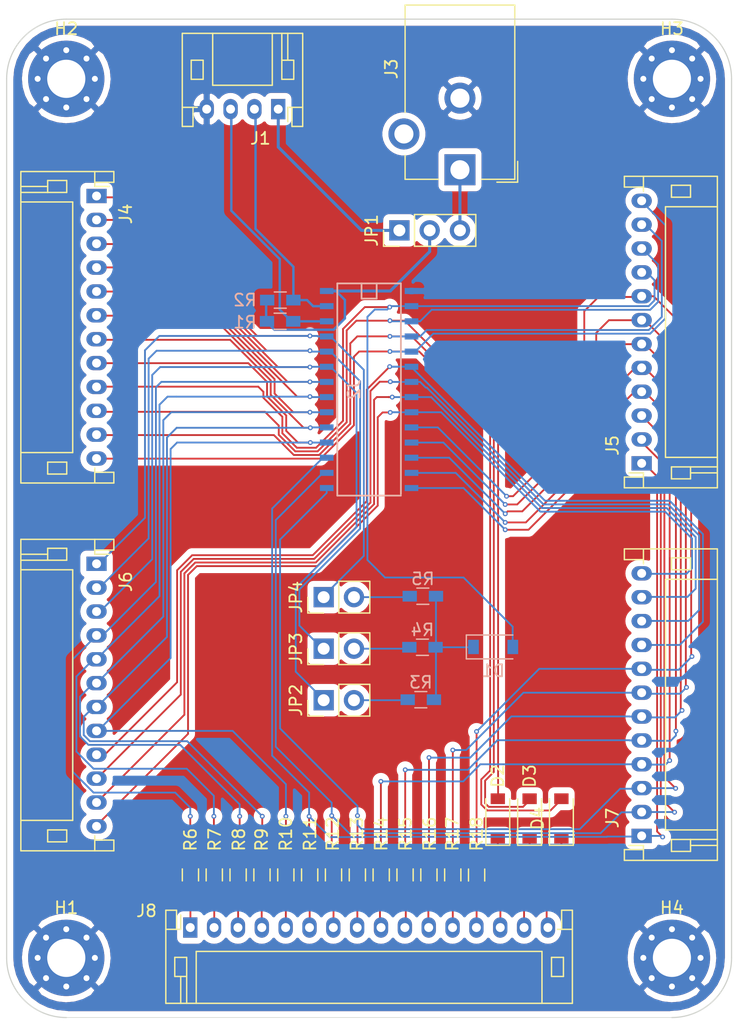
<source format=kicad_pcb>
(kicad_pcb (version 20171130) (host pcbnew "(5.1.2-1)-1")

  (general
    (thickness 1.6)
    (drawings 8)
    (tracks 584)
    (zones 0)
    (modules 38)
    (nets 51)
  )

  (page A4)
  (layers
    (0 F.Cu signal)
    (31 B.Cu signal)
    (32 B.Adhes user)
    (33 F.Adhes user)
    (34 B.Paste user)
    (35 F.Paste user)
    (36 B.SilkS user)
    (37 F.SilkS user)
    (38 B.Mask user)
    (39 F.Mask user)
    (40 Dwgs.User user)
    (41 Cmts.User user)
    (42 Eco1.User user)
    (43 Eco2.User user)
    (44 Edge.Cuts user)
    (45 Margin user)
    (46 B.CrtYd user)
    (47 F.CrtYd user)
    (48 B.Fab user)
    (49 F.Fab user)
  )

  (setup
    (last_trace_width 0.1524)
    (user_trace_width 0.1524)
    (user_trace_width 0.2032)
    (user_trace_width 0.254)
    (user_trace_width 0.3048)
    (user_trace_width 0.635)
    (trace_clearance 0.1524)
    (zone_clearance 0.508)
    (zone_45_only no)
    (trace_min 0.1524)
    (via_size 0.4064)
    (via_drill 0.2032)
    (via_min_size 0.4064)
    (via_min_drill 0.2032)
    (uvia_size 0.4064)
    (uvia_drill 0.2032)
    (uvias_allowed no)
    (uvia_min_size 0.4064)
    (uvia_min_drill 0.2032)
    (edge_width 0.05)
    (segment_width 0.2)
    (pcb_text_width 0.3)
    (pcb_text_size 1.5 1.5)
    (mod_edge_width 0.12)
    (mod_text_size 1 1)
    (mod_text_width 0.15)
    (pad_size 1.524 1.524)
    (pad_drill 0.762)
    (pad_to_mask_clearance 0.051)
    (solder_mask_min_width 0.25)
    (aux_axis_origin 0 0)
    (visible_elements FFFFFF7F)
    (pcbplotparams
      (layerselection 0x010fc_ffffffff)
      (usegerberextensions false)
      (usegerberattributes false)
      (usegerberadvancedattributes false)
      (creategerberjobfile false)
      (excludeedgelayer true)
      (linewidth 0.100000)
      (plotframeref false)
      (viasonmask false)
      (mode 1)
      (useauxorigin false)
      (hpglpennumber 1)
      (hpglpenspeed 20)
      (hpglpendiameter 15.000000)
      (psnegative false)
      (psa4output false)
      (plotreference true)
      (plotvalue true)
      (plotinvisibletext false)
      (padsonsilk false)
      (subtractmaskfromsilk false)
      (outputformat 1)
      (mirror false)
      (drillshape 1)
      (scaleselection 1)
      (outputdirectory ""))
  )

  (net 0 "")
  (net 1 "Net-(D1-Pad1)")
  (net 2 /HT16K33_COM0_AD)
  (net 3 "Net-(D2-Pad1)")
  (net 4 /HT16K33_COM1_KS0)
  (net 5 "Net-(D3-Pad1)")
  (net 6 /HT16K33_COM2_KS1)
  (net 7 "Net-(D4-Pad1)")
  (net 8 /HT16K33_COM3_KS2)
  (net 9 GND)
  (net 10 /P5V0_INT)
  (net 11 /I2C_SDA_5V5)
  (net 12 /I2C_SCL_5V5)
  (net 13 /HT16K33_COM4)
  (net 14 /HT16K33_COM5)
  (net 15 /HT16K33_COM6)
  (net 16 /HT16K33_COM7)
  (net 17 /HT16K33_ROW15_K13_INT)
  (net 18 /HT16K33_ROW14_K12)
  (net 19 /HT16K33_ROW13_K11)
  (net 20 /HT16K33_ROW12_K10)
  (net 21 /HT16K33_ROW11_K9)
  (net 22 /HT16K33_ROW10_K8)
  (net 23 /HT16K33_ROW9_K7)
  (net 24 /HT16K33_ROW8_K6)
  (net 25 /HT16K33_ROW7_K5)
  (net 26 /HT16K33_ROW6_K4)
  (net 27 /HT16K33_ROW5_K3)
  (net 28 /HT16K33_ROW4_K2)
  (net 29 /HT16K33_ROW3_K1)
  (net 30 /HT16K33_ROW2_A0)
  (net 31 /HT16K33_ROW1_A1)
  (net 32 /HT16K33_ROW0_A2)
  (net 33 /P5V0)
  (net 34 /P5V0_EXT)
  (net 35 "Net-(J8-Pad1)")
  (net 36 "Net-(J8-Pad2)")
  (net 37 "Net-(J8-Pad3)")
  (net 38 "Net-(J8-Pad4)")
  (net 39 "Net-(J8-Pad5)")
  (net 40 "Net-(J8-Pad6)")
  (net 41 "Net-(J8-Pad7)")
  (net 42 "Net-(J8-Pad8)")
  (net 43 "Net-(J8-Pad9)")
  (net 44 "Net-(J8-Pad10)")
  (net 45 "Net-(J8-Pad11)")
  (net 46 "Net-(J8-Pad12)")
  (net 47 "Net-(J8-Pad13)")
  (net 48 "Net-(JP2-Pad2)")
  (net 49 "Net-(JP3-Pad2)")
  (net 50 "Net-(JP4-Pad2)")

  (net_class Default "This is the default net class."
    (clearance 0.1524)
    (trace_width 0.1524)
    (via_dia 0.4064)
    (via_drill 0.2032)
    (uvia_dia 0.4064)
    (uvia_drill 0.2032)
    (add_net /HT16K33_COM0_AD)
    (add_net /HT16K33_COM1_KS0)
    (add_net /HT16K33_COM2_KS1)
    (add_net /HT16K33_COM3_KS2)
    (add_net /HT16K33_COM4)
    (add_net /HT16K33_COM5)
    (add_net /HT16K33_COM6)
    (add_net /HT16K33_COM7)
    (add_net /HT16K33_ROW0_A2)
    (add_net /HT16K33_ROW10_K8)
    (add_net /HT16K33_ROW11_K9)
    (add_net /HT16K33_ROW12_K10)
    (add_net /HT16K33_ROW13_K11)
    (add_net /HT16K33_ROW14_K12)
    (add_net /HT16K33_ROW15_K13_INT)
    (add_net /HT16K33_ROW1_A1)
    (add_net /HT16K33_ROW2_A0)
    (add_net /HT16K33_ROW3_K1)
    (add_net /HT16K33_ROW4_K2)
    (add_net /HT16K33_ROW5_K3)
    (add_net /HT16K33_ROW6_K4)
    (add_net /HT16K33_ROW7_K5)
    (add_net /HT16K33_ROW8_K6)
    (add_net /HT16K33_ROW9_K7)
    (add_net /I2C_SCL_5V5)
    (add_net /I2C_SDA_5V5)
    (add_net /P5V0)
    (add_net /P5V0_EXT)
    (add_net /P5V0_INT)
    (add_net GND)
    (add_net "Net-(D1-Pad1)")
    (add_net "Net-(D2-Pad1)")
    (add_net "Net-(D3-Pad1)")
    (add_net "Net-(D4-Pad1)")
    (add_net "Net-(J8-Pad1)")
    (add_net "Net-(J8-Pad10)")
    (add_net "Net-(J8-Pad11)")
    (add_net "Net-(J8-Pad12)")
    (add_net "Net-(J8-Pad13)")
    (add_net "Net-(J8-Pad2)")
    (add_net "Net-(J8-Pad3)")
    (add_net "Net-(J8-Pad4)")
    (add_net "Net-(J8-Pad5)")
    (add_net "Net-(J8-Pad6)")
    (add_net "Net-(J8-Pad7)")
    (add_net "Net-(J8-Pad8)")
    (add_net "Net-(J8-Pad9)")
    (add_net "Net-(JP2-Pad2)")
    (add_net "Net-(JP3-Pad2)")
    (add_net "Net-(JP4-Pad2)")
  )

  (module Pin_Headers:Pin_Header_Straight_1x02_Pitch2.54mm (layer F.Cu) (tedit 59650532) (tstamp 5D1DB64B)
    (at 95.25 99.314 90)
    (descr "Through hole straight pin header, 1x02, 2.54mm pitch, single row")
    (tags "Through hole pin header THT 1x02 2.54mm single row")
    (path /5D1DC8B4)
    (fp_text reference JP4 (at 0 -2.33 90) (layer F.SilkS)
      (effects (font (size 1 1) (thickness 0.15)))
    )
    (fp_text value I2C_AD_SEL_A2 (at 0 4.87 90) (layer F.Fab)
      (effects (font (size 1 1) (thickness 0.15)))
    )
    (fp_line (start -0.635 -1.27) (end 1.27 -1.27) (layer F.Fab) (width 0.1))
    (fp_line (start 1.27 -1.27) (end 1.27 3.81) (layer F.Fab) (width 0.1))
    (fp_line (start 1.27 3.81) (end -1.27 3.81) (layer F.Fab) (width 0.1))
    (fp_line (start -1.27 3.81) (end -1.27 -0.635) (layer F.Fab) (width 0.1))
    (fp_line (start -1.27 -0.635) (end -0.635 -1.27) (layer F.Fab) (width 0.1))
    (fp_line (start -1.33 3.87) (end 1.33 3.87) (layer F.SilkS) (width 0.12))
    (fp_line (start -1.33 1.27) (end -1.33 3.87) (layer F.SilkS) (width 0.12))
    (fp_line (start 1.33 1.27) (end 1.33 3.87) (layer F.SilkS) (width 0.12))
    (fp_line (start -1.33 1.27) (end 1.33 1.27) (layer F.SilkS) (width 0.12))
    (fp_line (start -1.33 0) (end -1.33 -1.33) (layer F.SilkS) (width 0.12))
    (fp_line (start -1.33 -1.33) (end 0 -1.33) (layer F.SilkS) (width 0.12))
    (fp_line (start -1.8 -1.8) (end -1.8 4.35) (layer F.CrtYd) (width 0.05))
    (fp_line (start -1.8 4.35) (end 1.8 4.35) (layer F.CrtYd) (width 0.05))
    (fp_line (start 1.8 4.35) (end 1.8 -1.8) (layer F.CrtYd) (width 0.05))
    (fp_line (start 1.8 -1.8) (end -1.8 -1.8) (layer F.CrtYd) (width 0.05))
    (fp_text user %R (at 0 1.27) (layer F.Fab)
      (effects (font (size 1 1) (thickness 0.15)))
    )
    (pad 1 thru_hole rect (at 0 0 90) (size 1.7 1.7) (drill 1) (layers *.Cu *.Mask)
      (net 32 /HT16K33_ROW0_A2))
    (pad 2 thru_hole oval (at 0 2.54 90) (size 1.7 1.7) (drill 1) (layers *.Cu *.Mask)
      (net 50 "Net-(JP4-Pad2)"))
    (model ${KISYS3DMOD}/Pin_Headers.3dshapes/Pin_Header_Straight_1x02_Pitch2.54mm.wrl
      (at (xyz 0 0 0))
      (scale (xyz 1 1 1))
      (rotate (xyz 0 0 0))
    )
  )

  (module Pin_Headers:Pin_Header_Straight_1x03_Pitch2.54mm (layer F.Cu) (tedit 59650532) (tstamp 5D1DC5C4)
    (at 101.6 68.58 90)
    (descr "Through hole straight pin header, 1x03, 2.54mm pitch, single row")
    (tags "Through hole pin header THT 1x03 2.54mm single row")
    (path /5F38CF01)
    (fp_text reference JP1 (at 0 -2.33 90) (layer F.SilkS)
      (effects (font (size 1 1) (thickness 0.15)))
    )
    (fp_text value PWR_SELECT (at 0 7.41 90) (layer F.Fab)
      (effects (font (size 1 1) (thickness 0.15)))
    )
    (fp_line (start -0.635 -1.27) (end 1.27 -1.27) (layer F.Fab) (width 0.1))
    (fp_line (start 1.27 -1.27) (end 1.27 6.35) (layer F.Fab) (width 0.1))
    (fp_line (start 1.27 6.35) (end -1.27 6.35) (layer F.Fab) (width 0.1))
    (fp_line (start -1.27 6.35) (end -1.27 -0.635) (layer F.Fab) (width 0.1))
    (fp_line (start -1.27 -0.635) (end -0.635 -1.27) (layer F.Fab) (width 0.1))
    (fp_line (start -1.33 6.41) (end 1.33 6.41) (layer F.SilkS) (width 0.12))
    (fp_line (start -1.33 1.27) (end -1.33 6.41) (layer F.SilkS) (width 0.12))
    (fp_line (start 1.33 1.27) (end 1.33 6.41) (layer F.SilkS) (width 0.12))
    (fp_line (start -1.33 1.27) (end 1.33 1.27) (layer F.SilkS) (width 0.12))
    (fp_line (start -1.33 0) (end -1.33 -1.33) (layer F.SilkS) (width 0.12))
    (fp_line (start -1.33 -1.33) (end 0 -1.33) (layer F.SilkS) (width 0.12))
    (fp_line (start -1.8 -1.8) (end -1.8 6.85) (layer F.CrtYd) (width 0.05))
    (fp_line (start -1.8 6.85) (end 1.8 6.85) (layer F.CrtYd) (width 0.05))
    (fp_line (start 1.8 6.85) (end 1.8 -1.8) (layer F.CrtYd) (width 0.05))
    (fp_line (start 1.8 -1.8) (end -1.8 -1.8) (layer F.CrtYd) (width 0.05))
    (fp_text user %R (at 0 2.54) (layer F.Fab)
      (effects (font (size 1 1) (thickness 0.15)))
    )
    (pad 1 thru_hole rect (at 0 0 90) (size 1.7 1.7) (drill 1) (layers *.Cu *.Mask)
      (net 10 /P5V0_INT))
    (pad 2 thru_hole oval (at 0 2.54 90) (size 1.7 1.7) (drill 1) (layers *.Cu *.Mask)
      (net 33 /P5V0))
    (pad 3 thru_hole oval (at 0 5.08 90) (size 1.7 1.7) (drill 1) (layers *.Cu *.Mask)
      (net 34 /P5V0_EXT))
    (model ${KISYS3DMOD}/Pin_Headers.3dshapes/Pin_Header_Straight_1x03_Pitch2.54mm.wrl
      (at (xyz 0 0 0))
      (scale (xyz 1 1 1))
      (rotate (xyz 0 0 0))
    )
  )

  (module Connectors:Barrel_Jack_CUI_PJ-102AH (layer F.Cu) (tedit 59BC552D) (tstamp 5D1D4C58)
    (at 106.68 63.5 180)
    (descr "Thin-pin DC Barrel Jack, https://cdn-shop.adafruit.com/datasheets/21mmdcjackDatasheet.pdf")
    (tags "Power Jack")
    (path /5F3E0AD0)
    (fp_text reference J3 (at 5.75 8.45 90) (layer F.SilkS)
      (effects (font (size 1 1) (thickness 0.15)))
    )
    (fp_text value P5V0_EXT (at -5.5 6.2 90) (layer F.Fab)
      (effects (font (size 1 1) (thickness 0.15)))
    )
    (fp_line (start 1.8 -1.8) (end 1.8 -1.2) (layer F.CrtYd) (width 0.05))
    (fp_line (start 1.8 -1.2) (end 5 -1.2) (layer F.CrtYd) (width 0.05))
    (fp_line (start 5 -1.2) (end 5 1.2) (layer F.CrtYd) (width 0.05))
    (fp_line (start 5 1.2) (end 6.5 1.2) (layer F.CrtYd) (width 0.05))
    (fp_line (start 6.5 1.2) (end 6.5 4.8) (layer F.CrtYd) (width 0.05))
    (fp_line (start 6.5 4.8) (end 5 4.8) (layer F.CrtYd) (width 0.05))
    (fp_line (start 5 4.8) (end 5 14.2) (layer F.CrtYd) (width 0.05))
    (fp_line (start 5 14.2) (end -5 14.2) (layer F.CrtYd) (width 0.05))
    (fp_line (start -5 14.2) (end -5 -1.2) (layer F.CrtYd) (width 0.05))
    (fp_line (start -5 -1.2) (end -1.8 -1.2) (layer F.CrtYd) (width 0.05))
    (fp_line (start -1.8 -1.2) (end -1.8 -1.8) (layer F.CrtYd) (width 0.05))
    (fp_line (start -1.8 -1.8) (end 1.8 -1.8) (layer F.CrtYd) (width 0.05))
    (fp_line (start 4.6 4.8) (end 4.6 13.8) (layer F.SilkS) (width 0.12))
    (fp_line (start 4.6 13.8) (end -4.6 13.8) (layer F.SilkS) (width 0.12))
    (fp_line (start -4.6 13.8) (end -4.6 -0.8) (layer F.SilkS) (width 0.12))
    (fp_line (start -4.6 -0.8) (end -1.8 -0.8) (layer F.SilkS) (width 0.12))
    (fp_line (start 1.8 -0.8) (end 4.6 -0.8) (layer F.SilkS) (width 0.12))
    (fp_line (start 4.6 -0.8) (end 4.6 1.2) (layer F.SilkS) (width 0.12))
    (fp_line (start -4.84 0.7) (end -4.84 -1.04) (layer F.SilkS) (width 0.12))
    (fp_line (start -4.84 -1.04) (end -3.1 -1.04) (layer F.SilkS) (width 0.12))
    (fp_line (start 4.5 -0.7) (end 4.5 13.7) (layer F.Fab) (width 0.1))
    (fp_line (start 4.5 13.7) (end -4.5 13.7) (layer F.Fab) (width 0.1))
    (fp_line (start -4.5 13.7) (end -4.5 0.3) (layer F.Fab) (width 0.1))
    (fp_line (start -4.5 0.3) (end -3.5 -0.7) (layer F.Fab) (width 0.1))
    (fp_line (start -3.5 -0.7) (end 4.5 -0.7) (layer F.Fab) (width 0.1))
    (fp_line (start -4.5 10.2) (end 4.5 10.2) (layer F.Fab) (width 0.1))
    (fp_text user %R (at 0 6.5) (layer F.Fab)
      (effects (font (size 1 1) (thickness 0.15)))
    )
    (pad 1 thru_hole rect (at 0 0 180) (size 2.6 2.6) (drill 1.6) (layers *.Cu *.Mask)
      (net 34 /P5V0_EXT))
    (pad 2 thru_hole circle (at 0 6 180) (size 2.6 2.6) (drill 1.6) (layers *.Cu *.Mask)
      (net 9 GND))
    (pad 3 thru_hole circle (at 4.7 3 180) (size 2.6 2.6) (drill 1.6) (layers *.Cu *.Mask))
    (model ${KISYS3DMOD}/Connectors.3dshapes/Barrel_Jack_CUI_PJ-102AH.wrl
      (at (xyz 0 0 0))
      (scale (xyz 1 1 1))
      (rotate (xyz 0 0 0))
    )
  )

  (module Pin_Headers:Pin_Header_Straight_1x02_Pitch2.54mm (layer F.Cu) (tedit 59650532) (tstamp 5D1DE19A)
    (at 95.25 103.632 90)
    (descr "Through hole straight pin header, 1x02, 2.54mm pitch, single row")
    (tags "Through hole pin header THT 1x02 2.54mm single row")
    (path /5D1DB35D)
    (fp_text reference JP3 (at 0 -2.33 90) (layer F.SilkS)
      (effects (font (size 1 1) (thickness 0.15)))
    )
    (fp_text value I2C_AD_SEL_A1 (at 0 4.87 90) (layer F.Fab)
      (effects (font (size 1 1) (thickness 0.15)))
    )
    (fp_line (start -0.635 -1.27) (end 1.27 -1.27) (layer F.Fab) (width 0.1))
    (fp_line (start 1.27 -1.27) (end 1.27 3.81) (layer F.Fab) (width 0.1))
    (fp_line (start 1.27 3.81) (end -1.27 3.81) (layer F.Fab) (width 0.1))
    (fp_line (start -1.27 3.81) (end -1.27 -0.635) (layer F.Fab) (width 0.1))
    (fp_line (start -1.27 -0.635) (end -0.635 -1.27) (layer F.Fab) (width 0.1))
    (fp_line (start -1.33 3.87) (end 1.33 3.87) (layer F.SilkS) (width 0.12))
    (fp_line (start -1.33 1.27) (end -1.33 3.87) (layer F.SilkS) (width 0.12))
    (fp_line (start 1.33 1.27) (end 1.33 3.87) (layer F.SilkS) (width 0.12))
    (fp_line (start -1.33 1.27) (end 1.33 1.27) (layer F.SilkS) (width 0.12))
    (fp_line (start -1.33 0) (end -1.33 -1.33) (layer F.SilkS) (width 0.12))
    (fp_line (start -1.33 -1.33) (end 0 -1.33) (layer F.SilkS) (width 0.12))
    (fp_line (start -1.8 -1.8) (end -1.8 4.35) (layer F.CrtYd) (width 0.05))
    (fp_line (start -1.8 4.35) (end 1.8 4.35) (layer F.CrtYd) (width 0.05))
    (fp_line (start 1.8 4.35) (end 1.8 -1.8) (layer F.CrtYd) (width 0.05))
    (fp_line (start 1.8 -1.8) (end -1.8 -1.8) (layer F.CrtYd) (width 0.05))
    (fp_text user %R (at 0 1.27) (layer F.Fab)
      (effects (font (size 1 1) (thickness 0.15)))
    )
    (pad 1 thru_hole rect (at 0 0 90) (size 1.7 1.7) (drill 1) (layers *.Cu *.Mask)
      (net 31 /HT16K33_ROW1_A1))
    (pad 2 thru_hole oval (at 0 2.54 90) (size 1.7 1.7) (drill 1) (layers *.Cu *.Mask)
      (net 49 "Net-(JP3-Pad2)"))
    (model ${KISYS3DMOD}/Pin_Headers.3dshapes/Pin_Header_Straight_1x02_Pitch2.54mm.wrl
      (at (xyz 0 0 0))
      (scale (xyz 1 1 1))
      (rotate (xyz 0 0 0))
    )
  )

  (module Pin_Headers:Pin_Header_Straight_1x02_Pitch2.54mm (layer F.Cu) (tedit 59650532) (tstamp 5D1DE24B)
    (at 95.25 107.95 90)
    (descr "Through hole straight pin header, 1x02, 2.54mm pitch, single row")
    (tags "Through hole pin header THT 1x02 2.54mm single row")
    (path /5D1D92B7)
    (fp_text reference JP2 (at 0 -2.33 90) (layer F.SilkS)
      (effects (font (size 1 1) (thickness 0.15)))
    )
    (fp_text value I2C_AD_SEL_A0 (at 0 4.87 90) (layer F.Fab)
      (effects (font (size 1 1) (thickness 0.15)))
    )
    (fp_line (start -0.635 -1.27) (end 1.27 -1.27) (layer F.Fab) (width 0.1))
    (fp_line (start 1.27 -1.27) (end 1.27 3.81) (layer F.Fab) (width 0.1))
    (fp_line (start 1.27 3.81) (end -1.27 3.81) (layer F.Fab) (width 0.1))
    (fp_line (start -1.27 3.81) (end -1.27 -0.635) (layer F.Fab) (width 0.1))
    (fp_line (start -1.27 -0.635) (end -0.635 -1.27) (layer F.Fab) (width 0.1))
    (fp_line (start -1.33 3.87) (end 1.33 3.87) (layer F.SilkS) (width 0.12))
    (fp_line (start -1.33 1.27) (end -1.33 3.87) (layer F.SilkS) (width 0.12))
    (fp_line (start 1.33 1.27) (end 1.33 3.87) (layer F.SilkS) (width 0.12))
    (fp_line (start -1.33 1.27) (end 1.33 1.27) (layer F.SilkS) (width 0.12))
    (fp_line (start -1.33 0) (end -1.33 -1.33) (layer F.SilkS) (width 0.12))
    (fp_line (start -1.33 -1.33) (end 0 -1.33) (layer F.SilkS) (width 0.12))
    (fp_line (start -1.8 -1.8) (end -1.8 4.35) (layer F.CrtYd) (width 0.05))
    (fp_line (start -1.8 4.35) (end 1.8 4.35) (layer F.CrtYd) (width 0.05))
    (fp_line (start 1.8 4.35) (end 1.8 -1.8) (layer F.CrtYd) (width 0.05))
    (fp_line (start 1.8 -1.8) (end -1.8 -1.8) (layer F.CrtYd) (width 0.05))
    (fp_text user %R (at 0 1.27) (layer F.Fab)
      (effects (font (size 1 1) (thickness 0.15)))
    )
    (pad 1 thru_hole rect (at 0 0 90) (size 1.7 1.7) (drill 1) (layers *.Cu *.Mask)
      (net 30 /HT16K33_ROW2_A0))
    (pad 2 thru_hole oval (at 0 2.54 90) (size 1.7 1.7) (drill 1) (layers *.Cu *.Mask)
      (net 48 "Net-(JP2-Pad2)"))
    (model ${KISYS3DMOD}/Pin_Headers.3dshapes/Pin_Header_Straight_1x02_Pitch2.54mm.wrl
      (at (xyz 0 0 0))
      (scale (xyz 1 1 1))
      (rotate (xyz 0 0 0))
    )
  )

  (module Connectors_JST:JST_PH_S16B-PH-K_16x2.00mm_Angled (layer F.Cu) (tedit 58D3FE32) (tstamp 5D1D68DF)
    (at 84.06 127)
    (descr "JST PH series connector, S16B-PH-K, side entry type, through hole, Datasheet: http://www.jst-mfg.com/product/pdf/eng/ePH.pdf")
    (tags "connector jst ph")
    (path /5F0AC9DF)
    (fp_text reference J8 (at -3.669 -1.397) (layer F.SilkS)
      (effects (font (size 1 1) (thickness 0.15)))
    )
    (fp_text value KS_Matrix (at 15 7.25) (layer F.Fab)
      (effects (font (size 1 1) (thickness 0.15)))
    )
    (fp_line (start 0.5 6.35) (end 0.5 2) (layer F.SilkS) (width 0.12))
    (fp_line (start 0.5 2) (end 29.5 2) (layer F.SilkS) (width 0.12))
    (fp_line (start 29.5 2) (end 29.5 6.35) (layer F.SilkS) (width 0.12))
    (fp_line (start -0.8 0.15) (end -1.15 0.15) (layer F.SilkS) (width 0.12))
    (fp_line (start -1.15 0.15) (end -1.15 -1.45) (layer F.SilkS) (width 0.12))
    (fp_line (start -1.15 -1.45) (end -2.05 -1.45) (layer F.SilkS) (width 0.12))
    (fp_line (start -2.05 -1.45) (end -2.05 6.35) (layer F.SilkS) (width 0.12))
    (fp_line (start -2.05 6.35) (end 32.05 6.35) (layer F.SilkS) (width 0.12))
    (fp_line (start 32.05 6.35) (end 32.05 -1.45) (layer F.SilkS) (width 0.12))
    (fp_line (start 32.05 -1.45) (end 31.15 -1.45) (layer F.SilkS) (width 0.12))
    (fp_line (start 31.15 -1.45) (end 31.15 0.15) (layer F.SilkS) (width 0.12))
    (fp_line (start 31.15 0.15) (end 30.8 0.15) (layer F.SilkS) (width 0.12))
    (fp_line (start -2.05 0.15) (end -1.15 0.15) (layer F.SilkS) (width 0.12))
    (fp_line (start 32.05 0.15) (end 31.15 0.15) (layer F.SilkS) (width 0.12))
    (fp_line (start -1.3 2.5) (end -1.3 4.1) (layer F.SilkS) (width 0.12))
    (fp_line (start -1.3 4.1) (end -0.3 4.1) (layer F.SilkS) (width 0.12))
    (fp_line (start -0.3 4.1) (end -0.3 2.5) (layer F.SilkS) (width 0.12))
    (fp_line (start -0.3 2.5) (end -1.3 2.5) (layer F.SilkS) (width 0.12))
    (fp_line (start 31.3 2.5) (end 31.3 4.1) (layer F.SilkS) (width 0.12))
    (fp_line (start 31.3 4.1) (end 30.3 4.1) (layer F.SilkS) (width 0.12))
    (fp_line (start 30.3 4.1) (end 30.3 2.5) (layer F.SilkS) (width 0.12))
    (fp_line (start 30.3 2.5) (end 31.3 2.5) (layer F.SilkS) (width 0.12))
    (fp_line (start -0.3 4.1) (end -0.3 6.35) (layer F.SilkS) (width 0.12))
    (fp_line (start -0.8 4.1) (end -0.8 6.35) (layer F.SilkS) (width 0.12))
    (fp_line (start -2.45 -1.85) (end -2.45 6.75) (layer F.CrtYd) (width 0.05))
    (fp_line (start -2.45 6.75) (end 32.45 6.75) (layer F.CrtYd) (width 0.05))
    (fp_line (start 32.45 6.75) (end 32.45 -1.85) (layer F.CrtYd) (width 0.05))
    (fp_line (start 32.45 -1.85) (end -2.45 -1.85) (layer F.CrtYd) (width 0.05))
    (fp_line (start -1.25 0.25) (end -1.25 -1.35) (layer F.Fab) (width 0.1))
    (fp_line (start -1.25 -1.35) (end -1.95 -1.35) (layer F.Fab) (width 0.1))
    (fp_line (start -1.95 -1.35) (end -1.95 6.25) (layer F.Fab) (width 0.1))
    (fp_line (start -1.95 6.25) (end 31.95 6.25) (layer F.Fab) (width 0.1))
    (fp_line (start 31.95 6.25) (end 31.95 -1.35) (layer F.Fab) (width 0.1))
    (fp_line (start 31.95 -1.35) (end 31.25 -1.35) (layer F.Fab) (width 0.1))
    (fp_line (start 31.25 -1.35) (end 31.25 0.25) (layer F.Fab) (width 0.1))
    (fp_line (start 31.25 0.25) (end -1.25 0.25) (layer F.Fab) (width 0.1))
    (fp_line (start -0.8 0.15) (end -0.8 -1.05) (layer F.SilkS) (width 0.12))
    (fp_line (start 0 0.85) (end -0.5 1.35) (layer F.Fab) (width 0.1))
    (fp_line (start -0.5 1.35) (end 0.5 1.35) (layer F.Fab) (width 0.1))
    (fp_line (start 0.5 1.35) (end 0 0.85) (layer F.Fab) (width 0.1))
    (fp_text user %R (at 15 2.5) (layer F.Fab)
      (effects (font (size 1 1) (thickness 0.15)))
    )
    (pad 1 thru_hole rect (at 0 0) (size 1.2 1.7) (drill 0.75) (layers *.Cu *.Mask)
      (net 35 "Net-(J8-Pad1)"))
    (pad 2 thru_hole oval (at 2 0) (size 1.2 1.7) (drill 0.75) (layers *.Cu *.Mask)
      (net 36 "Net-(J8-Pad2)"))
    (pad 3 thru_hole oval (at 4 0) (size 1.2 1.7) (drill 0.75) (layers *.Cu *.Mask)
      (net 37 "Net-(J8-Pad3)"))
    (pad 4 thru_hole oval (at 6 0) (size 1.2 1.7) (drill 0.75) (layers *.Cu *.Mask)
      (net 38 "Net-(J8-Pad4)"))
    (pad 5 thru_hole oval (at 8 0) (size 1.2 1.7) (drill 0.75) (layers *.Cu *.Mask)
      (net 39 "Net-(J8-Pad5)"))
    (pad 6 thru_hole oval (at 10 0) (size 1.2 1.7) (drill 0.75) (layers *.Cu *.Mask)
      (net 40 "Net-(J8-Pad6)"))
    (pad 7 thru_hole oval (at 12 0) (size 1.2 1.7) (drill 0.75) (layers *.Cu *.Mask)
      (net 41 "Net-(J8-Pad7)"))
    (pad 8 thru_hole oval (at 14 0) (size 1.2 1.7) (drill 0.75) (layers *.Cu *.Mask)
      (net 42 "Net-(J8-Pad8)"))
    (pad 9 thru_hole oval (at 16 0) (size 1.2 1.7) (drill 0.75) (layers *.Cu *.Mask)
      (net 43 "Net-(J8-Pad9)"))
    (pad 10 thru_hole oval (at 18 0) (size 1.2 1.7) (drill 0.75) (layers *.Cu *.Mask)
      (net 44 "Net-(J8-Pad10)"))
    (pad 11 thru_hole oval (at 20 0) (size 1.2 1.7) (drill 0.75) (layers *.Cu *.Mask)
      (net 45 "Net-(J8-Pad11)"))
    (pad 12 thru_hole oval (at 22 0) (size 1.2 1.7) (drill 0.75) (layers *.Cu *.Mask)
      (net 46 "Net-(J8-Pad12)"))
    (pad 13 thru_hole oval (at 24 0) (size 1.2 1.7) (drill 0.75) (layers *.Cu *.Mask)
      (net 47 "Net-(J8-Pad13)"))
    (pad 14 thru_hole oval (at 26 0) (size 1.2 1.7) (drill 0.75) (layers *.Cu *.Mask)
      (net 3 "Net-(D2-Pad1)"))
    (pad 15 thru_hole oval (at 28 0) (size 1.2 1.7) (drill 0.75) (layers *.Cu *.Mask)
      (net 5 "Net-(D3-Pad1)"))
    (pad 16 thru_hole oval (at 30 0) (size 1.2 1.7) (drill 0.75) (layers *.Cu *.Mask)
      (net 7 "Net-(D4-Pad1)"))
    (model ${KISYS3DMOD}/Connectors_JST.3dshapes/JST_PH_S16B-PH-K_16x2.00mm_Angled.wrl
      (at (xyz 0 0 0))
      (scale (xyz 1 1 1))
      (rotate (xyz 0 0 0))
    )
  )

  (module Connectors_JST:JST_PH_S12B-PH-K_12x2.00mm_Angled (layer F.Cu) (tedit 58D3FE32) (tstamp 5D1D4C64)
    (at 121.92 119.32 90)
    (descr "JST PH series connector, S12B-PH-K, side entry type, through hole, Datasheet: http://www.jst-mfg.com/product/pdf/eng/ePH.pdf")
    (tags "connector jst ph")
    (path /5F083D9B)
    (fp_text reference J7 (at 1.5 -2.45 90) (layer F.SilkS)
      (effects (font (size 1 1) (thickness 0.15)))
    )
    (fp_text value LED_PORT_D (at 11 7.25 90) (layer F.Fab)
      (effects (font (size 1 1) (thickness 0.15)))
    )
    (fp_line (start 0.5 6.35) (end 0.5 2) (layer F.SilkS) (width 0.12))
    (fp_line (start 0.5 2) (end 21.5 2) (layer F.SilkS) (width 0.12))
    (fp_line (start 21.5 2) (end 21.5 6.35) (layer F.SilkS) (width 0.12))
    (fp_line (start -0.8 0.15) (end -1.15 0.15) (layer F.SilkS) (width 0.12))
    (fp_line (start -1.15 0.15) (end -1.15 -1.45) (layer F.SilkS) (width 0.12))
    (fp_line (start -1.15 -1.45) (end -2.05 -1.45) (layer F.SilkS) (width 0.12))
    (fp_line (start -2.05 -1.45) (end -2.05 6.35) (layer F.SilkS) (width 0.12))
    (fp_line (start -2.05 6.35) (end 24.05 6.35) (layer F.SilkS) (width 0.12))
    (fp_line (start 24.05 6.35) (end 24.05 -1.45) (layer F.SilkS) (width 0.12))
    (fp_line (start 24.05 -1.45) (end 23.15 -1.45) (layer F.SilkS) (width 0.12))
    (fp_line (start 23.15 -1.45) (end 23.15 0.15) (layer F.SilkS) (width 0.12))
    (fp_line (start 23.15 0.15) (end 22.8 0.15) (layer F.SilkS) (width 0.12))
    (fp_line (start -2.05 0.15) (end -1.15 0.15) (layer F.SilkS) (width 0.12))
    (fp_line (start 24.05 0.15) (end 23.15 0.15) (layer F.SilkS) (width 0.12))
    (fp_line (start -1.3 2.5) (end -1.3 4.1) (layer F.SilkS) (width 0.12))
    (fp_line (start -1.3 4.1) (end -0.3 4.1) (layer F.SilkS) (width 0.12))
    (fp_line (start -0.3 4.1) (end -0.3 2.5) (layer F.SilkS) (width 0.12))
    (fp_line (start -0.3 2.5) (end -1.3 2.5) (layer F.SilkS) (width 0.12))
    (fp_line (start 23.3 2.5) (end 23.3 4.1) (layer F.SilkS) (width 0.12))
    (fp_line (start 23.3 4.1) (end 22.3 4.1) (layer F.SilkS) (width 0.12))
    (fp_line (start 22.3 4.1) (end 22.3 2.5) (layer F.SilkS) (width 0.12))
    (fp_line (start 22.3 2.5) (end 23.3 2.5) (layer F.SilkS) (width 0.12))
    (fp_line (start -0.3 4.1) (end -0.3 6.35) (layer F.SilkS) (width 0.12))
    (fp_line (start -0.8 4.1) (end -0.8 6.35) (layer F.SilkS) (width 0.12))
    (fp_line (start -2.45 -1.85) (end -2.45 6.75) (layer F.CrtYd) (width 0.05))
    (fp_line (start -2.45 6.75) (end 24.45 6.75) (layer F.CrtYd) (width 0.05))
    (fp_line (start 24.45 6.75) (end 24.45 -1.85) (layer F.CrtYd) (width 0.05))
    (fp_line (start 24.45 -1.85) (end -2.45 -1.85) (layer F.CrtYd) (width 0.05))
    (fp_line (start -1.25 0.25) (end -1.25 -1.35) (layer F.Fab) (width 0.1))
    (fp_line (start -1.25 -1.35) (end -1.95 -1.35) (layer F.Fab) (width 0.1))
    (fp_line (start -1.95 -1.35) (end -1.95 6.25) (layer F.Fab) (width 0.1))
    (fp_line (start -1.95 6.25) (end 23.95 6.25) (layer F.Fab) (width 0.1))
    (fp_line (start 23.95 6.25) (end 23.95 -1.35) (layer F.Fab) (width 0.1))
    (fp_line (start 23.95 -1.35) (end 23.25 -1.35) (layer F.Fab) (width 0.1))
    (fp_line (start 23.25 -1.35) (end 23.25 0.25) (layer F.Fab) (width 0.1))
    (fp_line (start 23.25 0.25) (end -1.25 0.25) (layer F.Fab) (width 0.1))
    (fp_line (start -0.8 0.15) (end -0.8 -1.05) (layer F.SilkS) (width 0.12))
    (fp_line (start 0 0.85) (end -0.5 1.35) (layer F.Fab) (width 0.1))
    (fp_line (start -0.5 1.35) (end 0.5 1.35) (layer F.Fab) (width 0.1))
    (fp_line (start 0.5 1.35) (end 0 0.85) (layer F.Fab) (width 0.1))
    (fp_text user %R (at 11 2.5 90) (layer F.Fab)
      (effects (font (size 1 1) (thickness 0.15)))
    )
    (pad 1 thru_hole rect (at 0 0 90) (size 1.2 1.7) (drill 0.75) (layers *.Cu *.Mask)
      (net 24 /HT16K33_ROW8_K6))
    (pad 2 thru_hole oval (at 2 0 90) (size 1.2 1.7) (drill 0.75) (layers *.Cu *.Mask)
      (net 23 /HT16K33_ROW9_K7))
    (pad 3 thru_hole oval (at 4 0 90) (size 1.2 1.7) (drill 0.75) (layers *.Cu *.Mask)
      (net 22 /HT16K33_ROW10_K8))
    (pad 4 thru_hole oval (at 6 0 90) (size 1.2 1.7) (drill 0.75) (layers *.Cu *.Mask)
      (net 21 /HT16K33_ROW11_K9))
    (pad 5 thru_hole oval (at 8 0 90) (size 1.2 1.7) (drill 0.75) (layers *.Cu *.Mask)
      (net 20 /HT16K33_ROW12_K10))
    (pad 6 thru_hole oval (at 10 0 90) (size 1.2 1.7) (drill 0.75) (layers *.Cu *.Mask)
      (net 19 /HT16K33_ROW13_K11))
    (pad 7 thru_hole oval (at 12 0 90) (size 1.2 1.7) (drill 0.75) (layers *.Cu *.Mask)
      (net 18 /HT16K33_ROW14_K12))
    (pad 8 thru_hole oval (at 14 0 90) (size 1.2 1.7) (drill 0.75) (layers *.Cu *.Mask)
      (net 17 /HT16K33_ROW15_K13_INT))
    (pad 9 thru_hole oval (at 16 0 90) (size 1.2 1.7) (drill 0.75) (layers *.Cu *.Mask)
      (net 13 /HT16K33_COM4))
    (pad 10 thru_hole oval (at 18 0 90) (size 1.2 1.7) (drill 0.75) (layers *.Cu *.Mask)
      (net 14 /HT16K33_COM5))
    (pad 11 thru_hole oval (at 20 0 90) (size 1.2 1.7) (drill 0.75) (layers *.Cu *.Mask)
      (net 15 /HT16K33_COM6))
    (pad 12 thru_hole oval (at 22 0 90) (size 1.2 1.7) (drill 0.75) (layers *.Cu *.Mask)
      (net 16 /HT16K33_COM7))
    (model ${KISYS3DMOD}/Connectors_JST.3dshapes/JST_PH_S12B-PH-K_12x2.00mm_Angled.wrl
      (at (xyz 0 0 0))
      (scale (xyz 1 1 1))
      (rotate (xyz 0 0 0))
    )
  )

  (module Connectors_JST:JST_PH_S12B-PH-K_12x2.00mm_Angled (layer F.Cu) (tedit 58D3FE32) (tstamp 5D1DB9D0)
    (at 76.2 96.52 270)
    (descr "JST PH series connector, S12B-PH-K, side entry type, through hole, Datasheet: http://www.jst-mfg.com/product/pdf/eng/ePH.pdf")
    (tags "connector jst ph")
    (path /5F06A50D)
    (fp_text reference J6 (at 1.5 -2.45 90) (layer F.SilkS)
      (effects (font (size 1 1) (thickness 0.15)))
    )
    (fp_text value LED_PORT_B (at 11 7.25 90) (layer F.Fab)
      (effects (font (size 1 1) (thickness 0.15)))
    )
    (fp_line (start 0.5 6.35) (end 0.5 2) (layer F.SilkS) (width 0.12))
    (fp_line (start 0.5 2) (end 21.5 2) (layer F.SilkS) (width 0.12))
    (fp_line (start 21.5 2) (end 21.5 6.35) (layer F.SilkS) (width 0.12))
    (fp_line (start -0.8 0.15) (end -1.15 0.15) (layer F.SilkS) (width 0.12))
    (fp_line (start -1.15 0.15) (end -1.15 -1.45) (layer F.SilkS) (width 0.12))
    (fp_line (start -1.15 -1.45) (end -2.05 -1.45) (layer F.SilkS) (width 0.12))
    (fp_line (start -2.05 -1.45) (end -2.05 6.35) (layer F.SilkS) (width 0.12))
    (fp_line (start -2.05 6.35) (end 24.05 6.35) (layer F.SilkS) (width 0.12))
    (fp_line (start 24.05 6.35) (end 24.05 -1.45) (layer F.SilkS) (width 0.12))
    (fp_line (start 24.05 -1.45) (end 23.15 -1.45) (layer F.SilkS) (width 0.12))
    (fp_line (start 23.15 -1.45) (end 23.15 0.15) (layer F.SilkS) (width 0.12))
    (fp_line (start 23.15 0.15) (end 22.8 0.15) (layer F.SilkS) (width 0.12))
    (fp_line (start -2.05 0.15) (end -1.15 0.15) (layer F.SilkS) (width 0.12))
    (fp_line (start 24.05 0.15) (end 23.15 0.15) (layer F.SilkS) (width 0.12))
    (fp_line (start -1.3 2.5) (end -1.3 4.1) (layer F.SilkS) (width 0.12))
    (fp_line (start -1.3 4.1) (end -0.3 4.1) (layer F.SilkS) (width 0.12))
    (fp_line (start -0.3 4.1) (end -0.3 2.5) (layer F.SilkS) (width 0.12))
    (fp_line (start -0.3 2.5) (end -1.3 2.5) (layer F.SilkS) (width 0.12))
    (fp_line (start 23.3 2.5) (end 23.3 4.1) (layer F.SilkS) (width 0.12))
    (fp_line (start 23.3 4.1) (end 22.3 4.1) (layer F.SilkS) (width 0.12))
    (fp_line (start 22.3 4.1) (end 22.3 2.5) (layer F.SilkS) (width 0.12))
    (fp_line (start 22.3 2.5) (end 23.3 2.5) (layer F.SilkS) (width 0.12))
    (fp_line (start -0.3 4.1) (end -0.3 6.35) (layer F.SilkS) (width 0.12))
    (fp_line (start -0.8 4.1) (end -0.8 6.35) (layer F.SilkS) (width 0.12))
    (fp_line (start -2.45 -1.85) (end -2.45 6.75) (layer F.CrtYd) (width 0.05))
    (fp_line (start -2.45 6.75) (end 24.45 6.75) (layer F.CrtYd) (width 0.05))
    (fp_line (start 24.45 6.75) (end 24.45 -1.85) (layer F.CrtYd) (width 0.05))
    (fp_line (start 24.45 -1.85) (end -2.45 -1.85) (layer F.CrtYd) (width 0.05))
    (fp_line (start -1.25 0.25) (end -1.25 -1.35) (layer F.Fab) (width 0.1))
    (fp_line (start -1.25 -1.35) (end -1.95 -1.35) (layer F.Fab) (width 0.1))
    (fp_line (start -1.95 -1.35) (end -1.95 6.25) (layer F.Fab) (width 0.1))
    (fp_line (start -1.95 6.25) (end 23.95 6.25) (layer F.Fab) (width 0.1))
    (fp_line (start 23.95 6.25) (end 23.95 -1.35) (layer F.Fab) (width 0.1))
    (fp_line (start 23.95 -1.35) (end 23.25 -1.35) (layer F.Fab) (width 0.1))
    (fp_line (start 23.25 -1.35) (end 23.25 0.25) (layer F.Fab) (width 0.1))
    (fp_line (start 23.25 0.25) (end -1.25 0.25) (layer F.Fab) (width 0.1))
    (fp_line (start -0.8 0.15) (end -0.8 -1.05) (layer F.SilkS) (width 0.12))
    (fp_line (start 0 0.85) (end -0.5 1.35) (layer F.Fab) (width 0.1))
    (fp_line (start -0.5 1.35) (end 0.5 1.35) (layer F.Fab) (width 0.1))
    (fp_line (start 0.5 1.35) (end 0 0.85) (layer F.Fab) (width 0.1))
    (fp_text user %R (at 11 2.5 90) (layer F.Fab)
      (effects (font (size 1 1) (thickness 0.15)))
    )
    (pad 1 thru_hole rect (at 0 0 270) (size 1.2 1.7) (drill 0.75) (layers *.Cu *.Mask)
      (net 32 /HT16K33_ROW0_A2))
    (pad 2 thru_hole oval (at 2 0 270) (size 1.2 1.7) (drill 0.75) (layers *.Cu *.Mask)
      (net 31 /HT16K33_ROW1_A1))
    (pad 3 thru_hole oval (at 4 0 270) (size 1.2 1.7) (drill 0.75) (layers *.Cu *.Mask)
      (net 30 /HT16K33_ROW2_A0))
    (pad 4 thru_hole oval (at 6 0 270) (size 1.2 1.7) (drill 0.75) (layers *.Cu *.Mask)
      (net 29 /HT16K33_ROW3_K1))
    (pad 5 thru_hole oval (at 8 0 270) (size 1.2 1.7) (drill 0.75) (layers *.Cu *.Mask)
      (net 28 /HT16K33_ROW4_K2))
    (pad 6 thru_hole oval (at 10 0 270) (size 1.2 1.7) (drill 0.75) (layers *.Cu *.Mask)
      (net 27 /HT16K33_ROW5_K3))
    (pad 7 thru_hole oval (at 12 0 270) (size 1.2 1.7) (drill 0.75) (layers *.Cu *.Mask)
      (net 26 /HT16K33_ROW6_K4))
    (pad 8 thru_hole oval (at 14 0 270) (size 1.2 1.7) (drill 0.75) (layers *.Cu *.Mask)
      (net 25 /HT16K33_ROW7_K5))
    (pad 9 thru_hole oval (at 16 0 270) (size 1.2 1.7) (drill 0.75) (layers *.Cu *.Mask)
      (net 13 /HT16K33_COM4))
    (pad 10 thru_hole oval (at 18 0 270) (size 1.2 1.7) (drill 0.75) (layers *.Cu *.Mask)
      (net 14 /HT16K33_COM5))
    (pad 11 thru_hole oval (at 20 0 270) (size 1.2 1.7) (drill 0.75) (layers *.Cu *.Mask)
      (net 15 /HT16K33_COM6))
    (pad 12 thru_hole oval (at 22 0 270) (size 1.2 1.7) (drill 0.75) (layers *.Cu *.Mask)
      (net 16 /HT16K33_COM7))
    (model ${KISYS3DMOD}/Connectors_JST.3dshapes/JST_PH_S12B-PH-K_12x2.00mm_Angled.wrl
      (at (xyz 0 0 0))
      (scale (xyz 1 1 1))
      (rotate (xyz 0 0 0))
    )
  )

  (module Connectors_JST:JST_PH_S12B-PH-K_12x2.00mm_Angled (layer F.Cu) (tedit 58D3FE32) (tstamp 5D1D7A12)
    (at 121.92 88.1 90)
    (descr "JST PH series connector, S12B-PH-K, side entry type, through hole, Datasheet: http://www.jst-mfg.com/product/pdf/eng/ePH.pdf")
    (tags "connector jst ph")
    (path /5F083D95)
    (fp_text reference J5 (at 1.5 -2.45 90) (layer F.SilkS)
      (effects (font (size 1 1) (thickness 0.15)))
    )
    (fp_text value LED_PORT_C (at 11 7.25 90) (layer F.Fab)
      (effects (font (size 1 1) (thickness 0.15)))
    )
    (fp_line (start 0.5 6.35) (end 0.5 2) (layer F.SilkS) (width 0.12))
    (fp_line (start 0.5 2) (end 21.5 2) (layer F.SilkS) (width 0.12))
    (fp_line (start 21.5 2) (end 21.5 6.35) (layer F.SilkS) (width 0.12))
    (fp_line (start -0.8 0.15) (end -1.15 0.15) (layer F.SilkS) (width 0.12))
    (fp_line (start -1.15 0.15) (end -1.15 -1.45) (layer F.SilkS) (width 0.12))
    (fp_line (start -1.15 -1.45) (end -2.05 -1.45) (layer F.SilkS) (width 0.12))
    (fp_line (start -2.05 -1.45) (end -2.05 6.35) (layer F.SilkS) (width 0.12))
    (fp_line (start -2.05 6.35) (end 24.05 6.35) (layer F.SilkS) (width 0.12))
    (fp_line (start 24.05 6.35) (end 24.05 -1.45) (layer F.SilkS) (width 0.12))
    (fp_line (start 24.05 -1.45) (end 23.15 -1.45) (layer F.SilkS) (width 0.12))
    (fp_line (start 23.15 -1.45) (end 23.15 0.15) (layer F.SilkS) (width 0.12))
    (fp_line (start 23.15 0.15) (end 22.8 0.15) (layer F.SilkS) (width 0.12))
    (fp_line (start -2.05 0.15) (end -1.15 0.15) (layer F.SilkS) (width 0.12))
    (fp_line (start 24.05 0.15) (end 23.15 0.15) (layer F.SilkS) (width 0.12))
    (fp_line (start -1.3 2.5) (end -1.3 4.1) (layer F.SilkS) (width 0.12))
    (fp_line (start -1.3 4.1) (end -0.3 4.1) (layer F.SilkS) (width 0.12))
    (fp_line (start -0.3 4.1) (end -0.3 2.5) (layer F.SilkS) (width 0.12))
    (fp_line (start -0.3 2.5) (end -1.3 2.5) (layer F.SilkS) (width 0.12))
    (fp_line (start 23.3 2.5) (end 23.3 4.1) (layer F.SilkS) (width 0.12))
    (fp_line (start 23.3 4.1) (end 22.3 4.1) (layer F.SilkS) (width 0.12))
    (fp_line (start 22.3 4.1) (end 22.3 2.5) (layer F.SilkS) (width 0.12))
    (fp_line (start 22.3 2.5) (end 23.3 2.5) (layer F.SilkS) (width 0.12))
    (fp_line (start -0.3 4.1) (end -0.3 6.35) (layer F.SilkS) (width 0.12))
    (fp_line (start -0.8 4.1) (end -0.8 6.35) (layer F.SilkS) (width 0.12))
    (fp_line (start -2.45 -1.85) (end -2.45 6.75) (layer F.CrtYd) (width 0.05))
    (fp_line (start -2.45 6.75) (end 24.45 6.75) (layer F.CrtYd) (width 0.05))
    (fp_line (start 24.45 6.75) (end 24.45 -1.85) (layer F.CrtYd) (width 0.05))
    (fp_line (start 24.45 -1.85) (end -2.45 -1.85) (layer F.CrtYd) (width 0.05))
    (fp_line (start -1.25 0.25) (end -1.25 -1.35) (layer F.Fab) (width 0.1))
    (fp_line (start -1.25 -1.35) (end -1.95 -1.35) (layer F.Fab) (width 0.1))
    (fp_line (start -1.95 -1.35) (end -1.95 6.25) (layer F.Fab) (width 0.1))
    (fp_line (start -1.95 6.25) (end 23.95 6.25) (layer F.Fab) (width 0.1))
    (fp_line (start 23.95 6.25) (end 23.95 -1.35) (layer F.Fab) (width 0.1))
    (fp_line (start 23.95 -1.35) (end 23.25 -1.35) (layer F.Fab) (width 0.1))
    (fp_line (start 23.25 -1.35) (end 23.25 0.25) (layer F.Fab) (width 0.1))
    (fp_line (start 23.25 0.25) (end -1.25 0.25) (layer F.Fab) (width 0.1))
    (fp_line (start -0.8 0.15) (end -0.8 -1.05) (layer F.SilkS) (width 0.12))
    (fp_line (start 0 0.85) (end -0.5 1.35) (layer F.Fab) (width 0.1))
    (fp_line (start -0.5 1.35) (end 0.5 1.35) (layer F.Fab) (width 0.1))
    (fp_line (start 0.5 1.35) (end 0 0.85) (layer F.Fab) (width 0.1))
    (fp_text user %R (at 11 2.5 90) (layer F.Fab)
      (effects (font (size 1 1) (thickness 0.15)))
    )
    (pad 1 thru_hole rect (at 0 0 90) (size 1.2 1.7) (drill 0.75) (layers *.Cu *.Mask)
      (net 24 /HT16K33_ROW8_K6))
    (pad 2 thru_hole oval (at 2 0 90) (size 1.2 1.7) (drill 0.75) (layers *.Cu *.Mask)
      (net 23 /HT16K33_ROW9_K7))
    (pad 3 thru_hole oval (at 4 0 90) (size 1.2 1.7) (drill 0.75) (layers *.Cu *.Mask)
      (net 22 /HT16K33_ROW10_K8))
    (pad 4 thru_hole oval (at 6 0 90) (size 1.2 1.7) (drill 0.75) (layers *.Cu *.Mask)
      (net 21 /HT16K33_ROW11_K9))
    (pad 5 thru_hole oval (at 8 0 90) (size 1.2 1.7) (drill 0.75) (layers *.Cu *.Mask)
      (net 20 /HT16K33_ROW12_K10))
    (pad 6 thru_hole oval (at 10 0 90) (size 1.2 1.7) (drill 0.75) (layers *.Cu *.Mask)
      (net 19 /HT16K33_ROW13_K11))
    (pad 7 thru_hole oval (at 12 0 90) (size 1.2 1.7) (drill 0.75) (layers *.Cu *.Mask)
      (net 18 /HT16K33_ROW14_K12))
    (pad 8 thru_hole oval (at 14 0 90) (size 1.2 1.7) (drill 0.75) (layers *.Cu *.Mask)
      (net 17 /HT16K33_ROW15_K13_INT))
    (pad 9 thru_hole oval (at 16 0 90) (size 1.2 1.7) (drill 0.75) (layers *.Cu *.Mask)
      (net 2 /HT16K33_COM0_AD))
    (pad 10 thru_hole oval (at 18 0 90) (size 1.2 1.7) (drill 0.75) (layers *.Cu *.Mask)
      (net 4 /HT16K33_COM1_KS0))
    (pad 11 thru_hole oval (at 20 0 90) (size 1.2 1.7) (drill 0.75) (layers *.Cu *.Mask)
      (net 6 /HT16K33_COM2_KS1))
    (pad 12 thru_hole oval (at 22 0 90) (size 1.2 1.7) (drill 0.75) (layers *.Cu *.Mask)
      (net 8 /HT16K33_COM3_KS2))
    (model ${KISYS3DMOD}/Connectors_JST.3dshapes/JST_PH_S12B-PH-K_12x2.00mm_Angled.wrl
      (at (xyz 0 0 0))
      (scale (xyz 1 1 1))
      (rotate (xyz 0 0 0))
    )
  )

  (module Connectors_JST:JST_PH_S12B-PH-K_12x2.00mm_Angled (layer F.Cu) (tedit 58D3FE32) (tstamp 5D1DBAE9)
    (at 76.2 65.7 270)
    (descr "JST PH series connector, S12B-PH-K, side entry type, through hole, Datasheet: http://www.jst-mfg.com/product/pdf/eng/ePH.pdf")
    (tags "connector jst ph")
    (path /5F06A507)
    (fp_text reference J4 (at 1.5 -2.45 90) (layer F.SilkS)
      (effects (font (size 1 1) (thickness 0.15)))
    )
    (fp_text value LED_PORT_A (at 11 7.25 90) (layer F.Fab)
      (effects (font (size 1 1) (thickness 0.15)))
    )
    (fp_line (start 0.5 6.35) (end 0.5 2) (layer F.SilkS) (width 0.12))
    (fp_line (start 0.5 2) (end 21.5 2) (layer F.SilkS) (width 0.12))
    (fp_line (start 21.5 2) (end 21.5 6.35) (layer F.SilkS) (width 0.12))
    (fp_line (start -0.8 0.15) (end -1.15 0.15) (layer F.SilkS) (width 0.12))
    (fp_line (start -1.15 0.15) (end -1.15 -1.45) (layer F.SilkS) (width 0.12))
    (fp_line (start -1.15 -1.45) (end -2.05 -1.45) (layer F.SilkS) (width 0.12))
    (fp_line (start -2.05 -1.45) (end -2.05 6.35) (layer F.SilkS) (width 0.12))
    (fp_line (start -2.05 6.35) (end 24.05 6.35) (layer F.SilkS) (width 0.12))
    (fp_line (start 24.05 6.35) (end 24.05 -1.45) (layer F.SilkS) (width 0.12))
    (fp_line (start 24.05 -1.45) (end 23.15 -1.45) (layer F.SilkS) (width 0.12))
    (fp_line (start 23.15 -1.45) (end 23.15 0.15) (layer F.SilkS) (width 0.12))
    (fp_line (start 23.15 0.15) (end 22.8 0.15) (layer F.SilkS) (width 0.12))
    (fp_line (start -2.05 0.15) (end -1.15 0.15) (layer F.SilkS) (width 0.12))
    (fp_line (start 24.05 0.15) (end 23.15 0.15) (layer F.SilkS) (width 0.12))
    (fp_line (start -1.3 2.5) (end -1.3 4.1) (layer F.SilkS) (width 0.12))
    (fp_line (start -1.3 4.1) (end -0.3 4.1) (layer F.SilkS) (width 0.12))
    (fp_line (start -0.3 4.1) (end -0.3 2.5) (layer F.SilkS) (width 0.12))
    (fp_line (start -0.3 2.5) (end -1.3 2.5) (layer F.SilkS) (width 0.12))
    (fp_line (start 23.3 2.5) (end 23.3 4.1) (layer F.SilkS) (width 0.12))
    (fp_line (start 23.3 4.1) (end 22.3 4.1) (layer F.SilkS) (width 0.12))
    (fp_line (start 22.3 4.1) (end 22.3 2.5) (layer F.SilkS) (width 0.12))
    (fp_line (start 22.3 2.5) (end 23.3 2.5) (layer F.SilkS) (width 0.12))
    (fp_line (start -0.3 4.1) (end -0.3 6.35) (layer F.SilkS) (width 0.12))
    (fp_line (start -0.8 4.1) (end -0.8 6.35) (layer F.SilkS) (width 0.12))
    (fp_line (start -2.45 -1.85) (end -2.45 6.75) (layer F.CrtYd) (width 0.05))
    (fp_line (start -2.45 6.75) (end 24.45 6.75) (layer F.CrtYd) (width 0.05))
    (fp_line (start 24.45 6.75) (end 24.45 -1.85) (layer F.CrtYd) (width 0.05))
    (fp_line (start 24.45 -1.85) (end -2.45 -1.85) (layer F.CrtYd) (width 0.05))
    (fp_line (start -1.25 0.25) (end -1.25 -1.35) (layer F.Fab) (width 0.1))
    (fp_line (start -1.25 -1.35) (end -1.95 -1.35) (layer F.Fab) (width 0.1))
    (fp_line (start -1.95 -1.35) (end -1.95 6.25) (layer F.Fab) (width 0.1))
    (fp_line (start -1.95 6.25) (end 23.95 6.25) (layer F.Fab) (width 0.1))
    (fp_line (start 23.95 6.25) (end 23.95 -1.35) (layer F.Fab) (width 0.1))
    (fp_line (start 23.95 -1.35) (end 23.25 -1.35) (layer F.Fab) (width 0.1))
    (fp_line (start 23.25 -1.35) (end 23.25 0.25) (layer F.Fab) (width 0.1))
    (fp_line (start 23.25 0.25) (end -1.25 0.25) (layer F.Fab) (width 0.1))
    (fp_line (start -0.8 0.15) (end -0.8 -1.05) (layer F.SilkS) (width 0.12))
    (fp_line (start 0 0.85) (end -0.5 1.35) (layer F.Fab) (width 0.1))
    (fp_line (start -0.5 1.35) (end 0.5 1.35) (layer F.Fab) (width 0.1))
    (fp_line (start 0.5 1.35) (end 0 0.85) (layer F.Fab) (width 0.1))
    (fp_text user %R (at 11 2.5 90) (layer F.Fab)
      (effects (font (size 1 1) (thickness 0.15)))
    )
    (pad 1 thru_hole rect (at 0 0 270) (size 1.2 1.7) (drill 0.75) (layers *.Cu *.Mask)
      (net 32 /HT16K33_ROW0_A2))
    (pad 2 thru_hole oval (at 2 0 270) (size 1.2 1.7) (drill 0.75) (layers *.Cu *.Mask)
      (net 31 /HT16K33_ROW1_A1))
    (pad 3 thru_hole oval (at 4 0 270) (size 1.2 1.7) (drill 0.75) (layers *.Cu *.Mask)
      (net 30 /HT16K33_ROW2_A0))
    (pad 4 thru_hole oval (at 6 0 270) (size 1.2 1.7) (drill 0.75) (layers *.Cu *.Mask)
      (net 29 /HT16K33_ROW3_K1))
    (pad 5 thru_hole oval (at 8 0 270) (size 1.2 1.7) (drill 0.75) (layers *.Cu *.Mask)
      (net 28 /HT16K33_ROW4_K2))
    (pad 6 thru_hole oval (at 10 0 270) (size 1.2 1.7) (drill 0.75) (layers *.Cu *.Mask)
      (net 27 /HT16K33_ROW5_K3))
    (pad 7 thru_hole oval (at 12 0 270) (size 1.2 1.7) (drill 0.75) (layers *.Cu *.Mask)
      (net 26 /HT16K33_ROW6_K4))
    (pad 8 thru_hole oval (at 14 0 270) (size 1.2 1.7) (drill 0.75) (layers *.Cu *.Mask)
      (net 25 /HT16K33_ROW7_K5))
    (pad 9 thru_hole oval (at 16 0 270) (size 1.2 1.7) (drill 0.75) (layers *.Cu *.Mask)
      (net 2 /HT16K33_COM0_AD))
    (pad 10 thru_hole oval (at 18 0 270) (size 1.2 1.7) (drill 0.75) (layers *.Cu *.Mask)
      (net 4 /HT16K33_COM1_KS0))
    (pad 11 thru_hole oval (at 20 0 270) (size 1.2 1.7) (drill 0.75) (layers *.Cu *.Mask)
      (net 6 /HT16K33_COM2_KS1))
    (pad 12 thru_hole oval (at 22 0 270) (size 1.2 1.7) (drill 0.75) (layers *.Cu *.Mask)
      (net 8 /HT16K33_COM3_KS2))
    (model ${KISYS3DMOD}/Connectors_JST.3dshapes/JST_PH_S12B-PH-K_12x2.00mm_Angled.wrl
      (at (xyz 0 0 0))
      (scale (xyz 1 1 1))
      (rotate (xyz 0 0 0))
    )
  )

  (module Resistors_SMD:R_0603_HandSoldering (layer F.Cu) (tedit 58E0A804) (tstamp 5D1DD2A4)
    (at 108.077 122.598 90)
    (descr "Resistor SMD 0603, hand soldering")
    (tags "resistor 0603")
    (path /5F0F18C9)
    (attr smd)
    (fp_text reference R18 (at 3.440191 0 90) (layer F.SilkS)
      (effects (font (size 1 1) (thickness 0.15)))
    )
    (fp_text value 47K (at 0 1.55 90) (layer F.Fab)
      (effects (font (size 1 1) (thickness 0.15)))
    )
    (fp_text user %R (at 0 0 90) (layer F.Fab)
      (effects (font (size 0.4 0.4) (thickness 0.075)))
    )
    (fp_line (start -0.8 0.4) (end -0.8 -0.4) (layer F.Fab) (width 0.1))
    (fp_line (start 0.8 0.4) (end -0.8 0.4) (layer F.Fab) (width 0.1))
    (fp_line (start 0.8 -0.4) (end 0.8 0.4) (layer F.Fab) (width 0.1))
    (fp_line (start -0.8 -0.4) (end 0.8 -0.4) (layer F.Fab) (width 0.1))
    (fp_line (start 0.5 0.68) (end -0.5 0.68) (layer F.SilkS) (width 0.12))
    (fp_line (start -0.5 -0.68) (end 0.5 -0.68) (layer F.SilkS) (width 0.12))
    (fp_line (start -1.96 -0.7) (end 1.95 -0.7) (layer F.CrtYd) (width 0.05))
    (fp_line (start -1.96 -0.7) (end -1.96 0.7) (layer F.CrtYd) (width 0.05))
    (fp_line (start 1.95 0.7) (end 1.95 -0.7) (layer F.CrtYd) (width 0.05))
    (fp_line (start 1.95 0.7) (end -1.96 0.7) (layer F.CrtYd) (width 0.05))
    (pad 1 smd rect (at -1.1 0 90) (size 1.2 0.9) (layers F.Cu F.Paste F.Mask)
      (net 47 "Net-(J8-Pad13)"))
    (pad 2 smd rect (at 1.1 0 90) (size 1.2 0.9) (layers F.Cu F.Paste F.Mask)
      (net 17 /HT16K33_ROW15_K13_INT))
    (model ${KISYS3DMOD}/Resistors_SMD.3dshapes/R_0603.wrl
      (at (xyz 0 0 0))
      (scale (xyz 1 1 1))
      (rotate (xyz 0 0 0))
    )
  )

  (module Resistors_SMD:R_0603_HandSoldering (layer F.Cu) (tedit 58E0A804) (tstamp 5D1DD2D4)
    (at 106.07675 122.588 90)
    (descr "Resistor SMD 0603, hand soldering")
    (tags "resistor 0603")
    (path /5F0FE6AA)
    (attr smd)
    (fp_text reference R17 (at 3.430191 -0.03175 90) (layer F.SilkS)
      (effects (font (size 1 1) (thickness 0.15)))
    )
    (fp_text value 47K (at 0 1.55 90) (layer F.Fab)
      (effects (font (size 1 1) (thickness 0.15)))
    )
    (fp_text user %R (at 0 0 90) (layer F.Fab)
      (effects (font (size 0.4 0.4) (thickness 0.075)))
    )
    (fp_line (start -0.8 0.4) (end -0.8 -0.4) (layer F.Fab) (width 0.1))
    (fp_line (start 0.8 0.4) (end -0.8 0.4) (layer F.Fab) (width 0.1))
    (fp_line (start 0.8 -0.4) (end 0.8 0.4) (layer F.Fab) (width 0.1))
    (fp_line (start -0.8 -0.4) (end 0.8 -0.4) (layer F.Fab) (width 0.1))
    (fp_line (start 0.5 0.68) (end -0.5 0.68) (layer F.SilkS) (width 0.12))
    (fp_line (start -0.5 -0.68) (end 0.5 -0.68) (layer F.SilkS) (width 0.12))
    (fp_line (start -1.96 -0.7) (end 1.95 -0.7) (layer F.CrtYd) (width 0.05))
    (fp_line (start -1.96 -0.7) (end -1.96 0.7) (layer F.CrtYd) (width 0.05))
    (fp_line (start 1.95 0.7) (end 1.95 -0.7) (layer F.CrtYd) (width 0.05))
    (fp_line (start 1.95 0.7) (end -1.96 0.7) (layer F.CrtYd) (width 0.05))
    (pad 1 smd rect (at -1.1 0 90) (size 1.2 0.9) (layers F.Cu F.Paste F.Mask)
      (net 46 "Net-(J8-Pad12)"))
    (pad 2 smd rect (at 1.1 0 90) (size 1.2 0.9) (layers F.Cu F.Paste F.Mask)
      (net 18 /HT16K33_ROW14_K12))
    (model ${KISYS3DMOD}/Resistors_SMD.3dshapes/R_0603.wrl
      (at (xyz 0 0 0))
      (scale (xyz 1 1 1))
      (rotate (xyz 0 0 0))
    )
  )

  (module Resistors_SMD:R_0603_HandSoldering (layer F.Cu) (tedit 58E0A804) (tstamp 5D1DD304)
    (at 104.0765 122.588 90)
    (descr "Resistor SMD 0603, hand soldering")
    (tags "resistor 0603")
    (path /5F10A182)
    (attr smd)
    (fp_text reference R16 (at 3.430191 0.0635 90) (layer F.SilkS)
      (effects (font (size 1 1) (thickness 0.15)))
    )
    (fp_text value 47K (at 0 1.55 90) (layer F.Fab)
      (effects (font (size 1 1) (thickness 0.15)))
    )
    (fp_text user %R (at 0 0 90) (layer F.Fab)
      (effects (font (size 0.4 0.4) (thickness 0.075)))
    )
    (fp_line (start -0.8 0.4) (end -0.8 -0.4) (layer F.Fab) (width 0.1))
    (fp_line (start 0.8 0.4) (end -0.8 0.4) (layer F.Fab) (width 0.1))
    (fp_line (start 0.8 -0.4) (end 0.8 0.4) (layer F.Fab) (width 0.1))
    (fp_line (start -0.8 -0.4) (end 0.8 -0.4) (layer F.Fab) (width 0.1))
    (fp_line (start 0.5 0.68) (end -0.5 0.68) (layer F.SilkS) (width 0.12))
    (fp_line (start -0.5 -0.68) (end 0.5 -0.68) (layer F.SilkS) (width 0.12))
    (fp_line (start -1.96 -0.7) (end 1.95 -0.7) (layer F.CrtYd) (width 0.05))
    (fp_line (start -1.96 -0.7) (end -1.96 0.7) (layer F.CrtYd) (width 0.05))
    (fp_line (start 1.95 0.7) (end 1.95 -0.7) (layer F.CrtYd) (width 0.05))
    (fp_line (start 1.95 0.7) (end -1.96 0.7) (layer F.CrtYd) (width 0.05))
    (pad 1 smd rect (at -1.1 0 90) (size 1.2 0.9) (layers F.Cu F.Paste F.Mask)
      (net 45 "Net-(J8-Pad11)"))
    (pad 2 smd rect (at 1.1 0 90) (size 1.2 0.9) (layers F.Cu F.Paste F.Mask)
      (net 19 /HT16K33_ROW13_K11))
    (model ${KISYS3DMOD}/Resistors_SMD.3dshapes/R_0603.wrl
      (at (xyz 0 0 0))
      (scale (xyz 1 1 1))
      (rotate (xyz 0 0 0))
    )
  )

  (module Resistors_SMD:R_0603_HandSoldering (layer F.Cu) (tedit 58E0A804) (tstamp 5D1DD334)
    (at 102.07625 122.588 90)
    (descr "Resistor SMD 0603, hand soldering")
    (tags "resistor 0603")
    (path /5F10A188)
    (attr smd)
    (fp_text reference R15 (at 3.430191 0.03175 90) (layer F.SilkS)
      (effects (font (size 1 1) (thickness 0.15)))
    )
    (fp_text value 47K (at 0 1.55 90) (layer F.Fab)
      (effects (font (size 1 1) (thickness 0.15)))
    )
    (fp_text user %R (at 0 0 90) (layer F.Fab)
      (effects (font (size 0.4 0.4) (thickness 0.075)))
    )
    (fp_line (start -0.8 0.4) (end -0.8 -0.4) (layer F.Fab) (width 0.1))
    (fp_line (start 0.8 0.4) (end -0.8 0.4) (layer F.Fab) (width 0.1))
    (fp_line (start 0.8 -0.4) (end 0.8 0.4) (layer F.Fab) (width 0.1))
    (fp_line (start -0.8 -0.4) (end 0.8 -0.4) (layer F.Fab) (width 0.1))
    (fp_line (start 0.5 0.68) (end -0.5 0.68) (layer F.SilkS) (width 0.12))
    (fp_line (start -0.5 -0.68) (end 0.5 -0.68) (layer F.SilkS) (width 0.12))
    (fp_line (start -1.96 -0.7) (end 1.95 -0.7) (layer F.CrtYd) (width 0.05))
    (fp_line (start -1.96 -0.7) (end -1.96 0.7) (layer F.CrtYd) (width 0.05))
    (fp_line (start 1.95 0.7) (end 1.95 -0.7) (layer F.CrtYd) (width 0.05))
    (fp_line (start 1.95 0.7) (end -1.96 0.7) (layer F.CrtYd) (width 0.05))
    (pad 1 smd rect (at -1.1 0 90) (size 1.2 0.9) (layers F.Cu F.Paste F.Mask)
      (net 44 "Net-(J8-Pad10)"))
    (pad 2 smd rect (at 1.1 0 90) (size 1.2 0.9) (layers F.Cu F.Paste F.Mask)
      (net 20 /HT16K33_ROW12_K10))
    (model ${KISYS3DMOD}/Resistors_SMD.3dshapes/R_0603.wrl
      (at (xyz 0 0 0))
      (scale (xyz 1 1 1))
      (rotate (xyz 0 0 0))
    )
  )

  (module Resistors_SMD:R_0603_HandSoldering (layer F.Cu) (tedit 58E0A804) (tstamp 5D1DD364)
    (at 100.076 122.588 90)
    (descr "Resistor SMD 0603, hand soldering")
    (tags "resistor 0603")
    (path /5F110703)
    (attr smd)
    (fp_text reference R14 (at 3.430191 0 90) (layer F.SilkS)
      (effects (font (size 1 1) (thickness 0.15)))
    )
    (fp_text value 47K (at 0 1.55 90) (layer F.Fab)
      (effects (font (size 1 1) (thickness 0.15)))
    )
    (fp_text user %R (at 0 0 90) (layer F.Fab)
      (effects (font (size 0.4 0.4) (thickness 0.075)))
    )
    (fp_line (start -0.8 0.4) (end -0.8 -0.4) (layer F.Fab) (width 0.1))
    (fp_line (start 0.8 0.4) (end -0.8 0.4) (layer F.Fab) (width 0.1))
    (fp_line (start 0.8 -0.4) (end 0.8 0.4) (layer F.Fab) (width 0.1))
    (fp_line (start -0.8 -0.4) (end 0.8 -0.4) (layer F.Fab) (width 0.1))
    (fp_line (start 0.5 0.68) (end -0.5 0.68) (layer F.SilkS) (width 0.12))
    (fp_line (start -0.5 -0.68) (end 0.5 -0.68) (layer F.SilkS) (width 0.12))
    (fp_line (start -1.96 -0.7) (end 1.95 -0.7) (layer F.CrtYd) (width 0.05))
    (fp_line (start -1.96 -0.7) (end -1.96 0.7) (layer F.CrtYd) (width 0.05))
    (fp_line (start 1.95 0.7) (end 1.95 -0.7) (layer F.CrtYd) (width 0.05))
    (fp_line (start 1.95 0.7) (end -1.96 0.7) (layer F.CrtYd) (width 0.05))
    (pad 1 smd rect (at -1.1 0 90) (size 1.2 0.9) (layers F.Cu F.Paste F.Mask)
      (net 43 "Net-(J8-Pad9)"))
    (pad 2 smd rect (at 1.1 0 90) (size 1.2 0.9) (layers F.Cu F.Paste F.Mask)
      (net 21 /HT16K33_ROW11_K9))
    (model ${KISYS3DMOD}/Resistors_SMD.3dshapes/R_0603.wrl
      (at (xyz 0 0 0))
      (scale (xyz 1 1 1))
      (rotate (xyz 0 0 0))
    )
  )

  (module Resistors_SMD:R_0603_HandSoldering (layer F.Cu) (tedit 58E0A804) (tstamp 5D1DD394)
    (at 98.07575 122.588 90)
    (descr "Resistor SMD 0603, hand soldering")
    (tags "resistor 0603")
    (path /5F110709)
    (attr smd)
    (fp_text reference R13 (at 3.430191 -0.03175 90) (layer F.SilkS)
      (effects (font (size 1 1) (thickness 0.15)))
    )
    (fp_text value 47K (at 0 1.55 90) (layer F.Fab)
      (effects (font (size 1 1) (thickness 0.15)))
    )
    (fp_text user %R (at 0 0 90) (layer F.Fab)
      (effects (font (size 0.4 0.4) (thickness 0.075)))
    )
    (fp_line (start -0.8 0.4) (end -0.8 -0.4) (layer F.Fab) (width 0.1))
    (fp_line (start 0.8 0.4) (end -0.8 0.4) (layer F.Fab) (width 0.1))
    (fp_line (start 0.8 -0.4) (end 0.8 0.4) (layer F.Fab) (width 0.1))
    (fp_line (start -0.8 -0.4) (end 0.8 -0.4) (layer F.Fab) (width 0.1))
    (fp_line (start 0.5 0.68) (end -0.5 0.68) (layer F.SilkS) (width 0.12))
    (fp_line (start -0.5 -0.68) (end 0.5 -0.68) (layer F.SilkS) (width 0.12))
    (fp_line (start -1.96 -0.7) (end 1.95 -0.7) (layer F.CrtYd) (width 0.05))
    (fp_line (start -1.96 -0.7) (end -1.96 0.7) (layer F.CrtYd) (width 0.05))
    (fp_line (start 1.95 0.7) (end 1.95 -0.7) (layer F.CrtYd) (width 0.05))
    (fp_line (start 1.95 0.7) (end -1.96 0.7) (layer F.CrtYd) (width 0.05))
    (pad 1 smd rect (at -1.1 0 90) (size 1.2 0.9) (layers F.Cu F.Paste F.Mask)
      (net 42 "Net-(J8-Pad8)"))
    (pad 2 smd rect (at 1.1 0 90) (size 1.2 0.9) (layers F.Cu F.Paste F.Mask)
      (net 22 /HT16K33_ROW10_K8))
    (model ${KISYS3DMOD}/Resistors_SMD.3dshapes/R_0603.wrl
      (at (xyz 0 0 0))
      (scale (xyz 1 1 1))
      (rotate (xyz 0 0 0))
    )
  )

  (module Resistors_SMD:R_0603_HandSoldering (layer F.Cu) (tedit 58E0A804) (tstamp 5D1DD3C4)
    (at 96.0755 122.588 90)
    (descr "Resistor SMD 0603, hand soldering")
    (tags "resistor 0603")
    (path /5F11070F)
    (attr smd)
    (fp_text reference R12 (at 3.430191 -0.0635 90) (layer F.SilkS)
      (effects (font (size 1 1) (thickness 0.15)))
    )
    (fp_text value 47K (at 0 1.55 90) (layer F.Fab)
      (effects (font (size 1 1) (thickness 0.15)))
    )
    (fp_text user %R (at 0 0 90) (layer F.Fab)
      (effects (font (size 0.4 0.4) (thickness 0.075)))
    )
    (fp_line (start -0.8 0.4) (end -0.8 -0.4) (layer F.Fab) (width 0.1))
    (fp_line (start 0.8 0.4) (end -0.8 0.4) (layer F.Fab) (width 0.1))
    (fp_line (start 0.8 -0.4) (end 0.8 0.4) (layer F.Fab) (width 0.1))
    (fp_line (start -0.8 -0.4) (end 0.8 -0.4) (layer F.Fab) (width 0.1))
    (fp_line (start 0.5 0.68) (end -0.5 0.68) (layer F.SilkS) (width 0.12))
    (fp_line (start -0.5 -0.68) (end 0.5 -0.68) (layer F.SilkS) (width 0.12))
    (fp_line (start -1.96 -0.7) (end 1.95 -0.7) (layer F.CrtYd) (width 0.05))
    (fp_line (start -1.96 -0.7) (end -1.96 0.7) (layer F.CrtYd) (width 0.05))
    (fp_line (start 1.95 0.7) (end 1.95 -0.7) (layer F.CrtYd) (width 0.05))
    (fp_line (start 1.95 0.7) (end -1.96 0.7) (layer F.CrtYd) (width 0.05))
    (pad 1 smd rect (at -1.1 0 90) (size 1.2 0.9) (layers F.Cu F.Paste F.Mask)
      (net 41 "Net-(J8-Pad7)"))
    (pad 2 smd rect (at 1.1 0 90) (size 1.2 0.9) (layers F.Cu F.Paste F.Mask)
      (net 23 /HT16K33_ROW9_K7))
    (model ${KISYS3DMOD}/Resistors_SMD.3dshapes/R_0603.wrl
      (at (xyz 0 0 0))
      (scale (xyz 1 1 1))
      (rotate (xyz 0 0 0))
    )
  )

  (module Resistors_SMD:R_0603_HandSoldering (layer F.Cu) (tedit 58E0A804) (tstamp 5D1DD3F4)
    (at 94.07525 122.588 90)
    (descr "Resistor SMD 0603, hand soldering")
    (tags "resistor 0603")
    (path /5F110715)
    (attr smd)
    (fp_text reference R11 (at 3.430191 0.03175 90) (layer F.SilkS)
      (effects (font (size 1 1) (thickness 0.15)))
    )
    (fp_text value 47K (at 0 1.55 90) (layer F.Fab)
      (effects (font (size 1 1) (thickness 0.15)))
    )
    (fp_text user %R (at 0 0 90) (layer F.Fab)
      (effects (font (size 0.4 0.4) (thickness 0.075)))
    )
    (fp_line (start -0.8 0.4) (end -0.8 -0.4) (layer F.Fab) (width 0.1))
    (fp_line (start 0.8 0.4) (end -0.8 0.4) (layer F.Fab) (width 0.1))
    (fp_line (start 0.8 -0.4) (end 0.8 0.4) (layer F.Fab) (width 0.1))
    (fp_line (start -0.8 -0.4) (end 0.8 -0.4) (layer F.Fab) (width 0.1))
    (fp_line (start 0.5 0.68) (end -0.5 0.68) (layer F.SilkS) (width 0.12))
    (fp_line (start -0.5 -0.68) (end 0.5 -0.68) (layer F.SilkS) (width 0.12))
    (fp_line (start -1.96 -0.7) (end 1.95 -0.7) (layer F.CrtYd) (width 0.05))
    (fp_line (start -1.96 -0.7) (end -1.96 0.7) (layer F.CrtYd) (width 0.05))
    (fp_line (start 1.95 0.7) (end 1.95 -0.7) (layer F.CrtYd) (width 0.05))
    (fp_line (start 1.95 0.7) (end -1.96 0.7) (layer F.CrtYd) (width 0.05))
    (pad 1 smd rect (at -1.1 0 90) (size 1.2 0.9) (layers F.Cu F.Paste F.Mask)
      (net 40 "Net-(J8-Pad6)"))
    (pad 2 smd rect (at 1.1 0 90) (size 1.2 0.9) (layers F.Cu F.Paste F.Mask)
      (net 24 /HT16K33_ROW8_K6))
    (model ${KISYS3DMOD}/Resistors_SMD.3dshapes/R_0603.wrl
      (at (xyz 0 0 0))
      (scale (xyz 1 1 1))
      (rotate (xyz 0 0 0))
    )
  )

  (module Resistors_SMD:R_0603_HandSoldering (layer F.Cu) (tedit 58E0A804) (tstamp 5D1DD424)
    (at 92.075 122.588 90)
    (descr "Resistor SMD 0603, hand soldering")
    (tags "resistor 0603")
    (path /5F125E3B)
    (attr smd)
    (fp_text reference R10 (at 3.430191 0 90) (layer F.SilkS)
      (effects (font (size 1 1) (thickness 0.15)))
    )
    (fp_text value 47K (at 0 1.55 90) (layer F.Fab)
      (effects (font (size 1 1) (thickness 0.15)))
    )
    (fp_text user %R (at 0 0 90) (layer F.Fab)
      (effects (font (size 0.4 0.4) (thickness 0.075)))
    )
    (fp_line (start -0.8 0.4) (end -0.8 -0.4) (layer F.Fab) (width 0.1))
    (fp_line (start 0.8 0.4) (end -0.8 0.4) (layer F.Fab) (width 0.1))
    (fp_line (start 0.8 -0.4) (end 0.8 0.4) (layer F.Fab) (width 0.1))
    (fp_line (start -0.8 -0.4) (end 0.8 -0.4) (layer F.Fab) (width 0.1))
    (fp_line (start 0.5 0.68) (end -0.5 0.68) (layer F.SilkS) (width 0.12))
    (fp_line (start -0.5 -0.68) (end 0.5 -0.68) (layer F.SilkS) (width 0.12))
    (fp_line (start -1.96 -0.7) (end 1.95 -0.7) (layer F.CrtYd) (width 0.05))
    (fp_line (start -1.96 -0.7) (end -1.96 0.7) (layer F.CrtYd) (width 0.05))
    (fp_line (start 1.95 0.7) (end 1.95 -0.7) (layer F.CrtYd) (width 0.05))
    (fp_line (start 1.95 0.7) (end -1.96 0.7) (layer F.CrtYd) (width 0.05))
    (pad 1 smd rect (at -1.1 0 90) (size 1.2 0.9) (layers F.Cu F.Paste F.Mask)
      (net 39 "Net-(J8-Pad5)"))
    (pad 2 smd rect (at 1.1 0 90) (size 1.2 0.9) (layers F.Cu F.Paste F.Mask)
      (net 25 /HT16K33_ROW7_K5))
    (model ${KISYS3DMOD}/Resistors_SMD.3dshapes/R_0603.wrl
      (at (xyz 0 0 0))
      (scale (xyz 1 1 1))
      (rotate (xyz 0 0 0))
    )
  )

  (module Resistors_SMD:R_0603_HandSoldering (layer F.Cu) (tedit 58E0A804) (tstamp 5D1DD454)
    (at 90.07475 122.588 90)
    (descr "Resistor SMD 0603, hand soldering")
    (tags "resistor 0603")
    (path /5F125E41)
    (attr smd)
    (fp_text reference R9 (at 2.954 -0.03175 90) (layer F.SilkS)
      (effects (font (size 1 1) (thickness 0.15)))
    )
    (fp_text value 47K (at 0 1.55 90) (layer F.Fab)
      (effects (font (size 1 1) (thickness 0.15)))
    )
    (fp_text user %R (at 0 0 90) (layer F.Fab)
      (effects (font (size 0.4 0.4) (thickness 0.075)))
    )
    (fp_line (start -0.8 0.4) (end -0.8 -0.4) (layer F.Fab) (width 0.1))
    (fp_line (start 0.8 0.4) (end -0.8 0.4) (layer F.Fab) (width 0.1))
    (fp_line (start 0.8 -0.4) (end 0.8 0.4) (layer F.Fab) (width 0.1))
    (fp_line (start -0.8 -0.4) (end 0.8 -0.4) (layer F.Fab) (width 0.1))
    (fp_line (start 0.5 0.68) (end -0.5 0.68) (layer F.SilkS) (width 0.12))
    (fp_line (start -0.5 -0.68) (end 0.5 -0.68) (layer F.SilkS) (width 0.12))
    (fp_line (start -1.96 -0.7) (end 1.95 -0.7) (layer F.CrtYd) (width 0.05))
    (fp_line (start -1.96 -0.7) (end -1.96 0.7) (layer F.CrtYd) (width 0.05))
    (fp_line (start 1.95 0.7) (end 1.95 -0.7) (layer F.CrtYd) (width 0.05))
    (fp_line (start 1.95 0.7) (end -1.96 0.7) (layer F.CrtYd) (width 0.05))
    (pad 1 smd rect (at -1.1 0 90) (size 1.2 0.9) (layers F.Cu F.Paste F.Mask)
      (net 38 "Net-(J8-Pad4)"))
    (pad 2 smd rect (at 1.1 0 90) (size 1.2 0.9) (layers F.Cu F.Paste F.Mask)
      (net 26 /HT16K33_ROW6_K4))
    (model ${KISYS3DMOD}/Resistors_SMD.3dshapes/R_0603.wrl
      (at (xyz 0 0 0))
      (scale (xyz 1 1 1))
      (rotate (xyz 0 0 0))
    )
  )

  (module Resistors_SMD:R_0603_HandSoldering (layer F.Cu) (tedit 58E0A804) (tstamp 5D1DD484)
    (at 88.0745 122.588 90)
    (descr "Resistor SMD 0603, hand soldering")
    (tags "resistor 0603")
    (path /5F125E47)
    (attr smd)
    (fp_text reference R8 (at 2.954 0.0635 90) (layer F.SilkS)
      (effects (font (size 1 1) (thickness 0.15)))
    )
    (fp_text value 47K (at 0 1.55 90) (layer F.Fab)
      (effects (font (size 1 1) (thickness 0.15)))
    )
    (fp_text user %R (at 0 0 90) (layer F.Fab)
      (effects (font (size 0.4 0.4) (thickness 0.075)))
    )
    (fp_line (start -0.8 0.4) (end -0.8 -0.4) (layer F.Fab) (width 0.1))
    (fp_line (start 0.8 0.4) (end -0.8 0.4) (layer F.Fab) (width 0.1))
    (fp_line (start 0.8 -0.4) (end 0.8 0.4) (layer F.Fab) (width 0.1))
    (fp_line (start -0.8 -0.4) (end 0.8 -0.4) (layer F.Fab) (width 0.1))
    (fp_line (start 0.5 0.68) (end -0.5 0.68) (layer F.SilkS) (width 0.12))
    (fp_line (start -0.5 -0.68) (end 0.5 -0.68) (layer F.SilkS) (width 0.12))
    (fp_line (start -1.96 -0.7) (end 1.95 -0.7) (layer F.CrtYd) (width 0.05))
    (fp_line (start -1.96 -0.7) (end -1.96 0.7) (layer F.CrtYd) (width 0.05))
    (fp_line (start 1.95 0.7) (end 1.95 -0.7) (layer F.CrtYd) (width 0.05))
    (fp_line (start 1.95 0.7) (end -1.96 0.7) (layer F.CrtYd) (width 0.05))
    (pad 1 smd rect (at -1.1 0 90) (size 1.2 0.9) (layers F.Cu F.Paste F.Mask)
      (net 37 "Net-(J8-Pad3)"))
    (pad 2 smd rect (at 1.1 0 90) (size 1.2 0.9) (layers F.Cu F.Paste F.Mask)
      (net 27 /HT16K33_ROW5_K3))
    (model ${KISYS3DMOD}/Resistors_SMD.3dshapes/R_0603.wrl
      (at (xyz 0 0 0))
      (scale (xyz 1 1 1))
      (rotate (xyz 0 0 0))
    )
  )

  (module Resistors_SMD:R_0603_HandSoldering (layer F.Cu) (tedit 58E0A804) (tstamp 5D1DD4B4)
    (at 86.07425 122.588 90)
    (descr "Resistor SMD 0603, hand soldering")
    (tags "resistor 0603")
    (path /5F125E4D)
    (attr smd)
    (fp_text reference R7 (at 2.954 0.03175 90) (layer F.SilkS)
      (effects (font (size 1 1) (thickness 0.15)))
    )
    (fp_text value 47K (at 0 1.55 90) (layer F.Fab)
      (effects (font (size 1 1) (thickness 0.15)))
    )
    (fp_text user %R (at 0 0 90) (layer F.Fab)
      (effects (font (size 0.4 0.4) (thickness 0.075)))
    )
    (fp_line (start -0.8 0.4) (end -0.8 -0.4) (layer F.Fab) (width 0.1))
    (fp_line (start 0.8 0.4) (end -0.8 0.4) (layer F.Fab) (width 0.1))
    (fp_line (start 0.8 -0.4) (end 0.8 0.4) (layer F.Fab) (width 0.1))
    (fp_line (start -0.8 -0.4) (end 0.8 -0.4) (layer F.Fab) (width 0.1))
    (fp_line (start 0.5 0.68) (end -0.5 0.68) (layer F.SilkS) (width 0.12))
    (fp_line (start -0.5 -0.68) (end 0.5 -0.68) (layer F.SilkS) (width 0.12))
    (fp_line (start -1.96 -0.7) (end 1.95 -0.7) (layer F.CrtYd) (width 0.05))
    (fp_line (start -1.96 -0.7) (end -1.96 0.7) (layer F.CrtYd) (width 0.05))
    (fp_line (start 1.95 0.7) (end 1.95 -0.7) (layer F.CrtYd) (width 0.05))
    (fp_line (start 1.95 0.7) (end -1.96 0.7) (layer F.CrtYd) (width 0.05))
    (pad 1 smd rect (at -1.1 0 90) (size 1.2 0.9) (layers F.Cu F.Paste F.Mask)
      (net 36 "Net-(J8-Pad2)"))
    (pad 2 smd rect (at 1.1 0 90) (size 1.2 0.9) (layers F.Cu F.Paste F.Mask)
      (net 28 /HT16K33_ROW4_K2))
    (model ${KISYS3DMOD}/Resistors_SMD.3dshapes/R_0603.wrl
      (at (xyz 0 0 0))
      (scale (xyz 1 1 1))
      (rotate (xyz 0 0 0))
    )
  )

  (module Resistors_SMD:R_0603_HandSoldering (layer F.Cu) (tedit 58E0A804) (tstamp 5D1DD4E4)
    (at 84.074 122.588 90)
    (descr "Resistor SMD 0603, hand soldering")
    (tags "resistor 0603")
    (path /5F125E53)
    (attr smd)
    (fp_text reference R6 (at 2.954 0 90) (layer F.SilkS)
      (effects (font (size 1 1) (thickness 0.15)))
    )
    (fp_text value 47K (at 0 1.55 90) (layer F.Fab)
      (effects (font (size 1 1) (thickness 0.15)))
    )
    (fp_text user %R (at 0 0 90) (layer F.Fab)
      (effects (font (size 0.4 0.4) (thickness 0.075)))
    )
    (fp_line (start -0.8 0.4) (end -0.8 -0.4) (layer F.Fab) (width 0.1))
    (fp_line (start 0.8 0.4) (end -0.8 0.4) (layer F.Fab) (width 0.1))
    (fp_line (start 0.8 -0.4) (end 0.8 0.4) (layer F.Fab) (width 0.1))
    (fp_line (start -0.8 -0.4) (end 0.8 -0.4) (layer F.Fab) (width 0.1))
    (fp_line (start 0.5 0.68) (end -0.5 0.68) (layer F.SilkS) (width 0.12))
    (fp_line (start -0.5 -0.68) (end 0.5 -0.68) (layer F.SilkS) (width 0.12))
    (fp_line (start -1.96 -0.7) (end 1.95 -0.7) (layer F.CrtYd) (width 0.05))
    (fp_line (start -1.96 -0.7) (end -1.96 0.7) (layer F.CrtYd) (width 0.05))
    (fp_line (start 1.95 0.7) (end 1.95 -0.7) (layer F.CrtYd) (width 0.05))
    (fp_line (start 1.95 0.7) (end -1.96 0.7) (layer F.CrtYd) (width 0.05))
    (pad 1 smd rect (at -1.1 0 90) (size 1.2 0.9) (layers F.Cu F.Paste F.Mask)
      (net 35 "Net-(J8-Pad1)"))
    (pad 2 smd rect (at 1.1 0 90) (size 1.2 0.9) (layers F.Cu F.Paste F.Mask)
      (net 29 /HT16K33_ROW3_K1))
    (model ${KISYS3DMOD}/Resistors_SMD.3dshapes/R_0603.wrl
      (at (xyz 0 0 0))
      (scale (xyz 1 1 1))
      (rotate (xyz 0 0 0))
    )
  )

  (module Resistors_SMD:R_0603_HandSoldering (layer B.Cu) (tedit 58E0A804) (tstamp 5D1DC993)
    (at 103.56832 99.23526 180)
    (descr "Resistor SMD 0603, hand soldering")
    (tags "resistor 0603")
    (path /5D1DD469)
    (attr smd)
    (fp_text reference R5 (at 0 1.45) (layer B.SilkS)
      (effects (font (size 1 1) (thickness 0.15)) (justify mirror))
    )
    (fp_text value 47K (at 0 -1.55) (layer B.Fab)
      (effects (font (size 1 1) (thickness 0.15)) (justify mirror))
    )
    (fp_text user %R (at 0 0) (layer B.Fab)
      (effects (font (size 0.4 0.4) (thickness 0.075)) (justify mirror))
    )
    (fp_line (start -0.8 -0.4) (end -0.8 0.4) (layer B.Fab) (width 0.1))
    (fp_line (start 0.8 -0.4) (end -0.8 -0.4) (layer B.Fab) (width 0.1))
    (fp_line (start 0.8 0.4) (end 0.8 -0.4) (layer B.Fab) (width 0.1))
    (fp_line (start -0.8 0.4) (end 0.8 0.4) (layer B.Fab) (width 0.1))
    (fp_line (start 0.5 -0.68) (end -0.5 -0.68) (layer B.SilkS) (width 0.12))
    (fp_line (start -0.5 0.68) (end 0.5 0.68) (layer B.SilkS) (width 0.12))
    (fp_line (start -1.96 0.7) (end 1.95 0.7) (layer B.CrtYd) (width 0.05))
    (fp_line (start -1.96 0.7) (end -1.96 -0.7) (layer B.CrtYd) (width 0.05))
    (fp_line (start 1.95 -0.7) (end 1.95 0.7) (layer B.CrtYd) (width 0.05))
    (fp_line (start 1.95 -0.7) (end -1.96 -0.7) (layer B.CrtYd) (width 0.05))
    (pad 1 smd rect (at -1.1 0 180) (size 1.2 0.9) (layers B.Cu B.Paste B.Mask)
      (net 1 "Net-(D1-Pad1)"))
    (pad 2 smd rect (at 1.1 0 180) (size 1.2 0.9) (layers B.Cu B.Paste B.Mask)
      (net 50 "Net-(JP4-Pad2)"))
    (model ${KISYS3DMOD}/Resistors_SMD.3dshapes/R_0603.wrl
      (at (xyz 0 0 0))
      (scale (xyz 1 1 1))
      (rotate (xyz 0 0 0))
    )
  )

  (module Resistors_SMD:R_0603_HandSoldering (layer B.Cu) (tedit 58E0A804) (tstamp 5D1D4C7C)
    (at 103.53566 103.51262 180)
    (descr "Resistor SMD 0603, hand soldering")
    (tags "resistor 0603")
    (path /5D1DE5C4)
    (attr smd)
    (fp_text reference R4 (at 0 1.45) (layer B.SilkS)
      (effects (font (size 1 1) (thickness 0.15)) (justify mirror))
    )
    (fp_text value 47K (at 0 -1.55) (layer B.Fab)
      (effects (font (size 1 1) (thickness 0.15)) (justify mirror))
    )
    (fp_text user %R (at 0 0) (layer B.Fab)
      (effects (font (size 0.4 0.4) (thickness 0.075)) (justify mirror))
    )
    (fp_line (start -0.8 -0.4) (end -0.8 0.4) (layer B.Fab) (width 0.1))
    (fp_line (start 0.8 -0.4) (end -0.8 -0.4) (layer B.Fab) (width 0.1))
    (fp_line (start 0.8 0.4) (end 0.8 -0.4) (layer B.Fab) (width 0.1))
    (fp_line (start -0.8 0.4) (end 0.8 0.4) (layer B.Fab) (width 0.1))
    (fp_line (start 0.5 -0.68) (end -0.5 -0.68) (layer B.SilkS) (width 0.12))
    (fp_line (start -0.5 0.68) (end 0.5 0.68) (layer B.SilkS) (width 0.12))
    (fp_line (start -1.96 0.7) (end 1.95 0.7) (layer B.CrtYd) (width 0.05))
    (fp_line (start -1.96 0.7) (end -1.96 -0.7) (layer B.CrtYd) (width 0.05))
    (fp_line (start 1.95 -0.7) (end 1.95 0.7) (layer B.CrtYd) (width 0.05))
    (fp_line (start 1.95 -0.7) (end -1.96 -0.7) (layer B.CrtYd) (width 0.05))
    (pad 1 smd rect (at -1.1 0 180) (size 1.2 0.9) (layers B.Cu B.Paste B.Mask)
      (net 1 "Net-(D1-Pad1)"))
    (pad 2 smd rect (at 1.1 0 180) (size 1.2 0.9) (layers B.Cu B.Paste B.Mask)
      (net 49 "Net-(JP3-Pad2)"))
    (model ${KISYS3DMOD}/Resistors_SMD.3dshapes/R_0603.wrl
      (at (xyz 0 0 0))
      (scale (xyz 1 1 1))
      (rotate (xyz 0 0 0))
    )
  )

  (module Resistors_SMD:R_0603_HandSoldering (layer B.Cu) (tedit 58E0A804) (tstamp 5D1D4C79)
    (at 103.39814 107.90682 180)
    (descr "Resistor SMD 0603, hand soldering")
    (tags "resistor 0603")
    (path /5D1DF391)
    (attr smd)
    (fp_text reference R3 (at 0 1.45) (layer B.SilkS)
      (effects (font (size 1 1) (thickness 0.15)) (justify mirror))
    )
    (fp_text value 47K (at 0 -1.55) (layer B.Fab)
      (effects (font (size 1 1) (thickness 0.15)) (justify mirror))
    )
    (fp_text user %R (at 0 0) (layer B.Fab)
      (effects (font (size 0.4 0.4) (thickness 0.075)) (justify mirror))
    )
    (fp_line (start -0.8 -0.4) (end -0.8 0.4) (layer B.Fab) (width 0.1))
    (fp_line (start 0.8 -0.4) (end -0.8 -0.4) (layer B.Fab) (width 0.1))
    (fp_line (start 0.8 0.4) (end 0.8 -0.4) (layer B.Fab) (width 0.1))
    (fp_line (start -0.8 0.4) (end 0.8 0.4) (layer B.Fab) (width 0.1))
    (fp_line (start 0.5 -0.68) (end -0.5 -0.68) (layer B.SilkS) (width 0.12))
    (fp_line (start -0.5 0.68) (end 0.5 0.68) (layer B.SilkS) (width 0.12))
    (fp_line (start -1.96 0.7) (end 1.95 0.7) (layer B.CrtYd) (width 0.05))
    (fp_line (start -1.96 0.7) (end -1.96 -0.7) (layer B.CrtYd) (width 0.05))
    (fp_line (start 1.95 -0.7) (end 1.95 0.7) (layer B.CrtYd) (width 0.05))
    (fp_line (start 1.95 -0.7) (end -1.96 -0.7) (layer B.CrtYd) (width 0.05))
    (pad 1 smd rect (at -1.1 0 180) (size 1.2 0.9) (layers B.Cu B.Paste B.Mask)
      (net 1 "Net-(D1-Pad1)"))
    (pad 2 smd rect (at 1.1 0 180) (size 1.2 0.9) (layers B.Cu B.Paste B.Mask)
      (net 48 "Net-(JP2-Pad2)"))
    (model ${KISYS3DMOD}/Resistors_SMD.3dshapes/R_0603.wrl
      (at (xyz 0 0 0))
      (scale (xyz 1 1 1))
      (rotate (xyz 0 0 0))
    )
  )

  (module Resistors_SMD:R_0603_HandSoldering (layer B.Cu) (tedit 58E0A804) (tstamp 5D1DE5C5)
    (at 91.61 74.422)
    (descr "Resistor SMD 0603, hand soldering")
    (tags "resistor 0603")
    (path /5D1F71D4)
    (attr smd)
    (fp_text reference R2 (at -2.964 0) (layer B.SilkS)
      (effects (font (size 1 1) (thickness 0.15)) (justify mirror))
    )
    (fp_text value DNP (at 0 -1.55) (layer B.Fab)
      (effects (font (size 1 1) (thickness 0.15)) (justify mirror))
    )
    (fp_text user %R (at 0 0) (layer B.Fab)
      (effects (font (size 0.4 0.4) (thickness 0.075)) (justify mirror))
    )
    (fp_line (start -0.8 -0.4) (end -0.8 0.4) (layer B.Fab) (width 0.1))
    (fp_line (start 0.8 -0.4) (end -0.8 -0.4) (layer B.Fab) (width 0.1))
    (fp_line (start 0.8 0.4) (end 0.8 -0.4) (layer B.Fab) (width 0.1))
    (fp_line (start -0.8 0.4) (end 0.8 0.4) (layer B.Fab) (width 0.1))
    (fp_line (start 0.5 -0.68) (end -0.5 -0.68) (layer B.SilkS) (width 0.12))
    (fp_line (start -0.5 0.68) (end 0.5 0.68) (layer B.SilkS) (width 0.12))
    (fp_line (start -1.96 0.7) (end 1.95 0.7) (layer B.CrtYd) (width 0.05))
    (fp_line (start -1.96 0.7) (end -1.96 -0.7) (layer B.CrtYd) (width 0.05))
    (fp_line (start 1.95 -0.7) (end 1.95 0.7) (layer B.CrtYd) (width 0.05))
    (fp_line (start 1.95 -0.7) (end -1.96 -0.7) (layer B.CrtYd) (width 0.05))
    (pad 1 smd rect (at -1.1 0) (size 1.2 0.9) (layers B.Cu B.Paste B.Mask)
      (net 33 /P5V0))
    (pad 2 smd rect (at 1.1 0) (size 1.2 0.9) (layers B.Cu B.Paste B.Mask)
      (net 11 /I2C_SDA_5V5))
    (model ${KISYS3DMOD}/Resistors_SMD.3dshapes/R_0603.wrl
      (at (xyz 0 0 0))
      (scale (xyz 1 1 1))
      (rotate (xyz 0 0 0))
    )
  )

  (module Resistors_SMD:R_0603_HandSoldering (layer B.Cu) (tedit 58E0A804) (tstamp 5D1E0426)
    (at 91.59476 76.2)
    (descr "Resistor SMD 0603, hand soldering")
    (tags "resistor 0603")
    (path /5D1F669E)
    (attr smd)
    (fp_text reference R1 (at -2.94876 0.0762) (layer B.SilkS)
      (effects (font (size 1 1) (thickness 0.15)) (justify mirror))
    )
    (fp_text value DNP (at 0 -1.55) (layer B.Fab)
      (effects (font (size 1 1) (thickness 0.15)) (justify mirror))
    )
    (fp_text user %R (at 0 0) (layer B.Fab)
      (effects (font (size 0.4 0.4) (thickness 0.075)) (justify mirror))
    )
    (fp_line (start -0.8 -0.4) (end -0.8 0.4) (layer B.Fab) (width 0.1))
    (fp_line (start 0.8 -0.4) (end -0.8 -0.4) (layer B.Fab) (width 0.1))
    (fp_line (start 0.8 0.4) (end 0.8 -0.4) (layer B.Fab) (width 0.1))
    (fp_line (start -0.8 0.4) (end 0.8 0.4) (layer B.Fab) (width 0.1))
    (fp_line (start 0.5 -0.68) (end -0.5 -0.68) (layer B.SilkS) (width 0.12))
    (fp_line (start -0.5 0.68) (end 0.5 0.68) (layer B.SilkS) (width 0.12))
    (fp_line (start -1.96 0.7) (end 1.95 0.7) (layer B.CrtYd) (width 0.05))
    (fp_line (start -1.96 0.7) (end -1.96 -0.7) (layer B.CrtYd) (width 0.05))
    (fp_line (start 1.95 -0.7) (end 1.95 0.7) (layer B.CrtYd) (width 0.05))
    (fp_line (start 1.95 -0.7) (end -1.96 -0.7) (layer B.CrtYd) (width 0.05))
    (pad 1 smd rect (at -1.1 0) (size 1.2 0.9) (layers B.Cu B.Paste B.Mask)
      (net 33 /P5V0))
    (pad 2 smd rect (at 1.1 0) (size 1.2 0.9) (layers B.Cu B.Paste B.Mask)
      (net 12 /I2C_SCL_5V5))
    (model ${KISYS3DMOD}/Resistors_SMD.3dshapes/R_0603.wrl
      (at (xyz 0 0 0))
      (scale (xyz 1 1 1))
      (rotate (xyz 0 0 0))
    )
  )

  (module SMD_Packages:SOIC-28 (layer B.Cu) (tedit 0) (tstamp 5D1DE1EA)
    (at 99.06 81.915 270)
    (descr "Module CMS SOJ 28 pins large")
    (tags "CMS SOJ")
    (path /5D1C3A7B)
    (attr smd)
    (fp_text reference J2 (at 0 1.26238 270) (layer B.SilkS)
      (effects (font (size 1 1) (thickness 0.15)) (justify mirror))
    )
    (fp_text value HT16K33 (at 0 -1.27 270) (layer B.Fab)
      (effects (font (size 1 1) (thickness 0.15)) (justify mirror))
    )
    (fp_line (start 8.763 -2.667) (end -8.89 -2.667) (layer B.SilkS) (width 0.15))
    (fp_line (start -8.89 2.667) (end 8.89 2.667) (layer B.SilkS) (width 0.15))
    (fp_line (start 8.89 -2.667) (end 8.89 2.667) (layer B.SilkS) (width 0.15))
    (fp_line (start -8.89 2.667) (end -8.89 -2.667) (layer B.SilkS) (width 0.15))
    (fp_line (start -8.89 0.635) (end -7.62 0.635) (layer B.SilkS) (width 0.15))
    (fp_line (start -7.62 0.635) (end -7.62 -0.635) (layer B.SilkS) (width 0.15))
    (fp_line (start -7.62 -0.635) (end -8.89 -0.635) (layer B.SilkS) (width 0.15))
    (pad 1 smd rect (at -8.255 -3.556 270) (size 0.508 1.143) (layers B.Cu B.Paste B.Mask)
      (net 9 GND))
    (pad 2 smd rect (at -6.985 -3.556 270) (size 0.508 1.143) (layers B.Cu B.Paste B.Mask)
      (net 2 /HT16K33_COM0_AD))
    (pad 3 smd rect (at -5.715 -3.556 270) (size 0.508 1.143) (layers B.Cu B.Paste B.Mask)
      (net 4 /HT16K33_COM1_KS0))
    (pad 4 smd rect (at -4.445 -3.556 270) (size 0.508 1.143) (layers B.Cu B.Paste B.Mask)
      (net 6 /HT16K33_COM2_KS1))
    (pad 5 smd rect (at -3.175 -3.556 270) (size 0.508 1.143) (layers B.Cu B.Paste B.Mask)
      (net 8 /HT16K33_COM3_KS2))
    (pad 6 smd rect (at -1.905 -3.556 270) (size 0.508 1.143) (layers B.Cu B.Paste B.Mask)
      (net 13 /HT16K33_COM4))
    (pad 7 smd rect (at -0.635 -3.556 270) (size 0.508 1.143) (layers B.Cu B.Paste B.Mask)
      (net 14 /HT16K33_COM5))
    (pad 8 smd rect (at 0.635 -3.556 270) (size 0.508 1.143) (layers B.Cu B.Paste B.Mask)
      (net 15 /HT16K33_COM6))
    (pad 9 smd rect (at 1.905 -3.556 270) (size 0.508 1.143) (layers B.Cu B.Paste B.Mask)
      (net 16 /HT16K33_COM7))
    (pad 10 smd rect (at 3.175 -3.556 270) (size 0.508 1.143) (layers B.Cu B.Paste B.Mask)
      (net 17 /HT16K33_ROW15_K13_INT))
    (pad 11 smd rect (at 4.445 -3.556 270) (size 0.508 1.143) (layers B.Cu B.Paste B.Mask)
      (net 18 /HT16K33_ROW14_K12))
    (pad 12 smd rect (at 5.715 -3.556 270) (size 0.508 1.143) (layers B.Cu B.Paste B.Mask)
      (net 19 /HT16K33_ROW13_K11))
    (pad 13 smd rect (at 6.985 -3.556 270) (size 0.508 1.143) (layers B.Cu B.Paste B.Mask)
      (net 20 /HT16K33_ROW12_K10))
    (pad 14 smd rect (at 8.255 -3.556 270) (size 0.508 1.143) (layers B.Cu B.Paste B.Mask)
      (net 21 /HT16K33_ROW11_K9))
    (pad 15 smd rect (at 8.255 3.556 270) (size 0.508 1.143) (layers B.Cu B.Paste B.Mask)
      (net 22 /HT16K33_ROW10_K8))
    (pad 16 smd rect (at 6.985 3.556 270) (size 0.508 1.143) (layers B.Cu B.Paste B.Mask)
      (net 23 /HT16K33_ROW9_K7))
    (pad 17 smd rect (at 5.715 3.556 270) (size 0.508 1.143) (layers B.Cu B.Paste B.Mask)
      (net 24 /HT16K33_ROW8_K6))
    (pad 18 smd rect (at 4.445 3.556 270) (size 0.508 1.143) (layers B.Cu B.Paste B.Mask)
      (net 25 /HT16K33_ROW7_K5))
    (pad 19 smd rect (at 3.175 3.556 270) (size 0.508 1.143) (layers B.Cu B.Paste B.Mask)
      (net 26 /HT16K33_ROW6_K4))
    (pad 20 smd rect (at 1.905 3.556 270) (size 0.508 1.143) (layers B.Cu B.Paste B.Mask)
      (net 27 /HT16K33_ROW5_K3))
    (pad 21 smd rect (at 0.635 3.556 270) (size 0.508 1.143) (layers B.Cu B.Paste B.Mask)
      (net 28 /HT16K33_ROW4_K2))
    (pad 22 smd rect (at -0.635 3.556 270) (size 0.508 1.143) (layers B.Cu B.Paste B.Mask)
      (net 29 /HT16K33_ROW3_K1))
    (pad 23 smd rect (at -1.905 3.556 270) (size 0.508 1.143) (layers B.Cu B.Paste B.Mask)
      (net 30 /HT16K33_ROW2_A0))
    (pad 24 smd rect (at -3.175 3.556 270) (size 0.508 1.143) (layers B.Cu B.Paste B.Mask)
      (net 31 /HT16K33_ROW1_A1))
    (pad 25 smd rect (at -4.445 3.556 270) (size 0.508 1.143) (layers B.Cu B.Paste B.Mask)
      (net 32 /HT16K33_ROW0_A2))
    (pad 26 smd rect (at -5.715 3.556 270) (size 0.508 1.143) (layers B.Cu B.Paste B.Mask)
      (net 12 /I2C_SCL_5V5))
    (pad 27 smd rect (at -6.985 3.556 270) (size 0.508 1.143) (layers B.Cu B.Paste B.Mask)
      (net 11 /I2C_SDA_5V5))
    (pad 28 smd rect (at -8.255 3.556 270) (size 0.508 1.143) (layers B.Cu B.Paste B.Mask)
      (net 33 /P5V0))
  )

  (module Connectors_JST:JST_PH_S4B-PH-K_04x2.00mm_Angled (layer F.Cu) (tedit 58D3FE32) (tstamp 5D1D4C52)
    (at 91.44 58.42 180)
    (descr "JST PH series connector, S4B-PH-K, side entry type, through hole, Datasheet: http://www.jst-mfg.com/product/pdf/eng/ePH.pdf")
    (tags "connector jst ph")
    (path /5D1CD95A)
    (fp_text reference J1 (at 1.5 -2.45) (layer F.SilkS)
      (effects (font (size 1 1) (thickness 0.15)))
    )
    (fp_text value Conn_01x04 (at 3 7.25) (layer F.Fab)
      (effects (font (size 1 1) (thickness 0.15)))
    )
    (fp_line (start 0.5 6.35) (end 0.5 2) (layer F.SilkS) (width 0.12))
    (fp_line (start 0.5 2) (end 5.5 2) (layer F.SilkS) (width 0.12))
    (fp_line (start 5.5 2) (end 5.5 6.35) (layer F.SilkS) (width 0.12))
    (fp_line (start -0.8 0.15) (end -1.15 0.15) (layer F.SilkS) (width 0.12))
    (fp_line (start -1.15 0.15) (end -1.15 -1.45) (layer F.SilkS) (width 0.12))
    (fp_line (start -1.15 -1.45) (end -2.05 -1.45) (layer F.SilkS) (width 0.12))
    (fp_line (start -2.05 -1.45) (end -2.05 6.35) (layer F.SilkS) (width 0.12))
    (fp_line (start -2.05 6.35) (end 8.05 6.35) (layer F.SilkS) (width 0.12))
    (fp_line (start 8.05 6.35) (end 8.05 -1.45) (layer F.SilkS) (width 0.12))
    (fp_line (start 8.05 -1.45) (end 7.15 -1.45) (layer F.SilkS) (width 0.12))
    (fp_line (start 7.15 -1.45) (end 7.15 0.15) (layer F.SilkS) (width 0.12))
    (fp_line (start 7.15 0.15) (end 6.8 0.15) (layer F.SilkS) (width 0.12))
    (fp_line (start -2.05 0.15) (end -1.15 0.15) (layer F.SilkS) (width 0.12))
    (fp_line (start 8.05 0.15) (end 7.15 0.15) (layer F.SilkS) (width 0.12))
    (fp_line (start -1.3 2.5) (end -1.3 4.1) (layer F.SilkS) (width 0.12))
    (fp_line (start -1.3 4.1) (end -0.3 4.1) (layer F.SilkS) (width 0.12))
    (fp_line (start -0.3 4.1) (end -0.3 2.5) (layer F.SilkS) (width 0.12))
    (fp_line (start -0.3 2.5) (end -1.3 2.5) (layer F.SilkS) (width 0.12))
    (fp_line (start 7.3 2.5) (end 7.3 4.1) (layer F.SilkS) (width 0.12))
    (fp_line (start 7.3 4.1) (end 6.3 4.1) (layer F.SilkS) (width 0.12))
    (fp_line (start 6.3 4.1) (end 6.3 2.5) (layer F.SilkS) (width 0.12))
    (fp_line (start 6.3 2.5) (end 7.3 2.5) (layer F.SilkS) (width 0.12))
    (fp_line (start -0.3 4.1) (end -0.3 6.35) (layer F.SilkS) (width 0.12))
    (fp_line (start -0.8 4.1) (end -0.8 6.35) (layer F.SilkS) (width 0.12))
    (fp_line (start -2.45 -1.85) (end -2.45 6.75) (layer F.CrtYd) (width 0.05))
    (fp_line (start -2.45 6.75) (end 8.45 6.75) (layer F.CrtYd) (width 0.05))
    (fp_line (start 8.45 6.75) (end 8.45 -1.85) (layer F.CrtYd) (width 0.05))
    (fp_line (start 8.45 -1.85) (end -2.45 -1.85) (layer F.CrtYd) (width 0.05))
    (fp_line (start -1.25 0.25) (end -1.25 -1.35) (layer F.Fab) (width 0.1))
    (fp_line (start -1.25 -1.35) (end -1.95 -1.35) (layer F.Fab) (width 0.1))
    (fp_line (start -1.95 -1.35) (end -1.95 6.25) (layer F.Fab) (width 0.1))
    (fp_line (start -1.95 6.25) (end 7.95 6.25) (layer F.Fab) (width 0.1))
    (fp_line (start 7.95 6.25) (end 7.95 -1.35) (layer F.Fab) (width 0.1))
    (fp_line (start 7.95 -1.35) (end 7.25 -1.35) (layer F.Fab) (width 0.1))
    (fp_line (start 7.25 -1.35) (end 7.25 0.25) (layer F.Fab) (width 0.1))
    (fp_line (start 7.25 0.25) (end -1.25 0.25) (layer F.Fab) (width 0.1))
    (fp_line (start -0.8 0.15) (end -0.8 -1.05) (layer F.SilkS) (width 0.12))
    (fp_line (start 0 0.85) (end -0.5 1.35) (layer F.Fab) (width 0.1))
    (fp_line (start -0.5 1.35) (end 0.5 1.35) (layer F.Fab) (width 0.1))
    (fp_line (start 0.5 1.35) (end 0 0.85) (layer F.Fab) (width 0.1))
    (fp_text user %R (at 3 2.5) (layer F.Fab)
      (effects (font (size 1 1) (thickness 0.15)))
    )
    (pad 1 thru_hole rect (at 0 0 180) (size 1.2 1.7) (drill 0.75) (layers *.Cu *.Mask)
      (net 10 /P5V0_INT))
    (pad 2 thru_hole oval (at 2 0 180) (size 1.2 1.7) (drill 0.75) (layers *.Cu *.Mask)
      (net 11 /I2C_SDA_5V5))
    (pad 3 thru_hole oval (at 4 0 180) (size 1.2 1.7) (drill 0.75) (layers *.Cu *.Mask)
      (net 12 /I2C_SCL_5V5))
    (pad 4 thru_hole oval (at 6 0 180) (size 1.2 1.7) (drill 0.75) (layers *.Cu *.Mask)
      (net 9 GND))
    (model ${KISYS3DMOD}/Connectors_JST.3dshapes/JST_PH_S4B-PH-K_04x2.00mm_Angled.wrl
      (at (xyz 0 0 0))
      (scale (xyz 1 1 1))
      (rotate (xyz 0 0 0))
    )
  )

  (module Mounting_Holes:MountingHole_3.2mm_M3_Pad_Via (layer F.Cu) (tedit 56DDBCCA) (tstamp 5D1D4C4F)
    (at 124.46 129.54)
    (descr "Mounting Hole 3.2mm, M3")
    (tags "mounting hole 3.2mm m3")
    (path /5D2032FB)
    (attr virtual)
    (fp_text reference H4 (at 0 -4.2) (layer F.SilkS)
      (effects (font (size 1 1) (thickness 0.15)))
    )
    (fp_text value X4 (at 0 4.2) (layer F.Fab)
      (effects (font (size 1 1) (thickness 0.15)))
    )
    (fp_text user %R (at 0.3 0) (layer F.Fab)
      (effects (font (size 1 1) (thickness 0.15)))
    )
    (fp_circle (center 0 0) (end 3.2 0) (layer Cmts.User) (width 0.15))
    (fp_circle (center 0 0) (end 3.45 0) (layer F.CrtYd) (width 0.05))
    (pad 1 thru_hole circle (at 0 0) (size 6.4 6.4) (drill 3.2) (layers *.Cu *.Mask)
      (net 9 GND))
    (pad 1 thru_hole circle (at 2.4 0) (size 0.8 0.8) (drill 0.5) (layers *.Cu *.Mask)
      (net 9 GND))
    (pad 1 thru_hole circle (at 1.697056 1.697056) (size 0.8 0.8) (drill 0.5) (layers *.Cu *.Mask)
      (net 9 GND))
    (pad 1 thru_hole circle (at 0 2.4) (size 0.8 0.8) (drill 0.5) (layers *.Cu *.Mask)
      (net 9 GND))
    (pad 1 thru_hole circle (at -1.697056 1.697056) (size 0.8 0.8) (drill 0.5) (layers *.Cu *.Mask)
      (net 9 GND))
    (pad 1 thru_hole circle (at -2.4 0) (size 0.8 0.8) (drill 0.5) (layers *.Cu *.Mask)
      (net 9 GND))
    (pad 1 thru_hole circle (at -1.697056 -1.697056) (size 0.8 0.8) (drill 0.5) (layers *.Cu *.Mask)
      (net 9 GND))
    (pad 1 thru_hole circle (at 0 -2.4) (size 0.8 0.8) (drill 0.5) (layers *.Cu *.Mask)
      (net 9 GND))
    (pad 1 thru_hole circle (at 1.697056 -1.697056) (size 0.8 0.8) (drill 0.5) (layers *.Cu *.Mask)
      (net 9 GND))
  )

  (module Mounting_Holes:MountingHole_3.2mm_M3_Pad_Via (layer F.Cu) (tedit 56DDBCCA) (tstamp 5D1D4C4C)
    (at 124.46 55.88)
    (descr "Mounting Hole 3.2mm, M3")
    (tags "mounting hole 3.2mm m3")
    (path /5D201B3C)
    (attr virtual)
    (fp_text reference H3 (at 0 -4.2) (layer F.SilkS)
      (effects (font (size 1 1) (thickness 0.15)))
    )
    (fp_text value X2 (at 0 4.2) (layer F.Fab)
      (effects (font (size 1 1) (thickness 0.15)))
    )
    (fp_text user %R (at 0.3 0) (layer F.Fab)
      (effects (font (size 1 1) (thickness 0.15)))
    )
    (fp_circle (center 0 0) (end 3.2 0) (layer Cmts.User) (width 0.15))
    (fp_circle (center 0 0) (end 3.45 0) (layer F.CrtYd) (width 0.05))
    (pad 1 thru_hole circle (at 0 0) (size 6.4 6.4) (drill 3.2) (layers *.Cu *.Mask)
      (net 9 GND))
    (pad 1 thru_hole circle (at 2.4 0) (size 0.8 0.8) (drill 0.5) (layers *.Cu *.Mask)
      (net 9 GND))
    (pad 1 thru_hole circle (at 1.697056 1.697056) (size 0.8 0.8) (drill 0.5) (layers *.Cu *.Mask)
      (net 9 GND))
    (pad 1 thru_hole circle (at 0 2.4) (size 0.8 0.8) (drill 0.5) (layers *.Cu *.Mask)
      (net 9 GND))
    (pad 1 thru_hole circle (at -1.697056 1.697056) (size 0.8 0.8) (drill 0.5) (layers *.Cu *.Mask)
      (net 9 GND))
    (pad 1 thru_hole circle (at -2.4 0) (size 0.8 0.8) (drill 0.5) (layers *.Cu *.Mask)
      (net 9 GND))
    (pad 1 thru_hole circle (at -1.697056 -1.697056) (size 0.8 0.8) (drill 0.5) (layers *.Cu *.Mask)
      (net 9 GND))
    (pad 1 thru_hole circle (at 0 -2.4) (size 0.8 0.8) (drill 0.5) (layers *.Cu *.Mask)
      (net 9 GND))
    (pad 1 thru_hole circle (at 1.697056 -1.697056) (size 0.8 0.8) (drill 0.5) (layers *.Cu *.Mask)
      (net 9 GND))
  )

  (module Mounting_Holes:MountingHole_3.2mm_M3_Pad_Via (layer F.Cu) (tedit 56DDBCCA) (tstamp 5D1D6D20)
    (at 73.66 55.88)
    (descr "Mounting Hole 3.2mm, M3")
    (tags "mounting hole 3.2mm m3")
    (path /5D2032F5)
    (attr virtual)
    (fp_text reference H2 (at 0 -4.2) (layer F.SilkS)
      (effects (font (size 1 1) (thickness 0.15)))
    )
    (fp_text value X3 (at 0 4.2) (layer F.Fab)
      (effects (font (size 1 1) (thickness 0.15)))
    )
    (fp_text user %R (at 0.3 0) (layer F.Fab)
      (effects (font (size 1 1) (thickness 0.15)))
    )
    (fp_circle (center 0 0) (end 3.2 0) (layer Cmts.User) (width 0.15))
    (fp_circle (center 0 0) (end 3.45 0) (layer F.CrtYd) (width 0.05))
    (pad 1 thru_hole circle (at 0 0) (size 6.4 6.4) (drill 3.2) (layers *.Cu *.Mask)
      (net 9 GND))
    (pad 1 thru_hole circle (at 2.4 0) (size 0.8 0.8) (drill 0.5) (layers *.Cu *.Mask)
      (net 9 GND))
    (pad 1 thru_hole circle (at 1.697056 1.697056) (size 0.8 0.8) (drill 0.5) (layers *.Cu *.Mask)
      (net 9 GND))
    (pad 1 thru_hole circle (at 0 2.4) (size 0.8 0.8) (drill 0.5) (layers *.Cu *.Mask)
      (net 9 GND))
    (pad 1 thru_hole circle (at -1.697056 1.697056) (size 0.8 0.8) (drill 0.5) (layers *.Cu *.Mask)
      (net 9 GND))
    (pad 1 thru_hole circle (at -2.4 0) (size 0.8 0.8) (drill 0.5) (layers *.Cu *.Mask)
      (net 9 GND))
    (pad 1 thru_hole circle (at -1.697056 -1.697056) (size 0.8 0.8) (drill 0.5) (layers *.Cu *.Mask)
      (net 9 GND))
    (pad 1 thru_hole circle (at 0 -2.4) (size 0.8 0.8) (drill 0.5) (layers *.Cu *.Mask)
      (net 9 GND))
    (pad 1 thru_hole circle (at 1.697056 -1.697056) (size 0.8 0.8) (drill 0.5) (layers *.Cu *.Mask)
      (net 9 GND))
  )

  (module Mounting_Holes:MountingHole_3.2mm_M3_Pad_Via (layer F.Cu) (tedit 56DDBCCA) (tstamp 5D1D4C46)
    (at 73.66 129.54)
    (descr "Mounting Hole 3.2mm, M3")
    (tags "mounting hole 3.2mm m3")
    (path /5D1FFB43)
    (attr virtual)
    (fp_text reference H1 (at 0 -4.2) (layer F.SilkS)
      (effects (font (size 1 1) (thickness 0.15)))
    )
    (fp_text value X1 (at 0 4.2) (layer F.Fab)
      (effects (font (size 1 1) (thickness 0.15)))
    )
    (fp_text user %R (at 0.3 0) (layer F.Fab)
      (effects (font (size 1 1) (thickness 0.15)))
    )
    (fp_circle (center 0 0) (end 3.2 0) (layer Cmts.User) (width 0.15))
    (fp_circle (center 0 0) (end 3.45 0) (layer F.CrtYd) (width 0.05))
    (pad 1 thru_hole circle (at 0 0) (size 6.4 6.4) (drill 3.2) (layers *.Cu *.Mask)
      (net 9 GND))
    (pad 1 thru_hole circle (at 2.4 0) (size 0.8 0.8) (drill 0.5) (layers *.Cu *.Mask)
      (net 9 GND))
    (pad 1 thru_hole circle (at 1.697056 1.697056) (size 0.8 0.8) (drill 0.5) (layers *.Cu *.Mask)
      (net 9 GND))
    (pad 1 thru_hole circle (at 0 2.4) (size 0.8 0.8) (drill 0.5) (layers *.Cu *.Mask)
      (net 9 GND))
    (pad 1 thru_hole circle (at -1.697056 1.697056) (size 0.8 0.8) (drill 0.5) (layers *.Cu *.Mask)
      (net 9 GND))
    (pad 1 thru_hole circle (at -2.4 0) (size 0.8 0.8) (drill 0.5) (layers *.Cu *.Mask)
      (net 9 GND))
    (pad 1 thru_hole circle (at -1.697056 -1.697056) (size 0.8 0.8) (drill 0.5) (layers *.Cu *.Mask)
      (net 9 GND))
    (pad 1 thru_hole circle (at 0 -2.4) (size 0.8 0.8) (drill 0.5) (layers *.Cu *.Mask)
      (net 9 GND))
    (pad 1 thru_hole circle (at 1.697056 -1.697056) (size 0.8 0.8) (drill 0.5) (layers *.Cu *.Mask)
      (net 9 GND))
  )

  (module Diodes_SMD:D_SOD-123 (layer F.Cu) (tedit 58645DC7) (tstamp 5D1D4C43)
    (at 115.189 117.856 90)
    (descr SOD-123)
    (tags SOD-123)
    (path /5F345F06)
    (attr smd)
    (fp_text reference D4 (at 0 -2 90) (layer F.SilkS)
      (effects (font (size 1 1) (thickness 0.15)))
    )
    (fp_text value 1N4148W (at 0 2.1 90) (layer F.Fab)
      (effects (font (size 1 1) (thickness 0.15)))
    )
    (fp_text user %R (at 0 -2 90) (layer F.Fab)
      (effects (font (size 1 1) (thickness 0.15)))
    )
    (fp_line (start -2.25 -1) (end -2.25 1) (layer F.SilkS) (width 0.12))
    (fp_line (start 0.25 0) (end 0.75 0) (layer F.Fab) (width 0.1))
    (fp_line (start 0.25 0.4) (end -0.35 0) (layer F.Fab) (width 0.1))
    (fp_line (start 0.25 -0.4) (end 0.25 0.4) (layer F.Fab) (width 0.1))
    (fp_line (start -0.35 0) (end 0.25 -0.4) (layer F.Fab) (width 0.1))
    (fp_line (start -0.35 0) (end -0.35 0.55) (layer F.Fab) (width 0.1))
    (fp_line (start -0.35 0) (end -0.35 -0.55) (layer F.Fab) (width 0.1))
    (fp_line (start -0.75 0) (end -0.35 0) (layer F.Fab) (width 0.1))
    (fp_line (start -1.4 0.9) (end -1.4 -0.9) (layer F.Fab) (width 0.1))
    (fp_line (start 1.4 0.9) (end -1.4 0.9) (layer F.Fab) (width 0.1))
    (fp_line (start 1.4 -0.9) (end 1.4 0.9) (layer F.Fab) (width 0.1))
    (fp_line (start -1.4 -0.9) (end 1.4 -0.9) (layer F.Fab) (width 0.1))
    (fp_line (start -2.35 -1.15) (end 2.35 -1.15) (layer F.CrtYd) (width 0.05))
    (fp_line (start 2.35 -1.15) (end 2.35 1.15) (layer F.CrtYd) (width 0.05))
    (fp_line (start 2.35 1.15) (end -2.35 1.15) (layer F.CrtYd) (width 0.05))
    (fp_line (start -2.35 -1.15) (end -2.35 1.15) (layer F.CrtYd) (width 0.05))
    (fp_line (start -2.25 1) (end 1.65 1) (layer F.SilkS) (width 0.12))
    (fp_line (start -2.25 -1) (end 1.65 -1) (layer F.SilkS) (width 0.12))
    (pad 1 smd rect (at -1.65 0 90) (size 0.9 1.2) (layers F.Cu F.Paste F.Mask)
      (net 7 "Net-(D4-Pad1)"))
    (pad 2 smd rect (at 1.65 0 90) (size 0.9 1.2) (layers F.Cu F.Paste F.Mask)
      (net 8 /HT16K33_COM3_KS2))
    (model ${KISYS3DMOD}/Diodes_SMD.3dshapes/D_SOD-123.wrl
      (at (xyz 0 0 0))
      (scale (xyz 1 1 1))
      (rotate (xyz 0 0 0))
    )
  )

  (module Diodes_SMD:D_SOD-123 (layer F.Cu) (tedit 58645DC7) (tstamp 5D1D4C40)
    (at 112.522 117.857 90)
    (descr SOD-123)
    (tags SOD-123)
    (path /5F34575F)
    (attr smd)
    (fp_text reference D3 (at 3.556 0 90) (layer F.SilkS)
      (effects (font (size 1 1) (thickness 0.15)))
    )
    (fp_text value 1N4148W (at 0 2.1 90) (layer F.Fab)
      (effects (font (size 1 1) (thickness 0.15)))
    )
    (fp_text user %R (at 0 -2 90) (layer F.Fab)
      (effects (font (size 1 1) (thickness 0.15)))
    )
    (fp_line (start -2.25 -1) (end -2.25 1) (layer F.SilkS) (width 0.12))
    (fp_line (start 0.25 0) (end 0.75 0) (layer F.Fab) (width 0.1))
    (fp_line (start 0.25 0.4) (end -0.35 0) (layer F.Fab) (width 0.1))
    (fp_line (start 0.25 -0.4) (end 0.25 0.4) (layer F.Fab) (width 0.1))
    (fp_line (start -0.35 0) (end 0.25 -0.4) (layer F.Fab) (width 0.1))
    (fp_line (start -0.35 0) (end -0.35 0.55) (layer F.Fab) (width 0.1))
    (fp_line (start -0.35 0) (end -0.35 -0.55) (layer F.Fab) (width 0.1))
    (fp_line (start -0.75 0) (end -0.35 0) (layer F.Fab) (width 0.1))
    (fp_line (start -1.4 0.9) (end -1.4 -0.9) (layer F.Fab) (width 0.1))
    (fp_line (start 1.4 0.9) (end -1.4 0.9) (layer F.Fab) (width 0.1))
    (fp_line (start 1.4 -0.9) (end 1.4 0.9) (layer F.Fab) (width 0.1))
    (fp_line (start -1.4 -0.9) (end 1.4 -0.9) (layer F.Fab) (width 0.1))
    (fp_line (start -2.35 -1.15) (end 2.35 -1.15) (layer F.CrtYd) (width 0.05))
    (fp_line (start 2.35 -1.15) (end 2.35 1.15) (layer F.CrtYd) (width 0.05))
    (fp_line (start 2.35 1.15) (end -2.35 1.15) (layer F.CrtYd) (width 0.05))
    (fp_line (start -2.35 -1.15) (end -2.35 1.15) (layer F.CrtYd) (width 0.05))
    (fp_line (start -2.25 1) (end 1.65 1) (layer F.SilkS) (width 0.12))
    (fp_line (start -2.25 -1) (end 1.65 -1) (layer F.SilkS) (width 0.12))
    (pad 1 smd rect (at -1.65 0 90) (size 0.9 1.2) (layers F.Cu F.Paste F.Mask)
      (net 5 "Net-(D3-Pad1)"))
    (pad 2 smd rect (at 1.65 0 90) (size 0.9 1.2) (layers F.Cu F.Paste F.Mask)
      (net 6 /HT16K33_COM2_KS1))
    (model ${KISYS3DMOD}/Diodes_SMD.3dshapes/D_SOD-123.wrl
      (at (xyz 0 0 0))
      (scale (xyz 1 1 1))
      (rotate (xyz 0 0 0))
    )
  )

  (module Diodes_SMD:D_SOD-123 (layer F.Cu) (tedit 58645DC7) (tstamp 5D1DFE03)
    (at 109.855 117.857 90)
    (descr SOD-123)
    (tags SOD-123)
    (path /5F344ECC)
    (attr smd)
    (fp_text reference D2 (at 3.556 0 90) (layer F.SilkS)
      (effects (font (size 1 1) (thickness 0.15)))
    )
    (fp_text value 1N4148W (at 0 2.1 90) (layer F.Fab)
      (effects (font (size 1 1) (thickness 0.15)))
    )
    (fp_text user %R (at 0 -2 90) (layer F.Fab)
      (effects (font (size 1 1) (thickness 0.15)))
    )
    (fp_line (start -2.25 -1) (end -2.25 1) (layer F.SilkS) (width 0.12))
    (fp_line (start 0.25 0) (end 0.75 0) (layer F.Fab) (width 0.1))
    (fp_line (start 0.25 0.4) (end -0.35 0) (layer F.Fab) (width 0.1))
    (fp_line (start 0.25 -0.4) (end 0.25 0.4) (layer F.Fab) (width 0.1))
    (fp_line (start -0.35 0) (end 0.25 -0.4) (layer F.Fab) (width 0.1))
    (fp_line (start -0.35 0) (end -0.35 0.55) (layer F.Fab) (width 0.1))
    (fp_line (start -0.35 0) (end -0.35 -0.55) (layer F.Fab) (width 0.1))
    (fp_line (start -0.75 0) (end -0.35 0) (layer F.Fab) (width 0.1))
    (fp_line (start -1.4 0.9) (end -1.4 -0.9) (layer F.Fab) (width 0.1))
    (fp_line (start 1.4 0.9) (end -1.4 0.9) (layer F.Fab) (width 0.1))
    (fp_line (start 1.4 -0.9) (end 1.4 0.9) (layer F.Fab) (width 0.1))
    (fp_line (start -1.4 -0.9) (end 1.4 -0.9) (layer F.Fab) (width 0.1))
    (fp_line (start -2.35 -1.15) (end 2.35 -1.15) (layer F.CrtYd) (width 0.05))
    (fp_line (start 2.35 -1.15) (end 2.35 1.15) (layer F.CrtYd) (width 0.05))
    (fp_line (start 2.35 1.15) (end -2.35 1.15) (layer F.CrtYd) (width 0.05))
    (fp_line (start -2.35 -1.15) (end -2.35 1.15) (layer F.CrtYd) (width 0.05))
    (fp_line (start -2.25 1) (end 1.65 1) (layer F.SilkS) (width 0.12))
    (fp_line (start -2.25 -1) (end 1.65 -1) (layer F.SilkS) (width 0.12))
    (pad 1 smd rect (at -1.65 0 90) (size 0.9 1.2) (layers F.Cu F.Paste F.Mask)
      (net 3 "Net-(D2-Pad1)"))
    (pad 2 smd rect (at 1.65 0 90) (size 0.9 1.2) (layers F.Cu F.Paste F.Mask)
      (net 4 /HT16K33_COM1_KS0))
    (model ${KISYS3DMOD}/Diodes_SMD.3dshapes/D_SOD-123.wrl
      (at (xyz 0 0 0))
      (scale (xyz 1 1 1))
      (rotate (xyz 0 0 0))
    )
  )

  (module Diodes_SMD:D_SOD-123 (layer B.Cu) (tedit 58645DC7) (tstamp 5D1D4C3A)
    (at 109.46538 103.48722)
    (descr SOD-123)
    (tags SOD-123)
    (path /5F343E15)
    (attr smd)
    (fp_text reference D1 (at 0 2) (layer B.SilkS)
      (effects (font (size 1 1) (thickness 0.15)) (justify mirror))
    )
    (fp_text value 1N4148W (at 0 -2.1) (layer B.Fab)
      (effects (font (size 1 1) (thickness 0.15)) (justify mirror))
    )
    (fp_text user %R (at 0 2) (layer B.Fab)
      (effects (font (size 1 1) (thickness 0.15)) (justify mirror))
    )
    (fp_line (start -2.25 1) (end -2.25 -1) (layer B.SilkS) (width 0.12))
    (fp_line (start 0.25 0) (end 0.75 0) (layer B.Fab) (width 0.1))
    (fp_line (start 0.25 -0.4) (end -0.35 0) (layer B.Fab) (width 0.1))
    (fp_line (start 0.25 0.4) (end 0.25 -0.4) (layer B.Fab) (width 0.1))
    (fp_line (start -0.35 0) (end 0.25 0.4) (layer B.Fab) (width 0.1))
    (fp_line (start -0.35 0) (end -0.35 -0.55) (layer B.Fab) (width 0.1))
    (fp_line (start -0.35 0) (end -0.35 0.55) (layer B.Fab) (width 0.1))
    (fp_line (start -0.75 0) (end -0.35 0) (layer B.Fab) (width 0.1))
    (fp_line (start -1.4 -0.9) (end -1.4 0.9) (layer B.Fab) (width 0.1))
    (fp_line (start 1.4 -0.9) (end -1.4 -0.9) (layer B.Fab) (width 0.1))
    (fp_line (start 1.4 0.9) (end 1.4 -0.9) (layer B.Fab) (width 0.1))
    (fp_line (start -1.4 0.9) (end 1.4 0.9) (layer B.Fab) (width 0.1))
    (fp_line (start -2.35 1.15) (end 2.35 1.15) (layer B.CrtYd) (width 0.05))
    (fp_line (start 2.35 1.15) (end 2.35 -1.15) (layer B.CrtYd) (width 0.05))
    (fp_line (start 2.35 -1.15) (end -2.35 -1.15) (layer B.CrtYd) (width 0.05))
    (fp_line (start -2.35 1.15) (end -2.35 -1.15) (layer B.CrtYd) (width 0.05))
    (fp_line (start -2.25 -1) (end 1.65 -1) (layer B.SilkS) (width 0.12))
    (fp_line (start -2.25 1) (end 1.65 1) (layer B.SilkS) (width 0.12))
    (pad 1 smd rect (at -1.65 0) (size 0.9 1.2) (layers B.Cu B.Paste B.Mask)
      (net 1 "Net-(D1-Pad1)"))
    (pad 2 smd rect (at 1.65 0) (size 0.9 1.2) (layers B.Cu B.Paste B.Mask)
      (net 2 /HT16K33_COM0_AD))
    (model ${KISYS3DMOD}/Diodes_SMD.3dshapes/D_SOD-123.wrl
      (at (xyz 0 0 0))
      (scale (xyz 1 1 1))
      (rotate (xyz 0 0 0))
    )
  )

  (gr_arc (start 73.66 129.54) (end 73.66 134.54) (angle 90) (layer Edge.Cuts) (width 0.1) (tstamp 5D268DA0))
  (gr_arc (start 124.46 129.54) (end 129.46 129.54) (angle 90) (layer Edge.Cuts) (width 0.1) (tstamp 5D268DA0))
  (gr_arc (start 73.66 55.88) (end 68.66 55.88) (angle 90) (layer Edge.Cuts) (width 0.1) (tstamp 5D268DA0))
  (gr_arc (start 124.46 55.88) (end 124.46 50.88) (angle 90) (layer Edge.Cuts) (width 0.1))
  (gr_line (start 124.46 134.54) (end 73.66 134.54) (layer Edge.Cuts) (width 0.05))
  (gr_line (start 129.46 55.88) (end 129.46 129.54) (layer Edge.Cuts) (width 0.1))
  (gr_line (start 124.46 50.88) (end 73.66 50.88) (layer Edge.Cuts) (width 0.1))
  (gr_line (start 68.66 129.54) (end 68.66 55.88) (layer Edge.Cuts) (width 0.1))

  (segment (start 104.66832 99.23526) (end 104.66832 107.90936) (width 0.1524) (layer B.Cu) (net 1))
  (segment (start 104.66832 107.90936) (end 104.5845 107.99318) (width 0.1524) (layer B.Cu) (net 1))
  (segment (start 104.5845 107.99318) (end 104.5845 107.90682) (width 0.1524) (layer B.Cu) (net 1))
  (segment (start 104.5845 107.90682) (end 104.66832 107.823) (width 0.1524) (layer B.Cu) (net 1))
  (segment (start 104.63566 103.51262) (end 107.75442 103.51262) (width 0.1524) (layer B.Cu) (net 1))
  (segment (start 107.75442 103.51262) (end 107.81538 103.57358) (width 0.1524) (layer B.Cu) (net 1))
  (segment (start 102.616 74.93) (end 100.86594 74.93) (width 0.1524) (layer B.Cu) (net 2))
  (via (at 100.7872 75.00874) (size 0.4064) (drill 0.2032) (layers F.Cu B.Cu) (net 2))
  (segment (start 100.86594 74.93) (end 100.7872 75.00874) (width 0.1524) (layer B.Cu) (net 2))
  (segment (start 100.7872 75.00874) (end 98.70186 75.00874) (width 0.1524) (layer F.Cu) (net 2))
  (segment (start 98.70186 75.00874) (end 96.87306 76.83754) (width 0.1524) (layer F.Cu) (net 2))
  (segment (start 96.87306 76.83754) (end 96.87306 84.53374) (width 0.1524) (layer F.Cu) (net 2))
  (segment (start 94.614999 86.791801) (end 92.997021 86.791801) (width 0.1524) (layer F.Cu) (net 2))
  (segment (start 96.87306 84.53374) (end 94.614999 86.791801) (width 0.1524) (layer F.Cu) (net 2))
  (segment (start 92.997021 86.791801) (end 91.78544 85.58022) (width 0.1524) (layer F.Cu) (net 2))
  (segment (start 91.78544 85.58022) (end 91.78544 84.198798) (width 0.1524) (layer F.Cu) (net 2))
  (segment (start 91.78544 84.198798) (end 90.19538 82.608738) (width 0.1524) (layer F.Cu) (net 2))
  (segment (start 90.19538 82.10802) (end 89.7636 81.67624) (width 0.1524) (layer F.Cu) (net 2))
  (segment (start 90.19538 82.608738) (end 90.19538 82.10802) (width 0.1524) (layer F.Cu) (net 2))
  (segment (start 89.7636 81.67624) (end 76.1746 81.67624) (width 0.1524) (layer F.Cu) (net 2))
  (segment (start 76.1746 81.67624) (end 76.15428 81.69656) (width 0.1524) (layer F.Cu) (net 2))
  (segment (start 122.99861 74.443221) (end 122.99861 72.75487) (width 0.1524) (layer B.Cu) (net 2))
  (segment (start 122.511831 74.93) (end 122.99861 74.443221) (width 0.1524) (layer B.Cu) (net 2))
  (segment (start 102.616 74.93) (end 122.511831 74.93) (width 0.1524) (layer B.Cu) (net 2))
  (segment (start 122.99861 72.75487) (end 122.31878 72.07504) (width 0.1524) (layer B.Cu) (net 2))
  (segment (start 100.7872 75.00874) (end 100.584001 75.211939) (width 0.1524) (layer B.Cu) (net 2))
  (segment (start 99.532441 75.211939) (end 98.9203 75.82408) (width 0.1524) (layer B.Cu) (net 2))
  (segment (start 111.10468 103.52024) (end 111.10468 103.53802) (width 0.1524) (layer B.Cu) (net 2))
  (segment (start 98.9203 75.82408) (end 98.9203 96.19488) (width 0.1524) (layer B.Cu) (net 2))
  (segment (start 111.10468 101.7905) (end 111.10468 103.52024) (width 0.1524) (layer B.Cu) (net 2))
  (segment (start 106.98226 97.66808) (end 111.10468 101.7905) (width 0.1524) (layer B.Cu) (net 2))
  (segment (start 100.3935 97.66808) (end 106.98226 97.66808) (width 0.1524) (layer B.Cu) (net 2))
  (segment (start 100.584001 75.211939) (end 99.532441 75.211939) (width 0.1524) (layer B.Cu) (net 2))
  (segment (start 98.9203 96.19488) (end 100.3935 97.66808) (width 0.1524) (layer B.Cu) (net 2))
  (segment (start 109.855 120.1094) (end 110.07344 120.32784) (width 0.1524) (layer F.Cu) (net 3))
  (segment (start 109.855 119.507) (end 109.855 120.1094) (width 0.1524) (layer F.Cu) (net 3))
  (segment (start 110.07344 120.32784) (end 110.07344 127.4191) (width 0.1524) (layer F.Cu) (net 3))
  (via (at 100.80752 76.14666) (size 0.4064) (drill 0.2032) (layers F.Cu B.Cu) (net 4) (tstamp 5D26726E))
  (segment (start 100.86086 76.2) (end 100.80752 76.14666) (width 0.1524) (layer B.Cu) (net 4))
  (segment (start 102.616 76.2) (end 100.86086 76.2) (width 0.1524) (layer B.Cu) (net 4))
  (segment (start 100.80752 76.14666) (end 97.995006 76.14666) (width 0.1524) (layer F.Cu) (net 4))
  (segment (start 97.995006 76.14666) (end 97.17787 76.963796) (width 0.1524) (layer F.Cu) (net 4))
  (segment (start 97.17787 76.963796) (end 97.177869 84.659997) (width 0.1524) (layer F.Cu) (net 4))
  (segment (start 92.870764 87.09661) (end 92.284917 86.510763) (width 0.1524) (layer F.Cu) (net 4))
  (segment (start 94.741255 87.096611) (end 92.870764 87.09661) (width 0.1524) (layer F.Cu) (net 4))
  (segment (start 97.177869 84.659997) (end 94.741255 87.096611) (width 0.1524) (layer F.Cu) (net 4))
  (segment (start 92.284917 86.510763) (end 91.48063 85.706476) (width 0.1524) (layer F.Cu) (net 4))
  (segment (start 91.48063 85.706476) (end 91.48063 84.93759) (width 0.1524) (layer F.Cu) (net 4))
  (segment (start 91.48063 84.93759) (end 90.32494 83.7819) (width 0.1524) (layer F.Cu) (net 4))
  (segment (start 90.32494 83.7819) (end 76.15936 83.7819) (width 0.1524) (layer F.Cu) (net 4))
  (segment (start 123.30342 74.569477) (end 123.30342 71.43408) (width 0.1524) (layer B.Cu) (net 4))
  (segment (start 122.638088 75.234809) (end 123.30342 74.569477) (width 0.1524) (layer B.Cu) (net 4))
  (segment (start 103.3399 76.2) (end 104.30509 75.23481) (width 0.1524) (layer B.Cu) (net 4))
  (segment (start 104.30509 75.23481) (end 122.638088 75.234809) (width 0.1524) (layer B.Cu) (net 4))
  (segment (start 102.616 76.2) (end 103.3399 76.2) (width 0.1524) (layer B.Cu) (net 4))
  (segment (start 123.30342 71.43408) (end 121.93016 70.06082) (width 0.1524) (layer B.Cu) (net 4))
  (segment (start 100.80752 76.14666) (end 102.051387 76.14666) (width 0.1524) (layer F.Cu) (net 4))
  (segment (start 102.051387 76.14666) (end 109.8804 83.975673) (width 0.1524) (layer F.Cu) (net 4))
  (segment (start 109.8804 83.975673) (end 109.8804 116.13642) (width 0.1524) (layer F.Cu) (net 4))
  (segment (start 112.522 119.507) (end 112.522 120.91162) (width 0.1524) (layer F.Cu) (net 5))
  (segment (start 112.522 120.91162) (end 112.05718 121.37644) (width 0.1524) (layer F.Cu) (net 5))
  (segment (start 112.05718 121.37644) (end 112.05718 126.6952) (width 0.1524) (layer F.Cu) (net 5))
  (segment (start 100.81514 77.47) (end 100.80752 77.46238) (width 0.1524) (layer B.Cu) (net 6))
  (via (at 100.80752 77.46238) (size 0.4064) (drill 0.2032) (layers F.Cu B.Cu) (net 6))
  (segment (start 102.616 77.47) (end 100.81514 77.47) (width 0.1524) (layer B.Cu) (net 6))
  (segment (start 100.80752 77.46238) (end 98.0694 77.46238) (width 0.1524) (layer F.Cu) (net 6))
  (segment (start 98.0694 77.46238) (end 97.482679 78.049101) (width 0.1524) (layer F.Cu) (net 6))
  (segment (start 97.482678 84.786254) (end 94.86751 87.40142) (width 0.1524) (layer F.Cu) (net 6))
  (segment (start 97.482679 78.049101) (end 97.482678 84.786254) (width 0.1524) (layer F.Cu) (net 6))
  (segment (start 92.744507 87.401419) (end 92.15866 86.815572) (width 0.1524) (layer F.Cu) (net 6))
  (segment (start 94.86751 87.40142) (end 92.744507 87.401419) (width 0.1524) (layer F.Cu) (net 6))
  (segment (start 92.15866 86.815572) (end 91.075708 85.73262) (width 0.1524) (layer F.Cu) (net 6))
  (segment (start 91.075708 85.73262) (end 76.2127 85.73262) (width 0.1524) (layer F.Cu) (net 6))
  (segment (start 123.60823 75.833601) (end 123.60823 69.46559) (width 0.1524) (layer B.Cu) (net 6))
  (segment (start 122.513221 76.92861) (end 123.60823 75.833601) (width 0.1524) (layer B.Cu) (net 6))
  (segment (start 103.88129 76.92861) (end 122.513221 76.92861) (width 0.1524) (layer B.Cu) (net 6))
  (segment (start 103.3399 77.47) (end 103.88129 76.92861) (width 0.1524) (layer B.Cu) (net 6))
  (segment (start 102.616 77.47) (end 103.3399 77.47) (width 0.1524) (layer B.Cu) (net 6))
  (segment (start 123.60823 69.46559) (end 122.25528 68.11264) (width 0.1524) (layer B.Cu) (net 6))
  (segment (start 122.25528 68.11264) (end 121.86412 68.11264) (width 0.1524) (layer B.Cu) (net 6))
  (segment (start 109.517191 84.348331) (end 109.517191 113.969056) (width 0.1524) (layer F.Cu) (net 6))
  (segment (start 108.791789 116.585243) (end 109.092147 116.885601) (width 0.1524) (layer F.Cu) (net 6))
  (segment (start 100.80752 77.46238) (end 102.63124 77.46238) (width 0.1524) (layer F.Cu) (net 6))
  (segment (start 109.517191 113.969056) (end 108.791789 114.694457) (width 0.1524) (layer F.Cu) (net 6))
  (segment (start 108.791789 114.694457) (end 108.791789 116.585243) (width 0.1524) (layer F.Cu) (net 6))
  (segment (start 109.092147 116.885601) (end 111.970939 116.885601) (width 0.1524) (layer F.Cu) (net 6))
  (segment (start 102.63124 77.46238) (end 109.517191 84.348331) (width 0.1524) (layer F.Cu) (net 6))
  (segment (start 111.970939 116.885601) (end 112.61852 116.23802) (width 0.1524) (layer F.Cu) (net 6))
  (segment (start 115.189 120.1084) (end 113.95202 121.34538) (width 0.1524) (layer F.Cu) (net 7))
  (segment (start 115.189 119.506) (end 115.189 120.1084) (width 0.1524) (layer F.Cu) (net 7))
  (segment (start 113.95202 121.34538) (end 113.95202 127.05588) (width 0.1524) (layer F.Cu) (net 7))
  (via (at 100.80752 78.7273) (size 0.4064) (drill 0.2032) (layers F.Cu B.Cu) (net 8))
  (segment (start 100.82022 78.74) (end 100.80752 78.7273) (width 0.1524) (layer B.Cu) (net 8))
  (segment (start 102.616 78.74) (end 100.82022 78.74) (width 0.1524) (layer B.Cu) (net 8))
  (segment (start 100.80752 78.7273) (end 100.520152 78.7273) (width 0.1524) (layer F.Cu) (net 8))
  (segment (start 98.22688 78.7273) (end 97.787488 79.166692) (width 0.1524) (layer F.Cu) (net 8))
  (segment (start 100.520152 78.7273) (end 98.22688 78.7273) (width 0.1524) (layer F.Cu) (net 8))
  (segment (start 97.787488 79.166692) (end 97.787487 84.912511) (width 0.1524) (layer F.Cu) (net 8))
  (segment (start 97.787487 84.912511) (end 94.993765 87.706229) (width 0.1524) (layer F.Cu) (net 8))
  (segment (start 94.993765 87.706229) (end 76.133931 87.706229) (width 0.1524) (layer F.Cu) (net 8))
  (segment (start 76.133931 87.706229) (end 76.10602 87.73414) (width 0.1524) (layer F.Cu) (net 8))
  (segment (start 76.10602 87.73414) (end 76.10602 87.78494) (width 0.1524) (layer F.Cu) (net 8))
  (segment (start 76.10602 87.78494) (end 76.21524 87.78494) (width 0.1524) (layer F.Cu) (net 8))
  (segment (start 102.9335 78.74) (end 104.44008 77.23342) (width 0.1524) (layer B.Cu) (net 8))
  (segment (start 102.616 78.74) (end 102.9335 78.74) (width 0.1524) (layer B.Cu) (net 8))
  (segment (start 123.91304 75.959857) (end 123.91304 68.0813) (width 0.1524) (layer B.Cu) (net 8))
  (segment (start 122.639478 77.233419) (end 123.91304 75.959857) (width 0.1524) (layer B.Cu) (net 8))
  (segment (start 104.44008 77.23342) (end 122.639478 77.233419) (width 0.1524) (layer B.Cu) (net 8))
  (segment (start 123.91304 68.0813) (end 123.847 68.0813) (width 0.1524) (layer B.Cu) (net 8))
  (segment (start 123.847 68.0813) (end 121.93016 66.16446) (width 0.1524) (layer B.Cu) (net 8))
  (segment (start 100.80752 78.7273) (end 103.25354 78.7273) (width 0.1524) (layer F.Cu) (net 8))
  (segment (start 103.25354 78.7273) (end 109.21238 84.68614) (width 0.1524) (layer F.Cu) (net 8))
  (segment (start 109.21238 84.68614) (end 109.21238 113.8428) (width 0.1524) (layer F.Cu) (net 8))
  (segment (start 109.21238 113.8428) (end 108.46816 114.58702) (width 0.1524) (layer F.Cu) (net 8))
  (segment (start 108.46816 114.58702) (end 108.46816 116.69268) (width 0.1524) (layer F.Cu) (net 8))
  (segment (start 108.965892 117.190412) (end 114.269628 117.190412) (width 0.1524) (layer F.Cu) (net 8))
  (segment (start 108.46816 116.69268) (end 108.965892 117.190412) (width 0.1524) (layer F.Cu) (net 8))
  (segment (start 114.269628 117.190412) (end 115.22456 116.23548) (width 0.1524) (layer F.Cu) (net 8))
  (segment (start 91.44 58.42) (end 91.44 58.67) (width 0.254) (layer B.Cu) (net 10))
  (segment (start 91.44 58.67) (end 91.44 61.595) (width 0.254) (layer B.Cu) (net 10))
  (segment (start 98.425 68.58) (end 101.473 68.58) (width 0.254) (layer B.Cu) (net 10))
  (segment (start 91.44 61.595) (end 98.425 68.58) (width 0.254) (layer B.Cu) (net 10))
  (segment (start 101.473 68.58) (end 101.6 68.707) (width 0.254) (layer B.Cu) (net 10))
  (segment (start 92.71 74.422) (end 93.853 74.422) (width 0.2032) (layer B.Cu) (net 11))
  (segment (start 93.853 74.422) (end 94.361 74.93) (width 0.2032) (layer B.Cu) (net 11))
  (segment (start 94.361 74.93) (end 95.504 74.93) (width 0.2032) (layer B.Cu) (net 11))
  (segment (start 92.71 74.422) (end 92.71 71.628) (width 0.2032) (layer B.Cu) (net 11))
  (segment (start 92.71 71.628) (end 89.535 68.453) (width 0.2032) (layer B.Cu) (net 11))
  (segment (start 89.535 68.453) (end 89.535 58.547) (width 0.2032) (layer B.Cu) (net 11))
  (segment (start 92.69476 76.2) (end 95.504 76.2) (width 0.2032) (layer B.Cu) (net 12))
  (segment (start 92.54476 76.2) (end 91.567 75.22224) (width 0.2032) (layer B.Cu) (net 12))
  (segment (start 92.69476 76.2) (end 92.54476 76.2) (width 0.2032) (layer B.Cu) (net 12))
  (segment (start 91.567 75.22224) (end 91.567 70.993) (width 0.2032) (layer B.Cu) (net 12))
  (segment (start 91.567 70.993) (end 87.503 66.929) (width 0.2032) (layer B.Cu) (net 12))
  (segment (start 87.503 66.929) (end 87.503 58.801) (width 0.2032) (layer B.Cu) (net 12))
  (via (at 100.7872 79.9973) (size 0.4064) (drill 0.2032) (layers F.Cu B.Cu) (net 13))
  (segment (start 100.7999 80.01) (end 100.7872 79.9973) (width 0.1524) (layer B.Cu) (net 13))
  (segment (start 102.616 80.01) (end 100.7999 80.01) (width 0.1524) (layer B.Cu) (net 13))
  (segment (start 98.868601 81.915899) (end 98.868601 91.265639) (width 0.1524) (layer F.Cu) (net 13))
  (segment (start 100.7872 79.9973) (end 98.868601 81.915899) (width 0.1524) (layer F.Cu) (net 13))
  (segment (start 98.868601 91.265639) (end 94.33306 95.80118) (width 0.1524) (layer F.Cu) (net 13))
  (segment (start 94.33306 95.80118) (end 84.21624 95.80118) (width 0.1524) (layer F.Cu) (net 13))
  (segment (start 84.21624 95.80118) (end 82.95894 97.05848) (width 0.1524) (layer F.Cu) (net 13))
  (segment (start 82.95894 97.05848) (end 82.95894 106.44378) (width 0.1524) (layer F.Cu) (net 13))
  (segment (start 82.95894 106.44378) (end 76.93406 112.46866) (width 0.1524) (layer F.Cu) (net 13))
  (segment (start 76.93406 112.46866) (end 76.17714 112.46866) (width 0.1524) (layer F.Cu) (net 13))
  (segment (start 76.17714 112.46866) (end 76.17714 112.59058) (width 0.1524) (layer F.Cu) (net 13))
  (segment (start 102.570282 79.9973) (end 113.809782 91.2368) (width 0.1524) (layer B.Cu) (net 13))
  (segment (start 100.7872 79.9973) (end 102.570282 79.9973) (width 0.1524) (layer B.Cu) (net 13))
  (segment (start 113.809782 91.2368) (end 124.26696 91.2368) (width 0.1524) (layer B.Cu) (net 13))
  (segment (start 124.26696 91.2368) (end 127.06096 94.0308) (width 0.1524) (layer B.Cu) (net 13))
  (segment (start 127.06096 94.0308) (end 127.06096 101.3714) (width 0.1524) (layer B.Cu) (net 13))
  (segment (start 127.06096 101.3714) (end 125.11278 103.31958) (width 0.1524) (layer B.Cu) (net 13))
  (segment (start 125.11278 103.31958) (end 121.93016 103.31958) (width 0.1524) (layer B.Cu) (net 13))
  (via (at 100.84054 81.25968) (size 0.4064) (drill 0.2032) (layers F.Cu B.Cu) (net 14))
  (segment (start 100.86086 81.28) (end 100.84054 81.25968) (width 0.1524) (layer B.Cu) (net 14))
  (segment (start 102.616 81.28) (end 100.86086 81.28) (width 0.1524) (layer B.Cu) (net 14))
  (segment (start 100.84054 81.25968) (end 99.955886 81.25968) (width 0.1524) (layer F.Cu) (net 14))
  (segment (start 99.17341 91.391896) (end 94.459316 96.10599) (width 0.1524) (layer F.Cu) (net 14))
  (segment (start 99.173411 82.042155) (end 99.17341 91.391896) (width 0.1524) (layer F.Cu) (net 14))
  (segment (start 99.955886 81.25968) (end 99.173411 82.042155) (width 0.1524) (layer F.Cu) (net 14))
  (segment (start 94.459316 96.10599) (end 84.342496 96.10599) (width 0.1524) (layer F.Cu) (net 14))
  (segment (start 84.342496 96.119424) (end 83.26375 97.19817) (width 0.1524) (layer F.Cu) (net 14))
  (segment (start 84.342496 96.10599) (end 84.342496 96.119424) (width 0.1524) (layer F.Cu) (net 14))
  (segment (start 83.26375 97.19817) (end 83.26375 107.48009) (width 0.1524) (layer F.Cu) (net 14))
  (segment (start 83.26375 107.48009) (end 76.16698 114.57686) (width 0.1524) (layer F.Cu) (net 14))
  (segment (start 103.81234 81.75244) (end 103.894356 81.75244) (width 0.1524) (layer B.Cu) (net 14))
  (segment (start 103.3399 81.28) (end 103.81234 81.75244) (width 0.1524) (layer B.Cu) (net 14))
  (segment (start 102.616 81.28) (end 103.3399 81.28) (width 0.1524) (layer B.Cu) (net 14))
  (segment (start 103.894356 81.75244) (end 113.683526 91.54161) (width 0.1524) (layer B.Cu) (net 14))
  (segment (start 124.140704 91.54161) (end 126.75615 94.157056) (width 0.1524) (layer B.Cu) (net 14))
  (segment (start 113.683526 91.54161) (end 124.140704 91.54161) (width 0.1524) (layer B.Cu) (net 14))
  (segment (start 126.75615 94.157056) (end 126.75615 100.37827) (width 0.1524) (layer B.Cu) (net 14))
  (segment (start 126.75615 100.37827) (end 125.82906 101.30536) (width 0.1524) (layer B.Cu) (net 14))
  (segment (start 125.82906 101.30536) (end 121.86412 101.30536) (width 0.1524) (layer B.Cu) (net 14))
  (segment (start 102.616 82.55) (end 100.99802 82.55) (width 0.1524) (layer B.Cu) (net 15))
  (via (at 100.99802 82.55) (size 0.4064) (drill 0.2032) (layers F.Cu B.Cu) (net 15))
  (segment (start 100.710652 82.55) (end 100.708112 82.54746) (width 0.1524) (layer F.Cu) (net 15))
  (segment (start 100.99802 82.55) (end 100.710652 82.55) (width 0.1524) (layer F.Cu) (net 15))
  (segment (start 99.7077 82.54746) (end 99.47822 82.77694) (width 0.1524) (layer F.Cu) (net 15))
  (segment (start 100.708112 82.54746) (end 99.7077 82.54746) (width 0.1524) (layer F.Cu) (net 15))
  (segment (start 99.47822 82.77694) (end 99.478219 91.518153) (width 0.1524) (layer F.Cu) (net 15))
  (segment (start 99.478219 91.518153) (end 94.585572 96.4108) (width 0.1524) (layer F.Cu) (net 15))
  (segment (start 94.585572 96.4108) (end 84.482186 96.4108) (width 0.1524) (layer F.Cu) (net 15))
  (segment (start 84.482186 96.4108) (end 83.56856 97.324426) (width 0.1524) (layer F.Cu) (net 15))
  (segment (start 83.56856 97.324426) (end 83.56856 109.1641) (width 0.1524) (layer F.Cu) (net 15))
  (segment (start 83.56856 109.1641) (end 76.22286 116.5098) (width 0.1524) (layer F.Cu) (net 15))
  (segment (start 104.26085 82.55) (end 113.55727 91.84642) (width 0.1524) (layer B.Cu) (net 15))
  (segment (start 102.616 82.55) (end 104.26085 82.55) (width 0.1524) (layer B.Cu) (net 15))
  (segment (start 113.55727 91.84642) (end 124.014448 91.84642) (width 0.1524) (layer B.Cu) (net 15))
  (segment (start 124.014448 91.84642) (end 126.45134 94.283312) (width 0.1524) (layer B.Cu) (net 15))
  (segment (start 126.45134 94.283312) (end 126.45134 98.60282) (width 0.1524) (layer B.Cu) (net 15))
  (segment (start 126.45134 98.60282) (end 125.76048 99.29368) (width 0.1524) (layer B.Cu) (net 15))
  (segment (start 125.76048 99.29368) (end 121.93016 99.29368) (width 0.1524) (layer B.Cu) (net 15))
  (via (at 100.83546 83.83524) (size 0.4064) (drill 0.2032) (layers F.Cu B.Cu) (net 16))
  (segment (start 100.8507 83.82) (end 100.83546 83.83524) (width 0.1524) (layer B.Cu) (net 16))
  (segment (start 102.616 83.82) (end 100.8507 83.82) (width 0.1524) (layer B.Cu) (net 16))
  (segment (start 100.83546 83.83524) (end 100.1903 83.83524) (width 0.1524) (layer F.Cu) (net 16))
  (segment (start 100.1903 83.83524) (end 99.783029 84.242511) (width 0.1524) (layer F.Cu) (net 16))
  (segment (start 99.783029 84.242511) (end 99.783028 91.64441) (width 0.1524) (layer F.Cu) (net 16))
  (segment (start 99.783028 91.64441) (end 94.711828 96.71561) (width 0.1524) (layer F.Cu) (net 16))
  (segment (start 94.711828 96.71561) (end 84.608442 96.71561) (width 0.1524) (layer F.Cu) (net 16))
  (segment (start 84.608442 96.71561) (end 83.87337 97.450682) (width 0.1524) (layer F.Cu) (net 16))
  (segment (start 83.87337 97.450682) (end 83.87337 110.77191) (width 0.1524) (layer F.Cu) (net 16))
  (segment (start 83.87337 110.77191) (end 76.16698 118.4783) (width 0.1524) (layer F.Cu) (net 16))
  (segment (start 102.616 83.82) (end 105.099784 83.82) (width 0.1524) (layer B.Cu) (net 16))
  (segment (start 105.099784 83.82) (end 113.431014 92.15123) (width 0.1524) (layer B.Cu) (net 16))
  (segment (start 113.431014 92.15123) (end 123.888192 92.15123) (width 0.1524) (layer B.Cu) (net 16))
  (segment (start 123.888192 92.15123) (end 126.14653 94.409568) (width 0.1524) (layer B.Cu) (net 16))
  (segment (start 126.14653 94.409568) (end 126.14653 96.30921) (width 0.1524) (layer B.Cu) (net 16))
  (segment (start 126.14653 96.30921) (end 126.14653 96.88833) (width 0.1524) (layer B.Cu) (net 16))
  (segment (start 126.14653 96.88833) (end 125.67666 97.3582) (width 0.1524) (layer B.Cu) (net 16))
  (segment (start 125.67666 97.3582) (end 121.95048 97.3582) (width 0.1524) (layer B.Cu) (net 16))
  (segment (start 122.9224 74.1) (end 126.07544 77.25304) (width 0.1524) (layer F.Cu) (net 17))
  (segment (start 121.92 74.1) (end 122.9224 74.1) (width 0.1524) (layer F.Cu) (net 17))
  (via (at 126.13894 104.28732) (size 0.4064) (drill 0.2032) (layers F.Cu B.Cu) (net 17))
  (segment (start 126.07544 104.22382) (end 126.13894 104.28732) (width 0.1524) (layer F.Cu) (net 17))
  (segment (start 126.07544 77.25304) (end 126.07544 104.22382) (width 0.1524) (layer F.Cu) (net 17))
  (segment (start 126.13894 104.28732) (end 125.02388 105.40238) (width 0.1524) (layer B.Cu) (net 17))
  (segment (start 125.02388 105.40238) (end 121.90222 105.40238) (width 0.1524) (layer B.Cu) (net 17))
  (segment (start 104.82326 85.09) (end 110.58906 90.8558) (width 0.1524) (layer B.Cu) (net 17))
  (via (at 110.58906 90.8558) (size 0.4064) (drill 0.2032) (layers F.Cu B.Cu) (net 17))
  (segment (start 102.616 85.09) (end 104.82326 85.09) (width 0.1524) (layer B.Cu) (net 17))
  (segment (start 110.58906 90.8558) (end 111.13516 90.8558) (width 0.1524) (layer F.Cu) (net 17))
  (segment (start 111.13516 90.8558) (end 117.10924 84.88172) (width 0.1524) (layer F.Cu) (net 17))
  (segment (start 117.10924 84.88172) (end 117.10924 75.3491) (width 0.1524) (layer F.Cu) (net 17))
  (segment (start 117.10924 75.3491) (end 118.29796 74.16038) (width 0.1524) (layer F.Cu) (net 17))
  (segment (start 118.29796 74.16038) (end 121.9581 74.16038) (width 0.1524) (layer F.Cu) (net 17))
  (segment (start 120.9176 105.32) (end 120.91616 105.31856) (width 0.1524) (layer B.Cu) (net 17))
  (segment (start 121.92 105.32) (end 120.9176 105.32) (width 0.1524) (layer B.Cu) (net 17))
  (segment (start 120.91616 105.31856) (end 113.32972 105.31856) (width 0.1524) (layer B.Cu) (net 17))
  (via (at 108.07446 110.57382) (size 0.4064) (drill 0.2032) (layers F.Cu B.Cu) (net 17))
  (segment (start 113.32972 105.31856) (end 108.07446 110.57382) (width 0.1524) (layer B.Cu) (net 17))
  (segment (start 108.07446 110.57382) (end 108.07446 121.51614) (width 0.1524) (layer F.Cu) (net 17))
  (segment (start 108.07446 121.51614) (end 108.0262 121.5644) (width 0.1524) (layer F.Cu) (net 17))
  (segment (start 122.17 76.1) (end 125.62586 79.55586) (width 0.1524) (layer F.Cu) (net 18))
  (segment (start 121.92 76.1) (end 122.17 76.1) (width 0.1524) (layer F.Cu) (net 18))
  (via (at 125.6792 106.87558) (size 0.4064) (drill 0.2032) (layers F.Cu B.Cu) (net 18))
  (segment (start 125.62586 106.82224) (end 125.6792 106.87558) (width 0.1524) (layer F.Cu) (net 18))
  (segment (start 125.62586 79.55586) (end 125.62586 106.82224) (width 0.1524) (layer F.Cu) (net 18))
  (segment (start 125.6792 106.87558) (end 125.14834 107.40644) (width 0.1524) (layer B.Cu) (net 18))
  (segment (start 125.14834 107.40644) (end 121.94794 107.40644) (width 0.1524) (layer B.Cu) (net 18))
  (via (at 110.4773 91.54668) (size 0.4064) (drill 0.2032) (layers F.Cu B.Cu) (net 18))
  (segment (start 105.29062 86.36) (end 110.4773 91.54668) (width 0.1524) (layer B.Cu) (net 18))
  (segment (start 102.616 86.36) (end 105.29062 86.36) (width 0.1524) (layer B.Cu) (net 18))
  (segment (start 110.4773 91.54668) (end 111.4806 91.54668) (width 0.1524) (layer F.Cu) (net 18))
  (segment (start 111.4806 91.54668) (end 118.11254 84.91474) (width 0.1524) (layer F.Cu) (net 18))
  (segment (start 118.11254 84.91474) (end 118.11254 77.16774) (width 0.1524) (layer F.Cu) (net 18))
  (segment (start 118.11254 77.16774) (end 119.17172 76.10856) (width 0.1524) (layer F.Cu) (net 18))
  (segment (start 119.17172 76.10856) (end 121.90222 76.10856) (width 0.1524) (layer F.Cu) (net 18))
  (segment (start 121.92 107.32) (end 112.00646 107.32) (width 0.1524) (layer B.Cu) (net 18))
  (via (at 106.08056 112.1283) (size 0.4064) (drill 0.2032) (layers F.Cu B.Cu) (net 18))
  (segment (start 107.19816 112.1283) (end 106.08056 112.1283) (width 0.1524) (layer B.Cu) (net 18))
  (segment (start 112.00646 107.32) (end 107.19816 112.1283) (width 0.1524) (layer B.Cu) (net 18))
  (segment (start 106.08056 112.1283) (end 106.08056 121.37136) (width 0.1524) (layer F.Cu) (net 18))
  (segment (start 122.17 78.1) (end 125.19914 81.12914) (width 0.1524) (layer F.Cu) (net 19))
  (segment (start 121.92 78.1) (end 122.17 78.1) (width 0.1524) (layer F.Cu) (net 19))
  (via (at 125.30582 108.80344) (size 0.4064) (drill 0.2032) (layers F.Cu B.Cu) (net 19))
  (segment (start 125.19914 108.69676) (end 125.30582 108.80344) (width 0.1524) (layer F.Cu) (net 19))
  (segment (start 125.19914 81.12914) (end 125.19914 108.69676) (width 0.1524) (layer F.Cu) (net 19))
  (segment (start 125.30582 108.80344) (end 124.71908 109.39018) (width 0.1524) (layer B.Cu) (net 19))
  (segment (start 124.71908 109.39018) (end 121.94794 109.39018) (width 0.1524) (layer B.Cu) (net 19))
  (via (at 110.4773 92.329) (size 0.4064) (drill 0.2032) (layers F.Cu B.Cu) (net 19))
  (segment (start 105.7783 87.63) (end 110.4773 92.329) (width 0.1524) (layer B.Cu) (net 19))
  (segment (start 102.616 87.63) (end 105.7783 87.63) (width 0.1524) (layer B.Cu) (net 19))
  (segment (start 110.680499 92.125801) (end 111.907319 92.125801) (width 0.1524) (layer F.Cu) (net 19))
  (segment (start 110.4773 92.329) (end 110.680499 92.125801) (width 0.1524) (layer F.Cu) (net 19))
  (segment (start 111.907319 92.125801) (end 118.9482 85.08492) (width 0.1524) (layer F.Cu) (net 19))
  (segment (start 118.9482 85.08492) (end 118.9482 79.17434) (width 0.1524) (layer F.Cu) (net 19))
  (segment (start 118.9482 79.17434) (end 120.00738 78.11516) (width 0.1524) (layer F.Cu) (net 19))
  (segment (start 120.00738 78.11516) (end 121.9581 78.11516) (width 0.1524) (layer F.Cu) (net 19))
  (segment (start 120.9176 109.32) (end 120.9065 109.3089) (width 0.1524) (layer B.Cu) (net 19))
  (segment (start 121.92 109.32) (end 120.9176 109.32) (width 0.1524) (layer B.Cu) (net 19))
  (segment (start 120.9065 109.3089) (end 110.99292 109.3089) (width 0.1524) (layer B.Cu) (net 19))
  (via (at 104.08412 112.76076) (size 0.4064) (drill 0.2032) (layers F.Cu B.Cu) (net 19))
  (segment (start 107.54106 112.76076) (end 104.08412 112.76076) (width 0.1524) (layer B.Cu) (net 19))
  (segment (start 110.99292 109.3089) (end 107.54106 112.76076) (width 0.1524) (layer B.Cu) (net 19))
  (segment (start 104.08412 112.76076) (end 104.08412 121.41962) (width 0.1524) (layer F.Cu) (net 19))
  (segment (start 104.08412 121.41962) (end 104.03586 121.46788) (width 0.1524) (layer F.Cu) (net 19))
  (via (at 124.79274 110.53572) (size 0.4064) (drill 0.2032) (layers F.Cu B.Cu) (net 20))
  (segment (start 122.17 80.1) (end 124.79274 82.72274) (width 0.1524) (layer F.Cu) (net 20))
  (segment (start 124.79274 82.72274) (end 124.79274 110.53572) (width 0.1524) (layer F.Cu) (net 20))
  (segment (start 121.92 80.1) (end 122.17 80.1) (width 0.1524) (layer F.Cu) (net 20))
  (segment (start 124.79274 110.53572) (end 124.79274 110.91164) (width 0.1524) (layer B.Cu) (net 20))
  (segment (start 124.79274 110.91164) (end 124.35332 111.35106) (width 0.1524) (layer B.Cu) (net 20))
  (segment (start 124.35332 111.35106) (end 121.90476 111.35106) (width 0.1524) (layer B.Cu) (net 20))
  (via (at 110.4773 93.0529) (size 0.4064) (drill 0.2032) (layers F.Cu B.Cu) (net 20))
  (segment (start 106.3244 88.9) (end 110.4773 93.0529) (width 0.1524) (layer B.Cu) (net 20))
  (segment (start 102.616 88.9) (end 106.3244 88.9) (width 0.1524) (layer B.Cu) (net 20))
  (segment (start 110.4773 93.0529) (end 112.2045 93.0529) (width 0.1524) (layer F.Cu) (net 20))
  (segment (start 112.2045 93.0529) (end 119.67464 85.58276) (width 0.1524) (layer F.Cu) (net 20))
  (segment (start 119.67464 85.58276) (end 119.67464 81.79308) (width 0.1524) (layer F.Cu) (net 20))
  (segment (start 119.67464 81.79308) (end 121.5136 79.95412) (width 0.1524) (layer F.Cu) (net 20))
  (segment (start 120.9176 111.32) (end 120.9004 111.3028) (width 0.1524) (layer B.Cu) (net 20))
  (segment (start 121.92 111.32) (end 120.9176 111.32) (width 0.1524) (layer B.Cu) (net 20))
  (segment (start 120.9004 111.3028) (end 109.82452 111.3028) (width 0.1524) (layer B.Cu) (net 20))
  (via (at 102.09022 113.78184) (size 0.4064) (drill 0.2032) (layers F.Cu B.Cu) (net 20))
  (segment (start 107.34548 113.78184) (end 102.09022 113.78184) (width 0.1524) (layer B.Cu) (net 20))
  (segment (start 109.82452 111.3028) (end 107.34548 113.78184) (width 0.1524) (layer B.Cu) (net 20))
  (segment (start 102.09022 113.78184) (end 102.09022 121.46788) (width 0.1524) (layer F.Cu) (net 20))
  (segment (start 102.09022 121.46788) (end 102.04196 121.51614) (width 0.1524) (layer F.Cu) (net 20))
  (via (at 124.2695 113.0046) (size 0.4064) (drill 0.2032) (layers F.Cu B.Cu) (net 21))
  (segment (start 124.2695 84.1995) (end 124.2695 113.0046) (width 0.1524) (layer F.Cu) (net 21))
  (segment (start 122.17 82.1) (end 124.2695 84.1995) (width 0.1524) (layer F.Cu) (net 21))
  (segment (start 121.92 82.1) (end 122.17 82.1) (width 0.1524) (layer F.Cu) (net 21))
  (segment (start 123.92914 113.34496) (end 124.2695 113.0046) (width 0.1524) (layer B.Cu) (net 21))
  (segment (start 121.82602 113.34496) (end 123.92914 113.34496) (width 0.1524) (layer B.Cu) (net 21))
  (via (at 110.4773 93.66504) (size 0.4064) (drill 0.2032) (layers F.Cu B.Cu) (net 21))
  (segment (start 106.98226 90.17) (end 110.4773 93.66504) (width 0.1524) (layer B.Cu) (net 21))
  (segment (start 102.616 90.17) (end 106.98226 90.17) (width 0.1524) (layer B.Cu) (net 21))
  (segment (start 110.4773 93.66504) (end 112.42802 93.66504) (width 0.1524) (layer F.Cu) (net 21))
  (segment (start 112.42802 93.66504) (end 120.28678 85.80628) (width 0.1524) (layer F.Cu) (net 21))
  (segment (start 120.28678 85.80628) (end 120.28678 83.13166) (width 0.1524) (layer F.Cu) (net 21))
  (segment (start 120.28678 83.13166) (end 121.34596 82.07248) (width 0.1524) (layer F.Cu) (net 21))
  (segment (start 121.92 113.32) (end 108.39152 113.32) (width 0.1524) (layer B.Cu) (net 21))
  (segment (start 108.39152 113.32) (end 106.95686 114.75466) (width 0.1524) (layer B.Cu) (net 21))
  (via (at 100.04806 114.75466) (size 0.4064) (drill 0.2032) (layers F.Cu B.Cu) (net 21))
  (segment (start 106.95686 114.75466) (end 100.04806 114.75466) (width 0.1524) (layer B.Cu) (net 21))
  (segment (start 100.04806 114.75466) (end 100.04806 121.46788) (width 0.1524) (layer F.Cu) (net 21))
  (segment (start 95.504 90.5764) (end 91.5924 94.488) (width 0.1524) (layer B.Cu) (net 22))
  (segment (start 95.504 90.17) (end 95.504 90.5764) (width 0.1524) (layer B.Cu) (net 22))
  (segment (start 91.5924 94.488) (end 91.5924 110.31982) (width 0.1524) (layer B.Cu) (net 22))
  (via (at 98.08718 117.62486) (size 0.4064) (drill 0.2032) (layers F.Cu B.Cu) (net 22))
  (segment (start 98.08718 116.8146) (end 98.08718 117.62486) (width 0.1524) (layer B.Cu) (net 22))
  (segment (start 91.5924 110.31982) (end 98.08718 116.8146) (width 0.1524) (layer B.Cu) (net 22))
  (segment (start 98.08718 117.62486) (end 98.08718 121.3231) (width 0.1524) (layer F.Cu) (net 22))
  (segment (start 98.08718 121.3231) (end 97.99574 121.41454) (width 0.1524) (layer F.Cu) (net 22))
  (segment (start 98.08718 117.62486) (end 98.08718 118.4021) (width 0.1524) (layer B.Cu) (net 22))
  (segment (start 98.08718 118.4021) (end 98.44024 118.75516) (width 0.1524) (layer B.Cu) (net 22))
  (segment (start 98.44024 118.75516) (end 116.72824 118.75516) (width 0.1524) (layer B.Cu) (net 22))
  (segment (start 116.72824 118.75516) (end 120.11406 115.36934) (width 0.1524) (layer B.Cu) (net 22))
  (segment (start 120.11406 115.36934) (end 121.92254 115.36934) (width 0.1524) (layer B.Cu) (net 22))
  (via (at 124.76734 115.33632) (size 0.4064) (drill 0.2032) (layers F.Cu B.Cu) (net 22))
  (segment (start 124.75102 115.32) (end 124.76734 115.33632) (width 0.1524) (layer B.Cu) (net 22))
  (segment (start 121.92 115.32) (end 124.75102 115.32) (width 0.1524) (layer B.Cu) (net 22))
  (segment (start 124.76734 115.33632) (end 123.82754 114.39652) (width 0.1524) (layer F.Cu) (net 22))
  (segment (start 123.82754 114.39652) (end 123.82754 86.01456) (width 0.1524) (layer F.Cu) (net 22))
  (segment (start 123.82754 86.01456) (end 122.02414 84.21116) (width 0.1524) (layer F.Cu) (net 22))
  (segment (start 95.1865 88.9) (end 91.23172 92.85478) (width 0.1524) (layer B.Cu) (net 23))
  (segment (start 95.504 88.9) (end 95.1865 88.9) (width 0.1524) (layer B.Cu) (net 23))
  (segment (start 91.23172 92.85478) (end 91.23172 111.85144) (width 0.1524) (layer B.Cu) (net 23))
  (segment (start 95.9231 116.54282) (end 95.9231 117.62486) (width 0.1524) (layer B.Cu) (net 23))
  (via (at 95.9231 117.62486) (size 0.4064) (drill 0.2032) (layers F.Cu B.Cu) (net 23))
  (segment (start 91.23172 111.85144) (end 95.9231 116.54282) (width 0.1524) (layer B.Cu) (net 23))
  (segment (start 95.9231 117.62486) (end 95.9231 121.41454) (width 0.1524) (layer F.Cu) (net 23))
  (segment (start 97.414089 119.115849) (end 98.622377 119.115849) (width 0.1524) (layer B.Cu) (net 23))
  (segment (start 98.622377 119.115849) (end 98.645246 119.09298) (width 0.1524) (layer B.Cu) (net 23))
  (segment (start 98.645246 119.09298) (end 118.4783 119.09298) (width 0.1524) (layer B.Cu) (net 23))
  (segment (start 118.4783 119.09298) (end 120.22836 117.34292) (width 0.1524) (layer B.Cu) (net 23))
  (segment (start 95.9231 117.62486) (end 97.414089 119.115849) (width 0.1524) (layer B.Cu) (net 23))
  (segment (start 120.22836 117.34292) (end 121.92 117.34292) (width 0.1524) (layer B.Cu) (net 23))
  (via (at 124.67844 117.3353) (size 0.4064) (drill 0.2032) (layers F.Cu B.Cu) (net 23))
  (segment (start 124.66314 117.32) (end 124.67844 117.3353) (width 0.1524) (layer B.Cu) (net 23))
  (segment (start 121.92 117.32) (end 124.66314 117.32) (width 0.1524) (layer B.Cu) (net 23))
  (segment (start 124.67844 117.3353) (end 123.522729 116.179589) (width 0.1524) (layer F.Cu) (net 23))
  (segment (start 123.522729 116.179589) (end 123.522729 87.917009) (width 0.1524) (layer F.Cu) (net 23))
  (segment (start 123.522729 87.917009) (end 121.68124 86.07552) (width 0.1524) (layer F.Cu) (net 23))
  (via (at 94.02826 117.68074) (size 0.4064) (drill 0.2032) (layers F.Cu B.Cu) (net 24))
  (segment (start 94.02826 117.68074) (end 94.02826 121.3231) (width 0.1524) (layer F.Cu) (net 24))
  (segment (start 95.504 87.63) (end 95.1865 87.63) (width 0.1524) (layer B.Cu) (net 24))
  (segment (start 90.926909 91.889591) (end 90.926909 112.590569) (width 0.1524) (layer B.Cu) (net 24))
  (segment (start 94.02826 117.393372) (end 94.02826 117.68074) (width 0.1524) (layer B.Cu) (net 24))
  (segment (start 95.1865 87.63) (end 90.926909 91.889591) (width 0.1524) (layer B.Cu) (net 24))
  (segment (start 90.926909 112.590569) (end 94.02826 115.69192) (width 0.1524) (layer B.Cu) (net 24))
  (segment (start 94.02826 115.69192) (end 94.02826 117.393372) (width 0.1524) (layer B.Cu) (net 24))
  (segment (start 119.023667 119.37492) (end 121.86666 119.37492) (width 0.1524) (layer B.Cu) (net 24))
  (segment (start 98.771502 119.397791) (end 119.000796 119.397791) (width 0.1524) (layer B.Cu) (net 24))
  (segment (start 94.02826 117.68074) (end 95.76818 119.42066) (width 0.1524) (layer B.Cu) (net 24))
  (segment (start 119.000796 119.397791) (end 119.023667 119.37492) (width 0.1524) (layer B.Cu) (net 24))
  (segment (start 98.748633 119.42066) (end 98.771502 119.397791) (width 0.1524) (layer B.Cu) (net 24))
  (segment (start 95.76818 119.42066) (end 98.748633 119.42066) (width 0.1524) (layer B.Cu) (net 24))
  (via (at 123.68022 119.41048) (size 0.4064) (drill 0.2032) (layers F.Cu B.Cu) (net 24))
  (segment (start 123.58974 119.32) (end 123.68022 119.41048) (width 0.1524) (layer B.Cu) (net 24))
  (segment (start 121.92 119.32) (end 123.58974 119.32) (width 0.1524) (layer B.Cu) (net 24))
  (segment (start 123.217918 118.948178) (end 123.217918 89.202238) (width 0.1524) (layer F.Cu) (net 24))
  (segment (start 123.68022 119.41048) (end 123.217918 118.948178) (width 0.1524) (layer F.Cu) (net 24))
  (segment (start 123.217918 89.202238) (end 122.14352 88.12784) (width 0.1524) (layer F.Cu) (net 24))
  (via (at 94.1324 86.36) (size 0.4064) (drill 0.2032) (layers F.Cu B.Cu) (net 25))
  (segment (start 95.504 86.36) (end 94.1324 86.36) (width 0.1524) (layer B.Cu) (net 25))
  (segment (start 94.1324 86.36) (end 93.28404 86.36) (width 0.1524) (layer F.Cu) (net 25))
  (segment (start 93.28404 86.36) (end 93.08846 86.36) (width 0.1524) (layer F.Cu) (net 25))
  (segment (start 92.11056 85.3821) (end 92.11056 84.092852) (width 0.1524) (layer F.Cu) (net 25))
  (segment (start 93.08846 86.36) (end 92.11056 85.3821) (width 0.1524) (layer F.Cu) (net 25))
  (segment (start 90.50019 82.482482) (end 90.50019 81.277392) (width 0.1524) (layer F.Cu) (net 25))
  (segment (start 92.11056 84.092852) (end 90.50019 82.482482) (width 0.1524) (layer F.Cu) (net 25))
  (segment (start 90.50019 81.277392) (end 89.443589 80.220791) (width 0.1524) (layer F.Cu) (net 25))
  (segment (start 89.443589 80.220791) (end 88.930538 79.70774) (width 0.1524) (layer F.Cu) (net 25))
  (segment (start 88.930538 79.70774) (end 76.25842 79.70774) (width 0.1524) (layer F.Cu) (net 25))
  (segment (start 93.845032 86.36) (end 93.842492 86.35746) (width 0.1524) (layer B.Cu) (net 25))
  (segment (start 94.1324 86.36) (end 93.845032 86.36) (width 0.1524) (layer B.Cu) (net 25))
  (segment (start 82.9564 86.35746) (end 82.41032 86.90354) (width 0.1524) (layer B.Cu) (net 25))
  (segment (start 93.842492 86.35746) (end 82.9564 86.35746) (width 0.1524) (layer B.Cu) (net 25))
  (segment (start 82.41032 86.90354) (end 82.41032 104.4143) (width 0.1524) (layer B.Cu) (net 25))
  (segment (start 82.41032 104.4143) (end 76.29906 110.52556) (width 0.1524) (layer B.Cu) (net 25))
  (via (at 92.08262 117.67566) (size 0.4064) (drill 0.2032) (layers F.Cu B.Cu) (net 25))
  (segment (start 92.08262 117.67566) (end 92.08262 121.3739) (width 0.1524) (layer F.Cu) (net 25))
  (segment (start 87.613546 110.52) (end 92.08262 114.989074) (width 0.1524) (layer B.Cu) (net 25))
  (segment (start 92.08262 114.989074) (end 92.08262 117.388292) (width 0.1524) (layer B.Cu) (net 25))
  (segment (start 76.2 110.52) (end 87.613546 110.52) (width 0.1524) (layer B.Cu) (net 25))
  (segment (start 92.08262 117.388292) (end 92.08262 117.67566) (width 0.1524) (layer B.Cu) (net 25))
  (via (at 94.1324 85.12048) (size 0.4064) (drill 0.2032) (layers F.Cu B.Cu) (net 26))
  (segment (start 94.16288 85.09) (end 94.1324 85.12048) (width 0.1524) (layer B.Cu) (net 26))
  (segment (start 95.504 85.09) (end 94.16288 85.09) (width 0.1524) (layer B.Cu) (net 26))
  (segment (start 93.569254 85.12048) (end 92.571043 84.122269) (width 0.1524) (layer F.Cu) (net 26))
  (segment (start 94.1324 85.12048) (end 93.569254 85.12048) (width 0.1524) (layer F.Cu) (net 26))
  (segment (start 92.571043 84.122269) (end 90.805 82.356226) (width 0.1524) (layer F.Cu) (net 26))
  (segment (start 90.805 82.356226) (end 90.805 81.151136) (width 0.1524) (layer F.Cu) (net 26))
  (segment (start 90.805 81.151136) (end 87.403264 77.7494) (width 0.1524) (layer F.Cu) (net 26))
  (segment (start 87.403264 77.7494) (end 76.19238 77.7494) (width 0.1524) (layer F.Cu) (net 26))
  (segment (start 94.1324 85.12048) (end 82.92084 85.12048) (width 0.1524) (layer B.Cu) (net 26))
  (segment (start 82.92084 85.12048) (end 82.10551 85.93581) (width 0.1524) (layer B.Cu) (net 26))
  (segment (start 82.10551 85.93581) (end 82.10551 102.64647) (width 0.1524) (layer B.Cu) (net 26))
  (segment (start 82.10551 102.64647) (end 76.20762 108.54436) (width 0.1524) (layer B.Cu) (net 26))
  (via (at 90.09888 117.67566) (size 0.4064) (drill 0.2032) (layers F.Cu B.Cu) (net 26))
  (segment (start 90.09888 117.67566) (end 90.09888 121.37644) (width 0.1524) (layer F.Cu) (net 26))
  (segment (start 90.09888 121.37644) (end 90.00998 121.46534) (width 0.1524) (layer F.Cu) (net 26))
  (segment (start 75.12139 109.34861) (end 75.12139 110.863221) (width 0.1524) (layer B.Cu) (net 26))
  (segment (start 83.809799 111.386579) (end 89.895681 117.472461) (width 0.1524) (layer B.Cu) (net 26))
  (segment (start 75.644748 111.386579) (end 83.809799 111.386579) (width 0.1524) (layer B.Cu) (net 26))
  (segment (start 76.2 108.52) (end 75.95 108.52) (width 0.1524) (layer B.Cu) (net 26))
  (segment (start 75.12139 110.863221) (end 75.644748 111.386579) (width 0.1524) (layer B.Cu) (net 26))
  (segment (start 75.95 108.52) (end 75.12139 109.34861) (width 0.1524) (layer B.Cu) (net 26))
  (segment (start 89.895681 117.472461) (end 90.09888 117.67566) (width 0.1524) (layer B.Cu) (net 26))
  (via (at 94.09938 83.81746) (size 0.4064) (drill 0.2032) (layers F.Cu B.Cu) (net 27))
  (segment (start 94.10192 83.82) (end 94.09938 83.81746) (width 0.1524) (layer B.Cu) (net 27))
  (segment (start 95.504 83.82) (end 94.10192 83.82) (width 0.1524) (layer B.Cu) (net 27))
  (segment (start 94.09938 83.81746) (end 92.6973 83.81746) (width 0.1524) (layer F.Cu) (net 27))
  (segment (start 92.6973 83.81746) (end 91.13266 82.25282) (width 0.1524) (layer F.Cu) (net 27))
  (segment (start 91.13266 82.25282) (end 91.13266 81.04773) (width 0.1524) (layer F.Cu) (net 27))
  (segment (start 91.13266 81.04773) (end 85.81249 75.72756) (width 0.1524) (layer F.Cu) (net 27))
  (segment (start 85.81249 75.72756) (end 76.19238 75.72756) (width 0.1524) (layer F.Cu) (net 27))
  (segment (start 94.09938 83.81746) (end 82.46618 83.81746) (width 0.1524) (layer B.Cu) (net 27))
  (segment (start 82.46618 83.81746) (end 81.8007 84.48294) (width 0.1524) (layer B.Cu) (net 27))
  (segment (start 81.8007 84.48294) (end 81.8007 100.9396) (width 0.1524) (layer B.Cu) (net 27))
  (segment (start 81.8007 100.9396) (end 76.20762 106.53268) (width 0.1524) (layer B.Cu) (net 27))
  (segment (start 75.518492 111.69139) (end 83.21291 111.69139) (width 0.1524) (layer B.Cu) (net 27))
  (segment (start 74.816579 107.653421) (end 74.816579 110.989477) (width 0.1524) (layer B.Cu) (net 27))
  (segment (start 75.95 106.52) (end 74.816579 107.653421) (width 0.1524) (layer B.Cu) (net 27))
  (segment (start 76.2 106.52) (end 75.95 106.52) (width 0.1524) (layer B.Cu) (net 27))
  (segment (start 74.816579 110.989477) (end 75.518492 111.69139) (width 0.1524) (layer B.Cu) (net 27))
  (via (at 88.20404 117.67566) (size 0.4064) (drill 0.2032) (layers F.Cu B.Cu) (net 27))
  (segment (start 88.20404 116.68252) (end 88.20404 117.67566) (width 0.1524) (layer B.Cu) (net 27))
  (segment (start 83.21291 111.69139) (end 88.20404 116.68252) (width 0.1524) (layer B.Cu) (net 27))
  (segment (start 88.20404 117.67566) (end 88.20404 121.46534) (width 0.1524) (layer F.Cu) (net 27))
  (segment (start 88.20404 121.46534) (end 88.11514 121.55424) (width 0.1524) (layer F.Cu) (net 27))
  (via (at 94.09938 82.5119) (size 0.4064) (drill 0.2032) (layers F.Cu B.Cu) (net 28))
  (segment (start 94.13748 82.55) (end 94.09938 82.5119) (width 0.1524) (layer B.Cu) (net 28))
  (segment (start 95.504 82.55) (end 94.13748 82.55) (width 0.1524) (layer B.Cu) (net 28))
  (segment (start 93.027896 82.5119) (end 92.093185 81.577189) (width 0.1524) (layer F.Cu) (net 28))
  (segment (start 94.09938 82.5119) (end 93.027896 82.5119) (width 0.1524) (layer F.Cu) (net 28))
  (segment (start 92.093185 81.577189) (end 84.221716 73.70572) (width 0.1524) (layer F.Cu) (net 28))
  (segment (start 84.221716 73.70572) (end 76.15936 73.70572) (width 0.1524) (layer F.Cu) (net 28))
  (segment (start 94.09938 82.5119) (end 82.8929 82.5119) (width 0.1524) (layer B.Cu) (net 28))
  (segment (start 82.8929 82.5119) (end 82.15376 82.5119) (width 0.1524) (layer B.Cu) (net 28))
  (segment (start 82.15376 82.5119) (end 81.4807 83.18496) (width 0.1524) (layer B.Cu) (net 28))
  (segment (start 81.4807 83.18496) (end 81.4807 99.23268) (width 0.1524) (layer B.Cu) (net 28))
  (segment (start 81.4807 99.23268) (end 76.02982 104.68356) (width 0.1524) (layer B.Cu) (net 28))
  (segment (start 76.02982 104.68356) (end 76.0222 104.68356) (width 0.1524) (layer B.Cu) (net 28))
  (segment (start 74.511772 112.253603) (end 75.949559 113.69139) (width 0.1524) (layer B.Cu) (net 28))
  (segment (start 74.511772 105.958228) (end 74.511772 112.253603) (width 0.1524) (layer B.Cu) (net 28))
  (segment (start 75.949559 113.69139) (end 83.76765 113.69139) (width 0.1524) (layer B.Cu) (net 28))
  (segment (start 75.95 104.52) (end 74.511772 105.958228) (width 0.1524) (layer B.Cu) (net 28))
  (segment (start 76.2 104.52) (end 75.95 104.52) (width 0.1524) (layer B.Cu) (net 28))
  (via (at 86.03996 117.67566) (size 0.4064) (drill 0.2032) (layers F.Cu B.Cu) (net 28))
  (segment (start 86.03996 115.9637) (end 86.03996 117.67566) (width 0.1524) (layer B.Cu) (net 28))
  (segment (start 83.76765 113.69139) (end 86.03996 115.9637) (width 0.1524) (layer B.Cu) (net 28))
  (segment (start 86.03996 117.67566) (end 86.03996 121.285) (width 0.1524) (layer F.Cu) (net 28))
  (segment (start 86.03996 121.285) (end 85.95106 121.3739) (width 0.1524) (layer F.Cu) (net 28))
  (via (at 94.09938 81.27238) (size 0.4064) (drill 0.2032) (layers F.Cu B.Cu) (net 29))
  (segment (start 94.107 81.28) (end 94.09938 81.27238) (width 0.1524) (layer B.Cu) (net 29))
  (segment (start 95.504 81.28) (end 94.107 81.28) (width 0.1524) (layer B.Cu) (net 29))
  (segment (start 92.219442 81.27238) (end 82.630942 71.68388) (width 0.1524) (layer F.Cu) (net 29))
  (segment (start 94.09938 81.27238) (end 92.219442 81.27238) (width 0.1524) (layer F.Cu) (net 29))
  (segment (start 82.630942 71.68388) (end 76.2254 71.68388) (width 0.1524) (layer F.Cu) (net 29))
  (segment (start 94.09938 81.27238) (end 81.6356 81.27238) (width 0.1524) (layer B.Cu) (net 29))
  (segment (start 81.6356 81.27238) (end 81.17589 81.73209) (width 0.1524) (layer B.Cu) (net 29))
  (segment (start 81.17589 81.73209) (end 81.17589 98.04651) (width 0.1524) (layer B.Cu) (net 29))
  (segment (start 81.17589 98.04651) (end 76.57084 102.65156) (width 0.1524) (layer B.Cu) (net 29))
  (segment (start 74.206959 113.94879) (end 75.949559 115.69139) (width 0.1524) (layer B.Cu) (net 29))
  (segment (start 75.949559 115.69139) (end 82.79839 115.69139) (width 0.1524) (layer B.Cu) (net 29))
  (segment (start 74.206959 104.513042) (end 74.206959 113.94879) (width 0.1524) (layer B.Cu) (net 29))
  (segment (start 76.2 102.52) (end 74.206959 104.513042) (width 0.1524) (layer B.Cu) (net 29))
  (via (at 84.0613 117.67566) (size 0.4064) (drill 0.2032) (layers F.Cu B.Cu) (net 29))
  (segment (start 84.0613 116.9543) (end 84.0613 117.67566) (width 0.1524) (layer B.Cu) (net 29))
  (segment (start 82.79839 115.69139) (end 84.0613 116.9543) (width 0.1524) (layer B.Cu) (net 29))
  (segment (start 84.074 121.488) (end 84.12754 121.488) (width 0.1524) (layer F.Cu) (net 29))
  (segment (start 84.12754 121.488) (end 84.1502 121.46534) (width 0.1524) (layer F.Cu) (net 29))
  (segment (start 84.0613 121.37644) (end 84.0613 117.67566) (width 0.1524) (layer F.Cu) (net 29))
  (segment (start 84.1502 121.46534) (end 84.0613 121.37644) (width 0.1524) (layer F.Cu) (net 29))
  (via (at 94.09938 80.03286) (size 0.4064) (drill 0.2032) (layers F.Cu B.Cu) (net 30))
  (segment (start 94.12224 80.01) (end 94.09938 80.03286) (width 0.1524) (layer B.Cu) (net 30))
  (segment (start 95.504 80.01) (end 94.12224 80.01) (width 0.1524) (layer B.Cu) (net 30))
  (segment (start 91.410988 80.03286) (end 90.346737 78.968609) (width 0.1524) (layer F.Cu) (net 30))
  (segment (start 94.09938 80.03286) (end 91.410988 80.03286) (width 0.1524) (layer F.Cu) (net 30))
  (segment (start 90.346737 78.968609) (end 81.103668 69.72554) (width 0.1524) (layer F.Cu) (net 30))
  (segment (start 81.103668 69.72554) (end 76.42098 69.72554) (width 0.1524) (layer F.Cu) (net 30))
  (segment (start 94.09938 80.03286) (end 81.534 80.03286) (width 0.1524) (layer B.Cu) (net 30))
  (segment (start 81.534 80.03286) (end 80.87108 80.69578) (width 0.1524) (layer B.Cu) (net 30))
  (segment (start 80.87108 80.69578) (end 80.87108 96.1339) (width 0.1524) (layer B.Cu) (net 30))
  (segment (start 80.87108 96.1339) (end 76.4794 100.52558) (width 0.1524) (layer B.Cu) (net 30))
  (segment (start 95.504 80.01) (end 95.8215 80.01) (width 0.1524) (layer B.Cu) (net 30))
  (segment (start 92.908109 98.545858) (end 92.90811 105.56239) (width 0.1524) (layer B.Cu) (net 30))
  (segment (start 98.005867 82.194367) (end 98.005867 93.448101) (width 0.1524) (layer B.Cu) (net 30))
  (segment (start 98.005867 93.448101) (end 92.908109 98.545858) (width 0.1524) (layer B.Cu) (net 30))
  (segment (start 92.90811 105.56239) (end 95.29064 107.94492) (width 0.1524) (layer B.Cu) (net 30))
  (segment (start 95.8215 80.01) (end 98.005867 82.194367) (width 0.1524) (layer B.Cu) (net 30))
  (via (at 94.09938 78.6638) (size 0.4064) (drill 0.2032) (layers F.Cu B.Cu) (net 31))
  (segment (start 94.17558 78.74) (end 94.09938 78.6638) (width 0.1524) (layer B.Cu) (net 31))
  (segment (start 95.504 78.74) (end 94.17558 78.74) (width 0.1524) (layer B.Cu) (net 31))
  (segment (start 90.472994 78.6638) (end 79.512894 67.7037) (width 0.1524) (layer F.Cu) (net 31))
  (segment (start 94.09938 78.6638) (end 90.472994 78.6638) (width 0.1524) (layer F.Cu) (net 31))
  (segment (start 79.512894 67.7037) (end 76.09332 67.7037) (width 0.1524) (layer F.Cu) (net 31))
  (segment (start 94.09938 78.6638) (end 81.23174 78.6638) (width 0.1524) (layer B.Cu) (net 31))
  (segment (start 81.23174 78.6638) (end 80.56627 79.32927) (width 0.1524) (layer B.Cu) (net 31))
  (segment (start 80.56627 79.32927) (end 80.56627 94.39401) (width 0.1524) (layer B.Cu) (net 31))
  (segment (start 80.56627 94.39401) (end 76.42352 98.53676) (width 0.1524) (layer B.Cu) (net 31))
  (segment (start 76.42352 98.53676) (end 76.3778 98.49104) (width 0.1524) (layer B.Cu) (net 31))
  (segment (start 95.8215 78.74) (end 98.310678 81.229178) (width 0.1524) (layer B.Cu) (net 31))
  (segment (start 95.504 78.74) (end 95.8215 78.74) (width 0.1524) (layer B.Cu) (net 31))
  (segment (start 93.21292 101.69398) (end 95.1611 103.64216) (width 0.1524) (layer B.Cu) (net 31))
  (segment (start 93.21292 98.672114) (end 93.21292 101.69398) (width 0.1524) (layer B.Cu) (net 31))
  (segment (start 98.310678 93.574356) (end 93.21292 98.672114) (width 0.1524) (layer B.Cu) (net 31))
  (segment (start 98.310678 81.229178) (end 98.310678 93.574356) (width 0.1524) (layer B.Cu) (net 31))
  (segment (start 94.7801 77.47) (end 94.73438 77.42428) (width 0.1524) (layer B.Cu) (net 32))
  (segment (start 95.504 77.47) (end 94.7801 77.47) (width 0.1524) (layer B.Cu) (net 32))
  (via (at 94.09938 77.42428) (size 0.4064) (drill 0.2032) (layers F.Cu B.Cu) (net 32))
  (segment (start 94.73438 77.42428) (end 94.09938 77.42428) (width 0.1524) (layer B.Cu) (net 32))
  (segment (start 94.09938 77.42428) (end 89.66454 77.42428) (width 0.1524) (layer F.Cu) (net 32))
  (segment (start 89.66454 77.42428) (end 78.05166 65.8114) (width 0.1524) (layer F.Cu) (net 32))
  (segment (start 78.05166 65.8114) (end 76.15936 65.8114) (width 0.1524) (layer F.Cu) (net 32))
  (segment (start 94.09938 77.42428) (end 81.46542 77.42428) (width 0.1524) (layer B.Cu) (net 32))
  (segment (start 81.46542 77.42428) (end 80.26146 78.62824) (width 0.1524) (layer B.Cu) (net 32))
  (segment (start 80.26146 78.62824) (end 80.26146 92.66682) (width 0.1524) (layer B.Cu) (net 32))
  (segment (start 80.26146 92.66682) (end 76.33208 96.5962) (width 0.1524) (layer B.Cu) (net 32))
  (segment (start 98.615489 95.851991) (end 95.20428 99.2632) (width 0.1524) (layer B.Cu) (net 32))
  (segment (start 98.615489 80.263989) (end 98.615489 95.851991) (width 0.1524) (layer B.Cu) (net 32))
  (segment (start 95.504 77.47) (end 95.8215 77.47) (width 0.1524) (layer B.Cu) (net 32))
  (segment (start 95.8215 77.47) (end 98.615489 80.263989) (width 0.1524) (layer B.Cu) (net 32))
  (segment (start 104.14 68.58) (end 104.14 70.358) (width 0.254) (layer B.Cu) (net 33))
  (segment (start 104.14 70.358) (end 102.489 72.009) (width 0.254) (layer B.Cu) (net 33))
  (segment (start 102.489 72.009) (end 100.838 73.66) (width 0.254) (layer B.Cu) (net 33))
  (segment (start 100.838 73.66) (end 98.298 73.66) (width 0.254) (layer B.Cu) (net 33))
  (segment (start 98.298 73.66) (end 98.171 73.66) (width 0.2032) (layer B.Cu) (net 33))
  (segment (start 98.298 73.66) (end 95.504 73.66) (width 0.254) (layer B.Cu) (net 33))
  (segment (start 96.2787 73.66) (end 97.028 74.4093) (width 0.2032) (layer B.Cu) (net 33))
  (segment (start 95.504 73.66) (end 96.2787 73.66) (width 0.2032) (layer B.Cu) (net 33))
  (segment (start 97.028 75.958702) (end 96.151702 76.835) (width 0.2032) (layer B.Cu) (net 33))
  (segment (start 97.028 74.4093) (end 97.028 75.958702) (width 0.2032) (layer B.Cu) (net 33))
  (segment (start 96.082701 76.904001) (end 91.128001 76.904001) (width 0.2032) (layer B.Cu) (net 33))
  (segment (start 96.151702 76.835) (end 96.082701 76.904001) (width 0.2032) (layer B.Cu) (net 33))
  (segment (start 91.128001 76.904001) (end 90.424 76.2) (width 0.2032) (layer B.Cu) (net 33))
  (segment (start 90.424 76.2) (end 90.424 74.549) (width 0.2032) (layer B.Cu) (net 33))
  (segment (start 106.68 63.5) (end 106.68 68.58) (width 0.254) (layer B.Cu) (net 34))
  (segment (start 106.68 68.58) (end 106.68 68.453) (width 0.254) (layer B.Cu) (net 34))
  (segment (start 84.074 123.688) (end 84.074 127.12446) (width 0.1524) (layer F.Cu) (net 35))
  (segment (start 86.07425 123.688) (end 86.07425 126.97333) (width 0.1524) (layer F.Cu) (net 36))
  (segment (start 88.0745 123.688) (end 88.0745 126.77648) (width 0.1524) (layer F.Cu) (net 37))
  (segment (start 90.07475 124.4404) (end 90.05062 124.46453) (width 0.1524) (layer F.Cu) (net 38))
  (segment (start 90.07475 123.688) (end 90.07475 124.4404) (width 0.1524) (layer F.Cu) (net 38))
  (segment (start 90.05062 124.46453) (end 90.05062 126.51486) (width 0.1524) (layer F.Cu) (net 38))
  (segment (start 92.075 124.4404) (end 92.03436 124.48104) (width 0.1524) (layer F.Cu) (net 39))
  (segment (start 92.075 123.688) (end 92.075 124.4404) (width 0.1524) (layer F.Cu) (net 39))
  (segment (start 92.075 123.688) (end 92.075 126.746) (width 0.1524) (layer F.Cu) (net 39))
  (segment (start 94.07525 123.688) (end 94.07525 126.75235) (width 0.1524) (layer F.Cu) (net 40))
  (segment (start 96.0755 124.4404) (end 96.18218 124.54708) (width 0.1524) (layer F.Cu) (net 41))
  (segment (start 96.0755 123.688) (end 96.0755 124.4404) (width 0.1524) (layer F.Cu) (net 41))
  (segment (start 96.0755 123.688) (end 96.0755 126.89332) (width 0.1524) (layer F.Cu) (net 41))
  (segment (start 98.07575 123.688) (end 98.07575 127.05461) (width 0.1524) (layer F.Cu) (net 42))
  (segment (start 100.076 124.4404) (end 99.97186 124.54454) (width 0.1524) (layer F.Cu) (net 43))
  (segment (start 100.076 123.688) (end 100.076 124.4404) (width 0.1524) (layer F.Cu) (net 43))
  (segment (start 99.97186 124.54454) (end 99.97186 127.14732) (width 0.1524) (layer F.Cu) (net 43))
  (segment (start 102.07625 124.4404) (end 102.13594 124.50009) (width 0.1524) (layer F.Cu) (net 44))
  (segment (start 102.07625 123.688) (end 102.07625 124.4404) (width 0.1524) (layer F.Cu) (net 44))
  (segment (start 102.13594 124.50009) (end 102.13594 126.96698) (width 0.1524) (layer F.Cu) (net 44))
  (segment (start 104.0765 124.4404) (end 104.03078 124.48612) (width 0.1524) (layer F.Cu) (net 45))
  (segment (start 104.0765 123.688) (end 104.0765 124.4404) (width 0.1524) (layer F.Cu) (net 45))
  (segment (start 104.03078 124.48612) (end 104.03078 126.96698) (width 0.1524) (layer F.Cu) (net 45))
  (segment (start 106.07675 123.688) (end 106.07675 126.90475) (width 0.1524) (layer F.Cu) (net 46))
  (segment (start 108.077 123.698) (end 108.077 126.6825) (width 0.1524) (layer F.Cu) (net 47))
  (segment (start 97.79 107.95) (end 102.07498 107.95) (width 0.1524) (layer B.Cu) (net 48))
  (segment (start 97.79 103.632) (end 102.1461 103.632) (width 0.1524) (layer B.Cu) (net 49))
  (segment (start 102.1461 103.632) (end 102.20452 103.57358) (width 0.1524) (layer B.Cu) (net 49))
  (segment (start 97.79 99.314) (end 102.21214 99.314) (width 0.1524) (layer B.Cu) (net 50))
  (segment (start 102.21214 99.314) (end 102.28834 99.2378) (width 0.1524) (layer B.Cu) (net 50))

  (zone (net 9) (net_name GND) (layer B.Cu) (tstamp 0) (hatch edge 0.508)
    (connect_pads (clearance 0.508))
    (min_thickness 0.254)
    (fill yes (arc_segments 32) (thermal_gap 0.508) (thermal_bridge_width 0.508))
    (polygon
      (pts
        (xy 129.56794 134.44728) (xy 129.56794 50.72888) (xy 68.44284 51.2064) (xy 68.83908 134.5565) (xy 129.56794 134.5565)
      )
    )
    (filled_polygon
      (pts
        (xy 125.223637 51.635875) (xy 125.96314 51.83818) (xy 126.655128 52.168242) (xy 127.277733 52.615629) (xy 127.811268 53.166195)
        (xy 128.238876 53.802544) (xy 128.547041 54.504561) (xy 128.727283 55.25532) (xy 128.775 55.905112) (xy 128.775001 129.509484)
        (xy 128.704125 130.303637) (xy 128.50182 131.04314) (xy 128.171758 131.735128) (xy 127.724371 132.357733) (xy 127.173808 132.891266)
        (xy 126.537456 133.318876) (xy 125.835437 133.627042) (xy 125.084681 133.807282) (xy 124.409832 133.85684) (xy 124.289648 133.87652)
        (xy 124.279821 133.88) (xy 73.834572 133.88) (xy 73.798909 133.869233) (xy 73.720892 133.857712) (xy 72.896363 133.784125)
        (xy 72.15686 133.58182) (xy 71.464872 133.251758) (xy 70.842267 132.804371) (xy 70.308734 132.253808) (xy 70.300048 132.240881)
        (xy 71.138724 132.240881) (xy 71.498912 132.730548) (xy 72.162882 133.090849) (xy 72.884385 133.314694) (xy 73.635695 133.39348)
        (xy 74.387938 133.324178) (xy 75.112208 133.109452) (xy 75.78067 132.757555) (xy 75.821088 132.730548) (xy 76.181276 132.240881)
        (xy 121.938724 132.240881) (xy 122.298912 132.730548) (xy 122.962882 133.090849) (xy 123.684385 133.314694) (xy 124.435695 133.39348)
        (xy 125.187938 133.324178) (xy 125.912208 133.109452) (xy 126.58067 132.757555) (xy 126.621088 132.730548) (xy 126.981276 132.240881)
        (xy 124.46 129.719605) (xy 121.938724 132.240881) (xy 76.181276 132.240881) (xy 73.66 129.719605) (xy 71.138724 132.240881)
        (xy 70.300048 132.240881) (xy 69.881124 131.617456) (xy 69.572958 130.915437) (xy 69.392718 130.164681) (xy 69.34506 129.515695)
        (xy 69.80652 129.515695) (xy 69.875822 130.267938) (xy 70.090548 130.992208) (xy 70.442445 131.66067) (xy 70.469452 131.701088)
        (xy 70.959119 132.061276) (xy 73.480395 129.54) (xy 73.839605 129.54) (xy 76.360881 132.061276) (xy 76.850548 131.701088)
        (xy 77.210849 131.037118) (xy 77.434694 130.315615) (xy 77.51348 129.564305) (xy 77.509002 129.515695) (xy 120.60652 129.515695)
        (xy 120.675822 130.267938) (xy 120.890548 130.992208) (xy 121.242445 131.66067) (xy 121.269452 131.701088) (xy 121.759119 132.061276)
        (xy 124.280395 129.54) (xy 124.639605 129.54) (xy 127.160881 132.061276) (xy 127.650548 131.701088) (xy 128.010849 131.037118)
        (xy 128.234694 130.315615) (xy 128.31348 129.564305) (xy 128.244178 128.812062) (xy 128.029452 128.087792) (xy 127.677555 127.41933)
        (xy 127.650548 127.378912) (xy 127.160881 127.018724) (xy 124.639605 129.54) (xy 124.280395 129.54) (xy 121.759119 127.018724)
        (xy 121.269452 127.378912) (xy 120.909151 128.042882) (xy 120.685306 128.764385) (xy 120.60652 129.515695) (xy 77.509002 129.515695)
        (xy 77.444178 128.812062) (xy 77.229452 128.087792) (xy 76.877555 127.41933) (xy 76.850548 127.378912) (xy 76.360881 127.018724)
        (xy 73.839605 129.54) (xy 73.480395 129.54) (xy 70.959119 127.018724) (xy 70.469452 127.378912) (xy 70.109151 128.042882)
        (xy 69.885306 128.764385) (xy 69.80652 129.515695) (xy 69.34506 129.515695) (xy 69.345 129.514888) (xy 69.345 126.839119)
        (xy 71.138724 126.839119) (xy 73.66 129.360395) (xy 76.181276 126.839119) (xy 75.821088 126.349452) (xy 75.453534 126.15)
        (xy 82.821928 126.15) (xy 82.821928 127.85) (xy 82.834188 127.974482) (xy 82.870498 128.09418) (xy 82.929463 128.204494)
        (xy 83.008815 128.301185) (xy 83.105506 128.380537) (xy 83.21582 128.439502) (xy 83.335518 128.475812) (xy 83.46 128.488072)
        (xy 84.66 128.488072) (xy 84.784482 128.475812) (xy 84.90418 128.439502) (xy 85.014494 128.380537) (xy 85.111185 128.301185)
        (xy 85.190537 128.204494) (xy 85.216692 128.155563) (xy 85.370552 128.281833) (xy 85.5851 128.396511) (xy 85.817899 128.46713)
        (xy 86.06 128.490975) (xy 86.302102 128.46713) (xy 86.534901 128.396511) (xy 86.749449 128.281833) (xy 86.937502 128.127502)
        (xy 87.060001 127.978237) (xy 87.182499 128.127502) (xy 87.370552 128.281833) (xy 87.5851 128.396511) (xy 87.817899 128.46713)
        (xy 88.06 128.490975) (xy 88.302102 128.46713) (xy 88.534901 128.396511) (xy 88.749449 128.281833) (xy 88.937502 128.127502)
        (xy 89.060001 127.978237) (xy 89.182499 128.127502) (xy 89.370552 128.281833) (xy 89.5851 128.396511) (xy 89.817899 128.46713)
        (xy 90.06 128.490975) (xy 90.302102 128.46713) (xy 90.534901 128.396511) (xy 90.749449 128.281833) (xy 90.937502 128.127502)
        (xy 91.060001 127.978237) (xy 91.182499 128.127502) (xy 91.370552 128.281833) (xy 91.5851 128.396511) (xy 91.817899 128.46713)
        (xy 92.06 128.490975) (xy 92.302102 128.46713) (xy 92.534901 128.396511) (xy 92.749449 128.281833) (xy 92.937502 128.127502)
        (xy 93.060001 127.978237) (xy 93.182499 128.127502) (xy 93.370552 128.281833) (xy 93.5851 128.396511) (xy 93.817899 128.46713)
        (xy 94.06 128.490975) (xy 94.302102 128.46713) (xy 94.534901 128.396511) (xy 94.749449 128.281833) (xy 94.937502 128.127502)
        (xy 95.060001 127.978237) (xy 95.182499 128.127502) (xy 95.370552 128.281833) (xy 95.5851 128.396511) (xy 95.817899 128.46713)
        (xy 96.06 128.490975) (xy 96.302102 128.46713) (xy 96.534901 128.396511) (xy 96.749449 128.281833) (xy 96.937502 128.127502)
        (xy 97.060001 127.978237) (xy 97.182499 128.127502) (xy 97.370552 128.281833) (xy 97.5851 128.396511) (xy 97.817899 128.46713)
        (xy 98.06 128.490975) (xy 98.302102 128.46713) (xy 98.534901 128.396511) (xy 98.749449 128.281833) (xy 98.937502 128.127502)
        (xy 99.060001 127.978237) (xy 99.182499 128.127502) (xy 99.370552 128.281833) (xy 99.5851 128.396511) (xy 99.817899 128.46713)
        (xy 100.06 128.490975) (xy 100.302102 128.46713) (xy 100.534901 128.396511) (xy 100.749449 128.281833) (xy 100.937502 128.127502)
        (xy 101.060001 127.978237) (xy 101.182499 128.127502) (xy 101.370552 128.281833) (xy 101.5851 128.396511) (xy 101.817899 128.46713)
        (xy 102.06 128.490975) (xy 102.302102 128.46713) (xy 102.534901 128.396511) (xy 102.749449 128.281833) (xy 102.937502 128.127502)
        (xy 103.060001 127.978237) (xy 103.182499 128.127502) (xy 103.370552 128.281833) (xy 103.5851 128.396511) (xy 103.817899 128.46713)
        (xy 104.06 128.490975) (xy 104.302102 128.46713) (xy 104.534901 128.396511) (xy 104.749449 128.281833) (xy 104.937502 128.127502)
        (xy 105.060001 127.978237) (xy 105.182499 128.127502) (xy 105.370552 128.281833) (xy 105.5851 128.396511) (xy 105.817899 128.46713)
        (xy 106.06 128.490975) (xy 106.302102 128.46713) (xy 106.534901 128.396511) (xy 106.749449 128.281833) (xy 106.937502 128.127502)
        (xy 107.060001 127.978237) (xy 107.182499 128.127502) (xy 107.370552 128.281833) (xy 107.5851 128.396511) (xy 107.817899 128.46713)
        (xy 108.06 128.490975) (xy 108.302102 128.46713) (xy 108.534901 128.396511) (xy 108.749449 128.281833) (xy 108.937502 128.127502)
        (xy 109.060001 127.978237) (xy 109.182499 128.127502) (xy 109.370552 128.281833) (xy 109.5851 128.396511) (xy 109.817899 128.46713)
        (xy 110.06 128.490975) (xy 110.302102 128.46713) (xy 110.534901 128.396511) (xy 110.749449 128.281833) (xy 110.937502 128.127502)
        (xy 111.060001 127.978237) (xy 111.182499 128.127502) (xy 111.370552 128.281833) (xy 111.5851 128.396511) (xy 111.817899 128.46713)
        (xy 112.06 128.490975) (xy 112.302102 128.46713) (xy 112.534901 128.396511) (xy 112.749449 128.281833) (xy 112.937502 128.127502)
        (xy 113.060001 127.978237) (xy 113.182499 128.127502) (xy 113.370552 128.281833) (xy 113.5851 128.396511) (xy 113.817899 128.46713)
        (xy 114.06 128.490975) (xy 114.302102 128.46713) (xy 114.534901 128.396511) (xy 114.749449 128.281833) (xy 114.937502 128.127502)
        (xy 115.091833 127.939449) (xy 115.206511 127.7249) (xy 115.27713 127.492101) (xy 115.295 127.310664) (xy 115.295 126.839119)
        (xy 121.938724 126.839119) (xy 124.46 129.360395) (xy 126.981276 126.839119) (xy 126.621088 126.349452) (xy 125.957118 125.989151)
        (xy 125.235615 125.765306) (xy 124.484305 125.68652) (xy 123.732062 125.755822) (xy 123.007792 125.970548) (xy 122.33933 126.322445)
        (xy 122.298912 126.349452) (xy 121.938724 126.839119) (xy 115.295 126.839119) (xy 115.295 126.689335) (xy 115.27713 126.507898)
        (xy 115.206511 126.275099) (xy 115.091833 126.060551) (xy 114.937502 125.872498) (xy 114.749448 125.718167) (xy 114.5349 125.603489)
        (xy 114.302101 125.53287) (xy 114.06 125.509025) (xy 113.817898 125.53287) (xy 113.585099 125.603489) (xy 113.370551 125.718167)
        (xy 113.182498 125.872498) (xy 113.06 126.021763) (xy 112.937502 125.872498) (xy 112.749448 125.718167) (xy 112.5349 125.603489)
        (xy 112.302101 125.53287) (xy 112.06 125.509025) (xy 111.817898 125.53287) (xy 111.585099 125.603489) (xy 111.370551 125.718167)
        (xy 111.182498 125.872498) (xy 111.06 126.021763) (xy 110.937502 125.872498) (xy 110.749448 125.718167) (xy 110.5349 125.603489)
        (xy 110.302101 125.53287) (xy 110.06 125.509025) (xy 109.817898 125.53287) (xy 109.585099 125.603489) (xy 109.370551 125.718167)
        (xy 109.182498 125.872498) (xy 109.06 126.021763) (xy 108.937502 125.872498) (xy 108.749448 125.718167) (xy 108.5349 125.603489)
        (xy 108.302101 125.53287) (xy 108.06 125.509025) (xy 107.817898 125.53287) (xy 107.585099 125.603489) (xy 107.370551 125.718167)
        (xy 107.182498 125.872498) (xy 107.06 126.021763) (xy 106.937502 125.872498) (xy 106.749448 125.718167) (xy 106.5349 125.603489)
        (xy 106.302101 125.53287) (xy 106.06 125.509025) (xy 105.817898 125.53287) (xy 105.585099 125.603489) (xy 105.370551 125.718167)
        (xy 105.182498 125.872498) (xy 105.06 126.021763) (xy 104.937502 125.872498) (xy 104.749448 125.718167) (xy 104.5349 125.603489)
        (xy 104.302101 125.53287) (xy 104.06 125.509025) (xy 103.817898 125.53287) (xy 103.585099 125.603489) (xy 103.370551 125.718167)
        (xy 103.182498 125.872498) (xy 103.06 126.021763) (xy 102.937502 125.872498) (xy 102.749448 125.718167) (xy 102.5349 125.603489)
        (xy 102.302101 125.53287) (xy 102.06 125.509025) (xy 101.817898 125.53287) (xy 101.585099 125.603489) (xy 101.370551 125.718167)
        (xy 101.182498 125.872498) (xy 101.06 126.021763) (xy 100.937502 125.872498) (xy 100.749448 125.718167) (xy 100.5349 125.603489)
        (xy 100.302101 125.53287) (xy 100.06 125.509025) (xy 99.817898 125.53287) (xy 99.585099 125.603489) (xy 99.370551 125.718167)
        (xy 99.182498 125.872498) (xy 99.06 126.021763) (xy 98.937502 125.872498) (xy 98.749448 125.718167) (xy 98.5349 125.603489)
        (xy 98.302101 125.53287) (xy 98.06 125.509025) (xy 97.817898 125.53287) (xy 97.585099 125.603489) (xy 97.370551 125.718167)
        (xy 97.182498 125.872498) (xy 97.06 126.021763) (xy 96.937502 125.872498) (xy 96.749448 125.718167) (xy 96.5349 125.603489)
        (xy 96.302101 125.53287) (xy 96.06 125.509025) (xy 95.817898 125.53287) (xy 95.585099 125.603489) (xy 95.370551 125.718167)
        (xy 95.182498 125.872498) (xy 95.06 126.021763) (xy 94.937502 125.872498) (xy 94.749448 125.718167) (xy 94.5349 125.603489)
        (xy 94.302101 125.53287) (xy 94.06 125.509025) (xy 93.817898 125.53287) (xy 93.585099 125.603489) (xy 93.370551 125.718167)
        (xy 93.182498 125.872498) (xy 93.06 126.021763) (xy 92.937502 125.872498) (xy 92.749448 125.718167) (xy 92.5349 125.603489)
        (xy 92.302101 125.53287) (xy 92.06 125.509025) (xy 91.817898 125.53287) (xy 91.585099 125.603489) (xy 91.370551 125.718167)
        (xy 91.182498 125.872498) (xy 91.06 126.021763) (xy 90.937502 125.872498) (xy 90.749448 125.718167) (xy 90.5349 125.603489)
        (xy 90.302101 125.53287) (xy 90.06 125.509025) (xy 89.817898 125.53287) (xy 89.585099 125.603489) (xy 89.370551 125.718167)
        (xy 89.182498 125.872498) (xy 89.06 126.021763) (xy 88.937502 125.872498) (xy 88.749448 125.718167) (xy 88.5349 125.603489)
        (xy 88.302101 125.53287) (xy 88.06 125.509025) (xy 87.817898 125.53287) (xy 87.585099 125.603489) (xy 87.370551 125.718167)
        (xy 87.182498 125.872498) (xy 87.06 126.021763) (xy 86.937502 125.872498) (xy 86.749448 125.718167) (xy 86.5349 125.603489)
        (xy 86.302101 125.53287) (xy 86.06 125.509025) (xy 85.817898 125.53287) (xy 85.585099 125.603489) (xy 85.370551 125.718167)
        (xy 85.216691 125.844436) (xy 85.190537 125.795506) (xy 85.111185 125.698815) (xy 85.014494 125.619463) (xy 84.90418 125.560498)
        (xy 84.784482 125.524188) (xy 84.66 125.511928) (xy 83.46 125.511928) (xy 83.335518 125.524188) (xy 83.21582 125.560498)
        (xy 83.105506 125.619463) (xy 83.008815 125.698815) (xy 82.929463 125.795506) (xy 82.870498 125.90582) (xy 82.834188 126.025518)
        (xy 82.821928 126.15) (xy 75.453534 126.15) (xy 75.157118 125.989151) (xy 74.435615 125.765306) (xy 73.684305 125.68652)
        (xy 72.932062 125.755822) (xy 72.207792 125.970548) (xy 71.53933 126.322445) (xy 71.498912 126.349452) (xy 71.138724 126.839119)
        (xy 69.345 126.839119) (xy 69.345 104.513042) (xy 73.492319 104.513042) (xy 73.495759 104.547968) (xy 73.49576 113.913854)
        (xy 73.492319 113.94879) (xy 73.49576 113.983726) (xy 73.506051 114.08821) (xy 73.506116 114.088423) (xy 73.546718 114.222271)
        (xy 73.612757 114.345822) (xy 73.617525 114.351632) (xy 73.701633 114.454117) (xy 73.728769 114.476387) (xy 74.992435 115.740055)
        (xy 74.918167 115.830551) (xy 74.803489 116.045099) (xy 74.73287 116.277898) (xy 74.709025 116.52) (xy 74.73287 116.762102)
        (xy 74.803489 116.994901) (xy 74.918167 117.209449) (xy 75.072498 117.397502) (xy 75.221762 117.52) (xy 75.072498 117.642498)
        (xy 74.918167 117.830551) (xy 74.803489 118.045099) (xy 74.73287 118.277898) (xy 74.709025 118.52) (xy 74.73287 118.762102)
        (xy 74.803489 118.994901) (xy 74.918167 119.209449) (xy 75.072498 119.397502) (xy 75.260551 119.551833) (xy 75.475099 119.666511)
        (xy 75.707898 119.73713) (xy 75.889335 119.755) (xy 76.510665 119.755) (xy 76.692102 119.73713) (xy 76.924901 119.666511)
        (xy 77.139449 119.551833) (xy 77.327502 119.397502) (xy 77.481833 119.209449) (xy 77.596511 118.994901) (xy 77.66713 118.762102)
        (xy 77.690975 118.52) (xy 77.66713 118.277898) (xy 77.596511 118.045099) (xy 77.481833 117.830551) (xy 77.327502 117.642498)
        (xy 77.178238 117.52) (xy 77.327502 117.397502) (xy 77.481833 117.209449) (xy 77.596511 116.994901) (xy 77.66713 116.762102)
        (xy 77.690975 116.52) (xy 77.679411 116.40259) (xy 82.503803 116.40259) (xy 83.343065 117.241854) (xy 83.318497 117.278623)
        (xy 83.255311 117.431166) (xy 83.2231 117.593104) (xy 83.2231 117.758216) (xy 83.255311 117.920154) (xy 83.318497 118.072697)
        (xy 83.410227 118.209982) (xy 83.526978 118.326733) (xy 83.664263 118.418463) (xy 83.816806 118.481649) (xy 83.978744 118.51386)
        (xy 84.143856 118.51386) (xy 84.305794 118.481649) (xy 84.458337 118.418463) (xy 84.595622 118.326733) (xy 84.712373 118.209982)
        (xy 84.804103 118.072697) (xy 84.867289 117.920154) (xy 84.8995 117.758216) (xy 84.8995 117.593104) (xy 84.867289 117.431166)
        (xy 84.804103 117.278623) (xy 84.7725 117.231325) (xy 84.7725 116.989217) (xy 84.775939 116.954299) (xy 84.7725 116.919381)
        (xy 84.7725 116.919364) (xy 84.762209 116.81488) (xy 84.721542 116.680819) (xy 84.655502 116.557267) (xy 84.588897 116.476108)
        (xy 84.588888 116.476099) (xy 84.566626 116.448973) (xy 84.5395 116.426712) (xy 83.325991 115.213204) (xy 83.303717 115.186063)
        (xy 83.195423 115.097188) (xy 83.071871 115.031148) (xy 82.93781 114.990481) (xy 82.833326 114.98019) (xy 82.833316 114.98019)
        (xy 82.79839 114.97675) (xy 82.763464 114.98019) (xy 77.600974 114.98019) (xy 77.66713 114.762102) (xy 77.690975 114.52)
        (xy 77.679411 114.40259) (xy 83.473063 114.40259) (xy 85.32876 116.258289) (xy 85.328761 117.231324) (xy 85.297157 117.278623)
        (xy 85.233971 117.431166) (xy 85.20176 117.593104) (xy 85.20176 117.758216) (xy 85.233971 117.920154) (xy 85.297157 118.072697)
        (xy 85.388887 118.209982) (xy 85.505638 118.326733) (xy 85.642923 118.418463) (xy 85.795466 118.481649) (xy 85.957404 118.51386)
        (xy 86.122516 118.51386) (xy 86.284454 118.481649) (xy 86.436997 118.418463) (xy 86.574282 118.326733) (xy 86.691033 118.209982)
        (xy 86.782763 118.072697) (xy 86.845949 117.920154) (xy 86.87816 117.758216) (xy 86.87816 117.593104) (xy 86.845949 117.431166)
        (xy 86.782763 117.278623) (xy 86.75116 117.231325) (xy 86.75116 116.235429) (xy 87.49284 116.977109) (xy 87.492841 117.231324)
        (xy 87.461237 117.278623) (xy 87.398051 117.431166) (xy 87.36584 117.593104) (xy 87.36584 117.758216) (xy 87.398051 117.920154)
        (xy 87.461237 118.072697) (xy 87.552967 118.209982) (xy 87.669718 118.326733) (xy 87.807003 118.418463) (xy 87.959546 118.481649)
        (xy 88.121484 118.51386) (xy 88.286596 118.51386) (xy 88.448534 118.481649) (xy 88.601077 118.418463) (xy 88.738362 118.326733)
        (xy 88.855113 118.209982) (xy 88.946843 118.072697) (xy 89.010029 117.920154) (xy 89.04224 117.758216) (xy 89.04224 117.624808)
        (xy 89.281793 117.864361) (xy 89.292891 117.920154) (xy 89.356077 118.072697) (xy 89.447807 118.209982) (xy 89.564558 118.326733)
        (xy 89.701843 118.418463) (xy 89.854386 118.481649) (xy 90.016324 118.51386) (xy 90.181436 118.51386) (xy 90.343374 118.481649)
        (xy 90.495917 118.418463) (xy 90.633202 118.326733) (xy 90.749953 118.209982) (xy 90.841683 118.072697) (xy 90.904869 117.920154)
        (xy 90.93708 117.758216) (xy 90.93708 117.593104) (xy 90.904869 117.431166) (xy 90.841683 117.278623) (xy 90.749953 117.141338)
        (xy 90.633202 117.024587) (xy 90.495917 116.932857) (xy 90.343374 116.869671) (xy 90.287581 116.858573) (xy 84.660207 111.2312)
        (xy 87.318959 111.2312) (xy 91.37142 115.283662) (xy 91.371421 117.231324) (xy 91.339817 117.278623) (xy 91.276631 117.431166)
        (xy 91.24442 117.593104) (xy 91.24442 117.758216) (xy 91.276631 117.920154) (xy 91.339817 118.072697) (xy 91.431547 118.209982)
        (xy 91.548298 118.326733) (xy 91.685583 118.418463) (xy 91.838126 118.481649) (xy 92.000064 118.51386) (xy 92.165176 118.51386)
        (xy 92.327114 118.481649) (xy 92.479657 118.418463) (xy 92.616942 118.326733) (xy 92.733693 118.209982) (xy 92.825423 118.072697)
        (xy 92.888609 117.920154) (xy 92.92082 117.758216) (xy 92.92082 117.593104) (xy 92.888609 117.431166) (xy 92.825423 117.278623)
        (xy 92.79382 117.231325) (xy 92.79382 115.463269) (xy 93.31706 115.986509) (xy 93.317061 117.236404) (xy 93.285457 117.283703)
        (xy 93.222271 117.436246) (xy 93.19006 117.598184) (xy 93.19006 117.763296) (xy 93.222271 117.925234) (xy 93.285457 118.077777)
        (xy 93.377187 118.215062) (xy 93.493938 118.331813) (xy 93.631223 118.423543) (xy 93.783766 118.486729) (xy 93.839559 118.497827)
        (xy 95.240587 119.898856) (xy 95.262853 119.925987) (xy 95.289984 119.948253) (xy 95.289988 119.948257) (xy 95.371146 120.014862)
        (xy 95.426562 120.044482) (xy 95.494699 120.080902) (xy 95.62876 120.121569) (xy 95.733244 120.13186) (xy 95.733261 120.13186)
        (xy 95.768179 120.135299) (xy 95.803097 120.13186) (xy 98.713707 120.13186) (xy 98.748633 120.1353) (xy 98.783559 120.13186)
        (xy 98.783569 120.13186) (xy 98.888053 120.121569) (xy 98.929517 120.108991) (xy 118.96587 120.108991) (xy 119.000796 120.112431)
        (xy 119.035722 120.108991) (xy 119.035732 120.108991) (xy 119.140216 120.0987) (xy 119.181687 120.08612) (xy 120.456819 120.08612)
        (xy 120.480498 120.16418) (xy 120.539463 120.274494) (xy 120.618815 120.371185) (xy 120.715506 120.450537) (xy 120.82582 120.509502)
        (xy 120.945518 120.545812) (xy 121.07 120.558072) (xy 122.77 120.558072) (xy 122.894482 120.545812) (xy 123.01418 120.509502)
        (xy 123.124494 120.450537) (xy 123.221185 120.371185) (xy 123.300537 120.274494) (xy 123.350436 120.18114) (xy 123.435726 120.216469)
        (xy 123.597664 120.24868) (xy 123.762776 120.24868) (xy 123.924714 120.216469) (xy 124.077257 120.153283) (xy 124.214542 120.061553)
        (xy 124.331293 119.944802) (xy 124.423023 119.807517) (xy 124.486209 119.654974) (xy 124.51842 119.493036) (xy 124.51842 119.327924)
        (xy 124.486209 119.165986) (xy 124.423023 119.013443) (xy 124.331293 118.876158) (xy 124.214542 118.759407) (xy 124.077257 118.667677)
        (xy 123.924714 118.604491) (xy 123.762776 118.57228) (xy 123.597664 118.57228) (xy 123.435726 118.604491) (xy 123.425323 118.6088)
        (xy 123.39712 118.6088) (xy 123.395812 118.595518) (xy 123.359502 118.47582) (xy 123.300537 118.365506) (xy 123.221185 118.268815)
        (xy 123.124494 118.189463) (xy 123.075564 118.163309) (xy 123.183982 118.0312) (xy 124.211207 118.0312) (xy 124.281403 118.078103)
        (xy 124.433946 118.141289) (xy 124.595884 118.1735) (xy 124.760996 118.1735) (xy 124.922934 118.141289) (xy 125.075477 118.078103)
        (xy 125.212762 117.986373) (xy 125.329513 117.869622) (xy 125.421243 117.732337) (xy 125.484429 117.579794) (xy 125.51664 117.417856)
        (xy 125.51664 117.252744) (xy 125.484429 117.090806) (xy 125.421243 116.938263) (xy 125.329513 116.800978) (xy 125.212762 116.684227)
        (xy 125.075477 116.592497) (xy 124.922934 116.529311) (xy 124.760996 116.4971) (xy 124.595884 116.4971) (xy 124.433946 116.529311)
        (xy 124.281403 116.592497) (xy 124.257004 116.6088) (xy 123.183982 116.6088) (xy 123.047502 116.442498) (xy 122.898238 116.32)
        (xy 123.047502 116.197502) (xy 123.183982 116.0312) (xy 124.29858 116.0312) (xy 124.370303 116.079123) (xy 124.522846 116.142309)
        (xy 124.684784 116.17452) (xy 124.849896 116.17452) (xy 125.011834 116.142309) (xy 125.164377 116.079123) (xy 125.301662 115.987393)
        (xy 125.418413 115.870642) (xy 125.510143 115.733357) (xy 125.573329 115.580814) (xy 125.60554 115.418876) (xy 125.60554 115.253764)
        (xy 125.573329 115.091826) (xy 125.510143 114.939283) (xy 125.418413 114.801998) (xy 125.301662 114.685247) (xy 125.164377 114.593517)
        (xy 125.011834 114.530331) (xy 124.849896 114.49812) (xy 124.684784 114.49812) (xy 124.522846 114.530331) (xy 124.370303 114.593517)
        (xy 124.34743 114.6088) (xy 123.183982 114.6088) (xy 123.047502 114.442498) (xy 122.898238 114.32) (xy 123.047502 114.197502)
        (xy 123.163498 114.05616) (xy 123.894214 114.05616) (xy 123.92914 114.0596) (xy 123.964066 114.05616) (xy 123.964076 114.05616)
        (xy 124.06856 114.045869) (xy 124.202621 114.005202) (xy 124.326173 113.939162) (xy 124.434467 113.850287) (xy 124.456741 113.823146)
        (xy 124.4582 113.821687) (xy 124.513994 113.810589) (xy 124.666537 113.747403) (xy 124.803822 113.655673) (xy 124.920573 113.538922)
        (xy 125.012303 113.401637) (xy 125.075489 113.249094) (xy 125.1077 113.087156) (xy 125.1077 112.922044) (xy 125.075489 112.760106)
        (xy 125.012303 112.607563) (xy 124.920573 112.470278) (xy 124.803822 112.353527) (xy 124.666537 112.261797) (xy 124.513994 112.198611)
        (xy 124.352056 112.1664) (xy 124.186944 112.1664) (xy 124.025006 112.198611) (xy 123.872463 112.261797) (xy 123.735178 112.353527)
        (xy 123.618427 112.470278) (xy 123.526697 112.607563) (xy 123.515846 112.63376) (xy 123.203548 112.63376) (xy 123.201833 112.630551)
        (xy 123.047502 112.442498) (xy 122.898238 112.32) (xy 123.047502 112.197502) (xy 123.158492 112.06226) (xy 124.318394 112.06226)
        (xy 124.35332 112.0657) (xy 124.388246 112.06226) (xy 124.388256 112.06226) (xy 124.49274 112.051969) (xy 124.626801 112.011302)
        (xy 124.750353 111.945262) (xy 124.858647 111.856387) (xy 124.880921 111.829246) (xy 125.27093 111.439238) (xy 125.298067 111.416967)
        (xy 125.360075 111.341411) (xy 125.386942 111.308673) (xy 125.452982 111.185122) (xy 125.493649 111.05106) (xy 125.499615 110.990482)
        (xy 125.500072 110.985843) (xy 125.535543 110.932757) (xy 125.598729 110.780214) (xy 125.63094 110.618276) (xy 125.63094 110.453164)
        (xy 125.598729 110.291226) (xy 125.535543 110.138683) (xy 125.443813 110.001398) (xy 125.327062 109.884647) (xy 125.269117 109.84593)
        (xy 125.494521 109.620527) (xy 125.550314 109.609429) (xy 125.702857 109.546243) (xy 125.840142 109.454513) (xy 125.956893 109.337762)
        (xy 126.048623 109.200477) (xy 126.111809 109.047934) (xy 126.14402 108.885996) (xy 126.14402 108.720884) (xy 126.111809 108.558946)
        (xy 126.048623 108.406403) (xy 125.956893 108.269118) (xy 125.840142 108.152367) (xy 125.702857 108.060637) (xy 125.550314 107.997451)
        (xy 125.549467 107.997282) (xy 125.653667 107.911767) (xy 125.675941 107.884626) (xy 125.867901 107.692667) (xy 125.923694 107.681569)
        (xy 126.076237 107.618383) (xy 126.213522 107.526653) (xy 126.330273 107.409902) (xy 126.422003 107.272617) (xy 126.485189 107.120074)
        (xy 126.5174 106.958136) (xy 126.5174 106.793024) (xy 126.485189 106.631086) (xy 126.422003 106.478543) (xy 126.330273 106.341258)
        (xy 126.213522 106.224507) (xy 126.076237 106.132777) (xy 125.923694 106.069591) (xy 125.761756 106.03738) (xy 125.596644 106.03738)
        (xy 125.434706 106.069591) (xy 125.282163 106.132777) (xy 125.144878 106.224507) (xy 125.028127 106.341258) (xy 124.936397 106.478543)
        (xy 124.873211 106.631086) (xy 124.862113 106.686879) (xy 124.853752 106.69524) (xy 123.23641 106.69524) (xy 123.201833 106.630551)
        (xy 123.047502 106.442498) (xy 122.898238 106.32) (xy 123.047502 106.197502) (xy 123.116375 106.11358) (xy 124.988954 106.11358)
        (xy 125.02388 106.11702) (xy 125.058806 106.11358) (xy 125.058816 106.11358) (xy 125.1633 106.103289) (xy 125.297361 106.062622)
        (xy 125.420913 105.996582) (xy 125.529207 105.907707) (xy 125.551482 105.880565) (xy 126.327641 105.104407) (xy 126.383434 105.093309)
        (xy 126.535977 105.030123) (xy 126.673262 104.938393) (xy 126.790013 104.821642) (xy 126.881743 104.684357) (xy 126.944929 104.531814)
        (xy 126.97714 104.369876) (xy 126.97714 104.204764) (xy 126.944929 104.042826) (xy 126.881743 103.890283) (xy 126.790013 103.752998)
        (xy 126.673262 103.636247) (xy 126.535977 103.544517) (xy 126.383434 103.481331) (xy 126.221496 103.44912) (xy 126.056384 103.44912)
        (xy 125.972303 103.465845) (xy 127.539156 101.898993) (xy 127.566287 101.876727) (xy 127.588553 101.849596) (xy 127.588558 101.849591)
        (xy 127.655162 101.768433) (xy 127.721202 101.644882) (xy 127.761869 101.51082) (xy 127.768359 101.444927) (xy 127.77216 101.406336)
        (xy 127.77216 101.406329) (xy 127.7756 101.3714) (xy 127.77216 101.336472) (xy 127.77216 94.065728) (xy 127.7756 94.0308)
        (xy 127.77216 93.995871) (xy 127.77216 93.995864) (xy 127.761869 93.89138) (xy 127.74866 93.847837) (xy 127.721202 93.757318)
        (xy 127.655162 93.633767) (xy 127.588558 93.552609) (xy 127.588548 93.552599) (xy 127.566286 93.525473) (xy 127.539161 93.503212)
        (xy 124.794562 90.758615) (xy 124.772287 90.731473) (xy 124.663993 90.642598) (xy 124.540441 90.576558) (xy 124.40638 90.535891)
        (xy 124.301896 90.5256) (xy 124.301886 90.5256) (xy 124.26696 90.52216) (xy 124.232034 90.5256) (xy 114.104371 90.5256)
        (xy 103.825572 80.246803) (xy 103.825572 79.756) (xy 103.813312 79.631518) (xy 103.777002 79.51182) (xy 103.718037 79.401506)
        (xy 103.696284 79.375) (xy 103.718037 79.348494) (xy 103.777002 79.23818) (xy 103.813312 79.118482) (xy 103.825572 78.994)
        (xy 103.825572 78.853715) (xy 104.734668 77.94462) (xy 120.444329 77.944618) (xy 120.429025 78.1) (xy 120.45287 78.342102)
        (xy 120.523489 78.574901) (xy 120.638167 78.789449) (xy 120.792498 78.977502) (xy 120.941762 79.1) (xy 120.792498 79.222498)
        (xy 120.638167 79.410551) (xy 120.523489 79.625099) (xy 120.45287 79.857898) (xy 120.429025 80.1) (xy 120.45287 80.342102)
        (xy 120.523489 80.574901) (xy 120.638167 80.789449) (xy 120.792498 80.977502) (xy 120.941762 81.1) (xy 120.792498 81.222498)
        (xy 120.638167 81.410551) (xy 120.523489 81.625099) (xy 120.45287 81.857898) (xy 120.429025 82.1) (xy 120.45287 82.342102)
        (xy 120.523489 82.574901) (xy 120.638167 82.789449) (xy 120.792498 82.977502) (xy 120.941762 83.1) (xy 120.792498 83.222498)
        (xy 120.638167 83.410551) (xy 120.523489 83.625099) (xy 120.45287 83.857898) (xy 120.429025 84.1) (xy 120.45287 84.342102)
        (xy 120.523489 84.574901) (xy 120.638167 84.789449) (xy 120.792498 84.977502) (xy 120.941762 85.1) (xy 120.792498 85.222498)
        (xy 120.638167 85.410551) (xy 120.523489 85.625099) (xy 120.45287 85.857898) (xy 120.429025 86.1) (xy 120.45287 86.342102)
        (xy 120.523489 86.574901) (xy 120.638167 86.789449) (xy 120.764436 86.943309) (xy 120.715506 86.969463) (xy 120.618815 87.048815)
        (xy 120.539463 87.145506) (xy 120.480498 87.25582) (xy 120.444188 87.375518) (xy 120.431928 87.5) (xy 120.431928 88.7)
        (xy 120.444188 88.824482) (xy 120.480498 88.94418) (xy 120.539463 89.054494) (xy 120.618815 89.151185) (xy 120.715506 89.230537)
        (xy 120.82582 89.289502) (xy 120.945518 89.325812) (xy 121.07 89.338072) (xy 122.77 89.338072) (xy 122.894482 89.325812)
        (xy 123.01418 89.289502) (xy 123.124494 89.230537) (xy 123.221185 89.151185) (xy 123.300537 89.054494) (xy 123.359502 88.94418)
        (xy 123.395812 88.824482) (xy 123.408072 88.7) (xy 123.408072 87.5) (xy 123.395812 87.375518) (xy 123.359502 87.25582)
        (xy 123.300537 87.145506) (xy 123.221185 87.048815) (xy 123.124494 86.969463) (xy 123.075564 86.943309) (xy 123.201833 86.789449)
        (xy 123.316511 86.574901) (xy 123.38713 86.342102) (xy 123.410975 86.1) (xy 123.38713 85.857898) (xy 123.316511 85.625099)
        (xy 123.201833 85.410551) (xy 123.047502 85.222498) (xy 122.898238 85.1) (xy 123.047502 84.977502) (xy 123.201833 84.789449)
        (xy 123.316511 84.574901) (xy 123.38713 84.342102) (xy 123.410975 84.1) (xy 123.38713 83.857898) (xy 123.316511 83.625099)
        (xy 123.201833 83.410551) (xy 123.047502 83.222498) (xy 122.898238 83.1) (xy 123.047502 82.977502) (xy 123.201833 82.789449)
        (xy 123.316511 82.574901) (xy 123.38713 82.342102) (xy 123.410975 82.1) (xy 123.38713 81.857898) (xy 123.316511 81.625099)
        (xy 123.201833 81.410551) (xy 123.047502 81.222498) (xy 122.898238 81.1) (xy 123.047502 80.977502) (xy 123.201833 80.789449)
        (xy 123.316511 80.574901) (xy 123.38713 80.342102) (xy 123.410975 80.1) (xy 123.38713 79.857898) (xy 123.316511 79.625099)
        (xy 123.201833 79.410551) (xy 123.047502 79.222498) (xy 122.898238 79.1) (xy 123.047502 78.977502) (xy 123.201833 78.789449)
        (xy 123.316511 78.574901) (xy 123.38713 78.342102) (xy 123.410975 78.1) (xy 123.38713 77.857898) (xy 123.316511 77.625099)
        (xy 123.294592 77.584092) (xy 124.39124 76.487445) (xy 124.418366 76.465184) (xy 124.440628 76.438058) (xy 124.440638 76.438048)
        (xy 124.507242 76.35689) (xy 124.573282 76.233339) (xy 124.613949 76.099277) (xy 124.61776 76.06058) (xy 124.62424 75.994793)
        (xy 124.62424 75.994786) (xy 124.62768 75.959857) (xy 124.62424 75.924929) (xy 124.62424 68.116236) (xy 124.627681 68.0813)
        (xy 124.613949 67.94188) (xy 124.573282 67.807819) (xy 124.507242 67.684267) (xy 124.418367 67.575973) (xy 124.310073 67.487098)
        (xy 124.199464 67.427976) (xy 123.323465 66.551977) (xy 123.38713 66.342102) (xy 123.410975 66.1) (xy 123.38713 65.857898)
        (xy 123.316511 65.625099) (xy 123.201833 65.410551) (xy 123.047502 65.222498) (xy 122.859449 65.068167) (xy 122.644901 64.953489)
        (xy 122.412102 64.88287) (xy 122.230665 64.865) (xy 121.609335 64.865) (xy 121.427898 64.88287) (xy 121.195099 64.953489)
        (xy 120.980551 65.068167) (xy 120.792498 65.222498) (xy 120.638167 65.410551) (xy 120.523489 65.625099) (xy 120.45287 65.857898)
        (xy 120.429025 66.1) (xy 120.45287 66.342102) (xy 120.523489 66.574901) (xy 120.638167 66.789449) (xy 120.792498 66.977502)
        (xy 120.941762 67.1) (xy 120.792498 67.222498) (xy 120.638167 67.410551) (xy 120.523489 67.625099) (xy 120.45287 67.857898)
        (xy 120.429025 68.1) (xy 120.45287 68.342102) (xy 120.523489 68.574901) (xy 120.638167 68.789449) (xy 120.792498 68.977502)
        (xy 120.941762 69.1) (xy 120.792498 69.222498) (xy 120.638167 69.410551) (xy 120.523489 69.625099) (xy 120.45287 69.857898)
        (xy 120.429025 70.1) (xy 120.45287 70.342102) (xy 120.523489 70.574901) (xy 120.638167 70.789449) (xy 120.792498 70.977502)
        (xy 120.941762 71.1) (xy 120.792498 71.222498) (xy 120.638167 71.410551) (xy 120.523489 71.625099) (xy 120.45287 71.857898)
        (xy 120.429025 72.1) (xy 120.45287 72.342102) (xy 120.523489 72.574901) (xy 120.638167 72.789449) (xy 120.792498 72.977502)
        (xy 120.941762 73.1) (xy 120.792498 73.222498) (xy 120.638167 73.410551) (xy 120.523489 73.625099) (xy 120.45287 73.857898)
        (xy 120.429025 74.1) (xy 120.440726 74.2188) (xy 103.744589 74.2188) (xy 103.772548 74.168666) (xy 103.810989 74.049635)
        (xy 103.8225 73.94575) (xy 103.66375 73.787) (xy 102.743 73.787) (xy 102.743 73.807) (xy 102.489 73.807)
        (xy 102.489 73.787) (xy 102.469 73.787) (xy 102.469 73.533) (xy 102.489 73.533) (xy 102.489 73.513)
        (xy 102.743 73.513) (xy 102.743 73.533) (xy 103.66375 73.533) (xy 103.8225 73.37425) (xy 103.810989 73.270365)
        (xy 103.772548 73.151334) (xy 103.711624 73.04209) (xy 103.630558 72.946831) (xy 103.532465 72.869218) (xy 103.421116 72.812233)
        (xy 103.300788 72.778066) (xy 103.176108 72.76803) (xy 102.90175 72.771) (xy 102.743002 72.929748) (xy 102.743002 72.832628)
        (xy 104.652346 70.923284) (xy 104.681422 70.899422) (xy 104.744552 70.822498) (xy 104.776645 70.783393) (xy 104.847401 70.651016)
        (xy 104.847402 70.651015) (xy 104.890974 70.507378) (xy 104.902 70.395426) (xy 104.902 70.395423) (xy 104.905686 70.358)
        (xy 104.902 70.320577) (xy 104.902 69.856526) (xy 104.969014 69.820706) (xy 105.195134 69.635134) (xy 105.380706 69.409014)
        (xy 105.41 69.354209) (xy 105.439294 69.409014) (xy 105.624866 69.635134) (xy 105.850986 69.820706) (xy 106.108966 69.958599)
        (xy 106.388889 70.043513) (xy 106.60705 70.065) (xy 106.75295 70.065) (xy 106.971111 70.043513) (xy 107.251034 69.958599)
        (xy 107.509014 69.820706) (xy 107.735134 69.635134) (xy 107.920706 69.409014) (xy 108.058599 69.151034) (xy 108.143513 68.871111)
        (xy 108.172185 68.58) (xy 108.143513 68.288889) (xy 108.058599 68.008966) (xy 107.920706 67.750986) (xy 107.735134 67.524866)
        (xy 107.509014 67.339294) (xy 107.442 67.303474) (xy 107.442 65.438072) (xy 107.98 65.438072) (xy 108.104482 65.425812)
        (xy 108.22418 65.389502) (xy 108.334494 65.330537) (xy 108.431185 65.251185) (xy 108.510537 65.154494) (xy 108.569502 65.04418)
        (xy 108.605812 64.924482) (xy 108.618072 64.8) (xy 108.618072 62.2) (xy 108.605812 62.075518) (xy 108.569502 61.95582)
        (xy 108.510537 61.845506) (xy 108.431185 61.748815) (xy 108.334494 61.669463) (xy 108.22418 61.610498) (xy 108.104482 61.574188)
        (xy 107.98 61.561928) (xy 105.38 61.561928) (xy 105.255518 61.574188) (xy 105.13582 61.610498) (xy 105.025506 61.669463)
        (xy 104.928815 61.748815) (xy 104.849463 61.845506) (xy 104.790498 61.95582) (xy 104.754188 62.075518) (xy 104.741928 62.2)
        (xy 104.741928 64.8) (xy 104.754188 64.924482) (xy 104.790498 65.04418) (xy 104.849463 65.154494) (xy 104.928815 65.251185)
        (xy 105.025506 65.330537) (xy 105.13582 65.389502) (xy 105.255518 65.425812) (xy 105.38 65.438072) (xy 105.918 65.438072)
        (xy 105.918001 67.303474) (xy 105.850986 67.339294) (xy 105.624866 67.524866) (xy 105.439294 67.750986) (xy 105.41 67.805791)
        (xy 105.380706 67.750986) (xy 105.195134 67.524866) (xy 104.969014 67.339294) (xy 104.711034 67.201401) (xy 104.431111 67.116487)
        (xy 104.21295 67.095) (xy 104.06705 67.095) (xy 103.848889 67.116487) (xy 103.568966 67.201401) (xy 103.310986 67.339294)
        (xy 103.084866 67.524866) (xy 103.060393 67.554687) (xy 103.039502 67.48582) (xy 102.980537 67.375506) (xy 102.901185 67.278815)
        (xy 102.804494 67.199463) (xy 102.69418 67.140498) (xy 102.574482 67.104188) (xy 102.45 67.091928) (xy 100.75 67.091928)
        (xy 100.625518 67.104188) (xy 100.50582 67.140498) (xy 100.395506 67.199463) (xy 100.298815 67.278815) (xy 100.219463 67.375506)
        (xy 100.160498 67.48582) (xy 100.124188 67.605518) (xy 100.111928 67.73) (xy 100.111928 67.818) (xy 98.740631 67.818)
        (xy 92.202 61.27937) (xy 92.202 60.309419) (xy 100.045 60.309419) (xy 100.045 60.690581) (xy 100.119361 61.064419)
        (xy 100.265225 61.416566) (xy 100.476987 61.733491) (xy 100.746509 62.003013) (xy 101.063434 62.214775) (xy 101.415581 62.360639)
        (xy 101.789419 62.435) (xy 102.170581 62.435) (xy 102.544419 62.360639) (xy 102.896566 62.214775) (xy 103.213491 62.003013)
        (xy 103.483013 61.733491) (xy 103.694775 61.416566) (xy 103.840639 61.064419) (xy 103.915 60.690581) (xy 103.915 60.309419)
        (xy 103.840639 59.935581) (xy 103.694775 59.583434) (xy 103.483013 59.266509) (xy 103.213491 58.996987) (xy 102.992348 58.849224)
        (xy 105.510381 58.849224) (xy 105.642317 59.144312) (xy 105.983045 59.315159) (xy 106.350557 59.41625) (xy 106.730729 59.443701)
        (xy 107.108951 59.396457) (xy 107.47069 59.276333) (xy 107.717683 59.144312) (xy 107.849619 58.849224) (xy 106.68 57.679605)
        (xy 105.510381 58.849224) (xy 102.992348 58.849224) (xy 102.896566 58.785225) (xy 102.544419 58.639361) (xy 102.170581 58.565)
        (xy 101.789419 58.565) (xy 101.415581 58.639361) (xy 101.063434 58.785225) (xy 100.746509 58.996987) (xy 100.476987 59.266509)
        (xy 100.265225 59.583434) (xy 100.119361 59.935581) (xy 100.045 60.309419) (xy 92.202 60.309419) (xy 92.202 59.884431)
        (xy 92.28418 59.859502) (xy 92.394494 59.800537) (xy 92.491185 59.721185) (xy 92.570537 59.624494) (xy 92.629502 59.51418)
        (xy 92.665812 59.394482) (xy 92.678072 59.27) (xy 92.678072 57.57) (xy 92.676175 57.550729) (xy 104.736299 57.550729)
        (xy 104.783543 57.928951) (xy 104.903667 58.29069) (xy 105.035688 58.537683) (xy 105.330776 58.669619) (xy 106.500395 57.5)
        (xy 106.859605 57.5) (xy 108.029224 58.669619) (xy 108.227695 58.580881) (xy 121.938724 58.580881) (xy 122.298912 59.070548)
        (xy 122.962882 59.430849) (xy 123.684385 59.654694) (xy 124.435695 59.73348) (xy 125.187938 59.664178) (xy 125.912208 59.449452)
        (xy 126.58067 59.097555) (xy 126.621088 59.070548) (xy 126.981276 58.580881) (xy 124.46 56.059605) (xy 121.938724 58.580881)
        (xy 108.227695 58.580881) (xy 108.324312 58.537683) (xy 108.495159 58.196955) (xy 108.59625 57.829443) (xy 108.623701 57.449271)
        (xy 108.576457 57.071049) (xy 108.456333 56.70931) (xy 108.324312 56.462317) (xy 108.029224 56.330381) (xy 106.859605 57.5)
        (xy 106.500395 57.5) (xy 105.330776 56.330381) (xy 105.035688 56.462317) (xy 104.864841 56.803045) (xy 104.76375 57.170557)
        (xy 104.736299 57.550729) (xy 92.676175 57.550729) (xy 92.665812 57.445518) (xy 92.629502 57.32582) (xy 92.570537 57.215506)
        (xy 92.491185 57.118815) (xy 92.394494 57.039463) (xy 92.28418 56.980498) (xy 92.164482 56.944188) (xy 92.04 56.931928)
        (xy 90.84 56.931928) (xy 90.715518 56.944188) (xy 90.59582 56.980498) (xy 90.485506 57.039463) (xy 90.388815 57.118815)
        (xy 90.309463 57.215506) (xy 90.283309 57.264436) (xy 90.129449 57.138167) (xy 89.914901 57.023489) (xy 89.682102 56.95287)
        (xy 89.44 56.929025) (xy 89.197899 56.95287) (xy 88.9651 57.023489) (xy 88.750552 57.138167) (xy 88.562499 57.292498)
        (xy 88.440001 57.441763) (xy 88.317502 57.292498) (xy 88.129449 57.138167) (xy 87.914901 57.023489) (xy 87.682102 56.95287)
        (xy 87.44 56.929025) (xy 87.197899 56.95287) (xy 86.9651 57.023489) (xy 86.750552 57.138167) (xy 86.562499 57.292498)
        (xy 86.445568 57.434978) (xy 86.435009 57.417724) (xy 86.269128 57.238062) (xy 86.071384 57.094214) (xy 85.849377 56.991708)
        (xy 85.757609 56.976538) (xy 85.567 57.101269) (xy 85.567 58.293) (xy 85.587 58.293) (xy 85.587 58.547)
        (xy 85.567 58.547) (xy 85.567 59.738731) (xy 85.757609 59.863462) (xy 85.849377 59.848292) (xy 86.071384 59.745786)
        (xy 86.269128 59.601938) (xy 86.435009 59.422276) (xy 86.445568 59.405022) (xy 86.562498 59.547502) (xy 86.750551 59.701833)
        (xy 86.766401 59.710305) (xy 86.7664 66.892817) (xy 86.762836 66.929) (xy 86.7664 66.965183) (xy 86.7664 66.965185)
        (xy 86.777058 67.073398) (xy 86.819178 67.212248) (xy 86.88479 67.335) (xy 86.887576 67.340212) (xy 86.953925 67.421058)
        (xy 86.979625 67.452374) (xy 87.007732 67.475441) (xy 90.830401 71.298111) (xy 90.8304 73.333928) (xy 89.91 73.333928)
        (xy 89.785518 73.346188) (xy 89.66582 73.382498) (xy 89.555506 73.441463) (xy 89.458815 73.520815) (xy 89.379463 73.617506)
        (xy 89.320498 73.72782) (xy 89.284188 73.847518) (xy 89.271928 73.972) (xy 89.271928 74.872) (xy 89.284188 74.996482)
        (xy 89.320498 75.11618) (xy 89.379463 75.226494) (xy 89.441195 75.301715) (xy 89.364223 75.395506) (xy 89.305258 75.50582)
        (xy 89.268948 75.625518) (xy 89.256688 75.75) (xy 89.256688 76.65) (xy 89.262901 76.71308) (xy 81.500348 76.71308)
        (xy 81.46542 76.70964) (xy 81.430491 76.71308) (xy 81.430484 76.71308) (xy 81.326 76.723371) (xy 81.191938 76.764038)
        (xy 81.068387 76.830078) (xy 80.987229 76.896682) (xy 80.987224 76.896687) (xy 80.960093 76.918953) (xy 80.937827 76.946084)
        (xy 79.78327 78.100643) (xy 79.756133 78.122914) (xy 79.667258 78.231208) (xy 79.601218 78.35476) (xy 79.560551 78.488821)
        (xy 79.55026 78.593305) (xy 79.55026 78.593314) (xy 79.54682 78.62824) (xy 79.55026 78.663166) (xy 79.550261 92.37223)
        (xy 76.640565 95.281928) (xy 75.35 95.281928) (xy 75.225518 95.294188) (xy 75.10582 95.330498) (xy 74.995506 95
... [83712 chars truncated]
</source>
